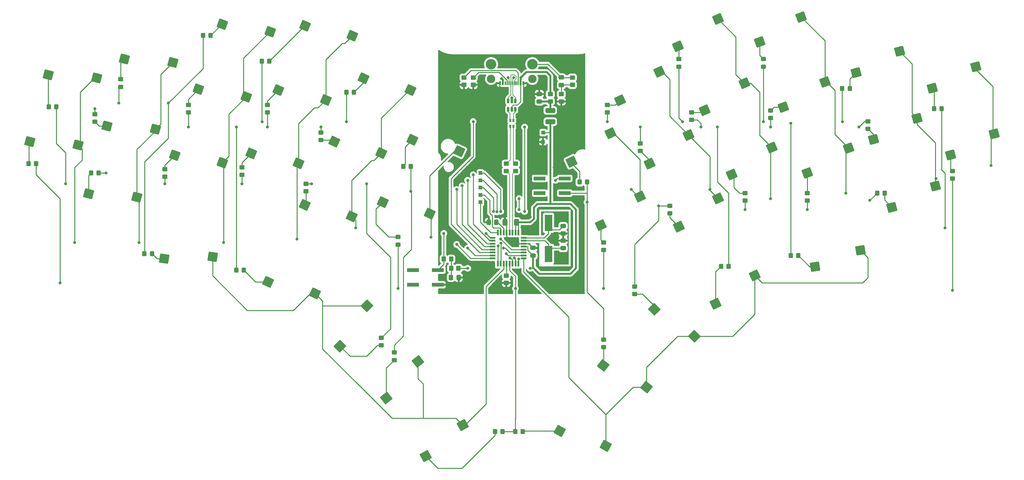
<source format=gbr>
%TF.GenerationSoftware,KiCad,Pcbnew,(6.0.7-1)-1*%
%TF.CreationDate,2022-12-23T00:58:57+01:00*%
%TF.ProjectId,acacia,61636163-6961-42e6-9b69-6361645f7063,rev?*%
%TF.SameCoordinates,Original*%
%TF.FileFunction,Copper,L2,Bot*%
%TF.FilePolarity,Positive*%
%FSLAX46Y46*%
G04 Gerber Fmt 4.6, Leading zero omitted, Abs format (unit mm)*
G04 Created by KiCad (PCBNEW (6.0.7-1)-1) date 2022-12-23 00:58:57*
%MOMM*%
%LPD*%
G01*
G04 APERTURE LIST*
G04 Aperture macros list*
%AMRoundRect*
0 Rectangle with rounded corners*
0 $1 Rounding radius*
0 $2 $3 $4 $5 $6 $7 $8 $9 X,Y pos of 4 corners*
0 Add a 4 corners polygon primitive as box body*
4,1,4,$2,$3,$4,$5,$6,$7,$8,$9,$2,$3,0*
0 Add four circle primitives for the rounded corners*
1,1,$1+$1,$2,$3*
1,1,$1+$1,$4,$5*
1,1,$1+$1,$6,$7*
1,1,$1+$1,$8,$9*
0 Add four rect primitives between the rounded corners*
20,1,$1+$1,$2,$3,$4,$5,0*
20,1,$1+$1,$4,$5,$6,$7,0*
20,1,$1+$1,$6,$7,$8,$9,0*
20,1,$1+$1,$8,$9,$2,$3,0*%
G04 Aperture macros list end*
%TA.AperFunction,SMDPad,CuDef*%
%ADD10RoundRect,0.200000X-0.530532X-1.405938X1.418030X-0.497309X0.530532X1.405938X-1.418030X0.497309X0*%
%TD*%
%TA.AperFunction,SMDPad,CuDef*%
%ADD11RoundRect,0.200000X-1.399810X-0.546494X0.579275X-1.386566X1.399810X0.546494X-0.579275X1.386566X0*%
%TD*%
%TA.AperFunction,SMDPad,CuDef*%
%ADD12RoundRect,0.200000X-1.310130X-0.735992X0.766610X-1.292453X1.310130X0.735992X-0.766610X1.292453X0*%
%TD*%
%TA.AperFunction,SMDPad,CuDef*%
%ADD13RoundRect,0.200000X-1.369291X-0.619006X0.651048X-1.354349X1.369291X0.619006X-0.651048X1.354349X0*%
%TD*%
%TA.AperFunction,SMDPad,CuDef*%
%ADD14RoundRect,0.200000X-1.493556X-0.165575X0.200667X-1.489247X1.493556X0.165575X-0.200667X1.489247X0*%
%TD*%
%TA.AperFunction,SMDPad,CuDef*%
%ADD15RoundRect,0.200000X-0.766610X-1.292453X1.310130X-0.735992X0.766610X1.292453X-1.310130X0.735992X0*%
%TD*%
%TA.AperFunction,SMDPad,CuDef*%
%ADD16RoundRect,0.200000X-1.418030X-0.497309X0.530532X-1.405938X1.418030X0.497309X-0.530532X1.405938X0*%
%TD*%
%TA.AperFunction,SMDPad,CuDef*%
%ADD17RoundRect,0.200000X-1.226021X-0.868906X0.897509X-1.205240X1.226021X0.868906X-0.897509X1.205240X0*%
%TD*%
%TA.AperFunction,SMDPad,CuDef*%
%ADD18RoundRect,0.200000X-0.651048X-1.354349X1.369291X-0.619006X0.651048X1.354349X-1.369291X0.619006X0*%
%TD*%
%TA.AperFunction,SMDPad,CuDef*%
%ADD19RoundRect,0.200000X-0.579275X-1.386566X1.399810X-0.546494X0.579275X1.386566X-1.399810X0.546494X0*%
%TD*%
%TA.AperFunction,SMDPad,CuDef*%
%ADD20RoundRect,0.200000X-1.502602X0.017678X0.017678X-1.502602X1.502602X-0.017678X-0.017678X1.502602X0*%
%TD*%
%TA.AperFunction,SMDPad,CuDef*%
%ADD21RoundRect,0.200000X-0.431166X-1.439521X1.449266X-0.397180X0.431166X1.439521X-1.449266X0.397180X0*%
%TD*%
%TA.AperFunction,SMDPad,CuDef*%
%ADD22RoundRect,0.200000X-0.897509X-1.205240X1.226021X-0.868906X0.897509X1.205240X-1.226021X0.868906X0*%
%TD*%
%TA.AperFunction,SMDPad,CuDef*%
%ADD23RoundRect,0.200000X-1.449266X-0.397180X0.431166X-1.439521X1.449266X0.397180X-0.431166X1.439521X0*%
%TD*%
%TA.AperFunction,SMDPad,CuDef*%
%ADD24RoundRect,0.200000X-0.017678X-1.502602X1.502602X0.017678X0.017678X1.502602X-1.502602X-0.017678X0*%
%TD*%
%TA.AperFunction,SMDPad,CuDef*%
%ADD25RoundRect,0.200000X-0.200667X-1.489247X1.493556X-0.165575X0.200667X1.489247X-1.493556X0.165575X0*%
%TD*%
%TA.AperFunction,SMDPad,CuDef*%
%ADD26RoundRect,0.250000X0.450000X-0.325000X0.450000X0.325000X-0.450000X0.325000X-0.450000X-0.325000X0*%
%TD*%
%TA.AperFunction,SMDPad,CuDef*%
%ADD27RoundRect,0.250000X-0.475000X0.337500X-0.475000X-0.337500X0.475000X-0.337500X0.475000X0.337500X0*%
%TD*%
%TA.AperFunction,SMDPad,CuDef*%
%ADD28R,2.000000X4.500000*%
%TD*%
%TA.AperFunction,SMDPad,CuDef*%
%ADD29R,1.000000X1.000000*%
%TD*%
%TA.AperFunction,SMDPad,CuDef*%
%ADD30RoundRect,0.250000X-0.337500X-0.475000X0.337500X-0.475000X0.337500X0.475000X-0.337500X0.475000X0*%
%TD*%
%TA.AperFunction,SMDPad,CuDef*%
%ADD31RoundRect,0.250000X-0.450000X0.325000X-0.450000X-0.325000X0.450000X-0.325000X0.450000X0.325000X0*%
%TD*%
%TA.AperFunction,SMDPad,CuDef*%
%ADD32RoundRect,0.250000X-0.450000X0.350000X-0.450000X-0.350000X0.450000X-0.350000X0.450000X0.350000X0*%
%TD*%
%TA.AperFunction,SMDPad,CuDef*%
%ADD33RoundRect,0.250000X-0.325000X-0.450000X0.325000X-0.450000X0.325000X0.450000X-0.325000X0.450000X0*%
%TD*%
%TA.AperFunction,SMDPad,CuDef*%
%ADD34RoundRect,0.025500X-0.229500X-0.354500X0.229500X-0.354500X0.229500X0.354500X-0.229500X0.354500X0*%
%TD*%
%TA.AperFunction,SMDPad,CuDef*%
%ADD35RoundRect,0.250000X-1.075000X0.400000X-1.075000X-0.400000X1.075000X-0.400000X1.075000X0.400000X0*%
%TD*%
%TA.AperFunction,SMDPad,CuDef*%
%ADD36R,3.200000X1.000000*%
%TD*%
%TA.AperFunction,SMDPad,CuDef*%
%ADD37RoundRect,0.250000X0.450000X-0.350000X0.450000X0.350000X-0.450000X0.350000X-0.450000X-0.350000X0*%
%TD*%
%TA.AperFunction,SMDPad,CuDef*%
%ADD38RoundRect,0.250000X0.325000X0.450000X-0.325000X0.450000X-0.325000X-0.450000X0.325000X-0.450000X0*%
%TD*%
%TA.AperFunction,SMDPad,CuDef*%
%ADD39RoundRect,0.150000X-0.150000X0.512500X-0.150000X-0.512500X0.150000X-0.512500X0.150000X0.512500X0*%
%TD*%
%TA.AperFunction,SMDPad,CuDef*%
%ADD40RoundRect,0.250000X0.475000X-0.337500X0.475000X0.337500X-0.475000X0.337500X-0.475000X-0.337500X0*%
%TD*%
%TA.AperFunction,SMDPad,CuDef*%
%ADD41R,0.600000X1.100000*%
%TD*%
%TA.AperFunction,SMDPad,CuDef*%
%ADD42R,0.300000X1.100000*%
%TD*%
%TA.AperFunction,ComponentPad*%
%ADD43C,2.280000*%
%TD*%
%TA.AperFunction,ComponentPad*%
%ADD44C,2.850000*%
%TD*%
%TA.AperFunction,SMDPad,CuDef*%
%ADD45R,1.600000X0.550000*%
%TD*%
%TA.AperFunction,SMDPad,CuDef*%
%ADD46R,0.550000X1.600000*%
%TD*%
%TA.AperFunction,SMDPad,CuDef*%
%ADD47RoundRect,0.250000X0.412500X0.650000X-0.412500X0.650000X-0.412500X-0.650000X0.412500X-0.650000X0*%
%TD*%
%TA.AperFunction,SMDPad,CuDef*%
%ADD48RoundRect,0.250000X0.350000X0.450000X-0.350000X0.450000X-0.350000X-0.450000X0.350000X-0.450000X0*%
%TD*%
%TA.AperFunction,SMDPad,CuDef*%
%ADD49RoundRect,0.250000X0.337500X0.475000X-0.337500X0.475000X-0.337500X-0.475000X0.337500X-0.475000X0*%
%TD*%
%TA.AperFunction,ViaPad*%
%ADD50C,0.800000*%
%TD*%
%TA.AperFunction,Conductor*%
%ADD51C,0.250000*%
%TD*%
%TA.AperFunction,Conductor*%
%ADD52C,0.200000*%
%TD*%
%TA.AperFunction,Conductor*%
%ADD53C,0.500000*%
%TD*%
G04 APERTURE END LIST*
D10*
%TO.P,SW29,1,1*%
%TO.N,Net-(D30-Pad2)*%
X184255359Y-106692229D03*
%TO.P,SW29,2,2*%
%TO.N,C6*%
X194897749Y-98927021D03*
%TD*%
D11*
%TO.P,SW10,1,1*%
%TO.N,Net-(D10-Pad2)*%
X89044515Y-87158674D03*
%TO.P,SW10,2,2*%
%TO.N,C2*%
X101936338Y-89871573D03*
%TD*%
D12*
%TO.P,SW1,1,1*%
%TO.N,Net-(D1-Pad2)*%
X49813816Y-79712815D03*
%TO.P,SW1,2,2*%
%TO.N,C0*%
X62957739Y-80605118D03*
%TD*%
D13*
%TO.P,SW6,1,1*%
%TO.N,Net-(D6-Pad2)*%
X74711009Y-69689968D03*
%TO.P,SW6,2,2*%
%TO.N,C1*%
X87727147Y-71724443D03*
%TD*%
D10*
%TO.P,SW41,1,1*%
%TO.N,Net-(D29-Pad2)*%
X176255359Y-89442229D03*
%TO.P,SW41,2,2*%
%TO.N,C6*%
X186897749Y-81677021D03*
%TD*%
D12*
%TO.P,SW4,1,1*%
%TO.N,Net-(D4-Pad2)*%
X28813816Y-83962815D03*
%TO.P,SW4,2,2*%
%TO.N,C0*%
X41957739Y-84855118D03*
%TD*%
D10*
%TO.P,SW26,1,1*%
%TO.N,Net-(D26-Pad2)*%
X189505359Y-72692229D03*
%TO.P,SW26,2,2*%
%TO.N,C6*%
X200147749Y-64927021D03*
%TD*%
D14*
%TO.P,SW24,1,1*%
%TO.N,Net-(D24-Pad2)*%
X184919265Y-144983709D03*
%TO.P,SW24,2,2*%
%TO.N,C5*%
X196669660Y-150940818D03*
%TD*%
D12*
%TO.P,SW2,1,1*%
%TO.N,Net-(D2-Pad2)*%
X44813816Y-98212815D03*
%TO.P,SW2,2,2*%
%TO.N,C0*%
X57957739Y-99105118D03*
%TD*%
D11*
%TO.P,SW8,1,1*%
%TO.N,Net-(D8-Pad2)*%
X103720680Y-52393588D03*
%TO.P,SW8,2,2*%
%TO.N,C2*%
X116612503Y-55106487D03*
%TD*%
D15*
%TO.P,SW30,1,1*%
%TO.N,Net-(D41-Pad2)*%
X279499015Y-87630281D03*
%TO.P,SW30,2,2*%
%TO.N,C9*%
X291328138Y-81831076D03*
%TD*%
D16*
%TO.P,SW17,1,1*%
%TO.N,Net-(D17-Pad2)*%
X93652260Y-122203728D03*
%TO.P,SW17,2,2*%
%TO.N,C4*%
X106441551Y-125364892D03*
%TD*%
%TO.P,SW14,1,1*%
%TO.N,Net-(D14-Pad2)*%
X132902260Y-83453728D03*
%TO.P,SW14,2,2*%
%TO.N,C3*%
X145691551Y-86614892D03*
%TD*%
D15*
%TO.P,SW40,1,1*%
%TO.N,Net-(D39-Pad2)*%
X263499015Y-101880281D03*
%TO.P,SW40,2,2*%
%TO.N,C9*%
X275328138Y-96081076D03*
%TD*%
D10*
%TO.P,SW27,1,1*%
%TO.N,Net-(D27-Pad2)*%
X197505359Y-89942229D03*
%TO.P,SW27,2,2*%
%TO.N,C6*%
X208147749Y-82177021D03*
%TD*%
D16*
%TO.P,SW13,1,1*%
%TO.N,Net-(D13-Pad2)*%
X103652260Y-101203728D03*
%TO.P,SW13,2,2*%
%TO.N,C3*%
X116441551Y-104364892D03*
%TD*%
D17*
%TO.P,SW16,1,1*%
%TO.N,Net-(D16-Pad2)*%
X65399572Y-115882933D03*
%TO.P,SW16,2,2*%
%TO.N,C4*%
X78564762Y-115396433D03*
%TD*%
D18*
%TO.P,SW35,1,1*%
%TO.N,Net-(D35-Pad2)*%
X233973547Y-74536393D03*
%TO.P,SW35,2,2*%
%TO.N,C8*%
X245252222Y-67728280D03*
%TD*%
D19*
%TO.P,SW32,1,1*%
%TO.N,Net-(D32-Pad2)*%
X212485766Y-75430248D03*
%TO.P,SW32,2,2*%
%TO.N,C7*%
X223392675Y-68041184D03*
%TD*%
D20*
%TO.P,SW23,1,1*%
%TO.N,Net-(D23-Pad2)*%
X198786200Y-129694097D03*
%TO.P,SW23,2,2*%
%TO.N,C5*%
X209723020Y-137038815D03*
%TD*%
D10*
%TO.P,SW28,1,1*%
%TO.N,Net-(D28-Pad2)*%
X205505359Y-107192229D03*
%TO.P,SW28,2,2*%
%TO.N,C6*%
X216147749Y-99427021D03*
%TD*%
D12*
%TO.P,SW48,1,1*%
%TO.N,Net-(D48-Pad2)*%
X54563816Y-61462815D03*
%TO.P,SW48,2,2*%
%TO.N,C0*%
X67707739Y-62355118D03*
%TD*%
D21*
%TO.P,SW20,1,1*%
%TO.N,Net-(D20-Pad2)*%
X136557277Y-169713342D03*
%TO.P,SW20,2,2*%
%TO.N,C4*%
X146632069Y-161224674D03*
%TD*%
D16*
%TO.P,SW12,1,1*%
%TO.N,Net-(D12-Pad2)*%
X111652260Y-83953728D03*
%TO.P,SW12,2,2*%
%TO.N,C3*%
X124441551Y-87114892D03*
%TD*%
D15*
%TO.P,SW42,1,1*%
%TO.N,Net-(D40-Pad2)*%
X274499015Y-69380281D03*
%TO.P,SW42,2,2*%
%TO.N,C9*%
X286328138Y-63581076D03*
%TD*%
D22*
%TO.P,SW21,1,1*%
%TO.N,Net-(D21-Pad2)*%
X242604885Y-118099610D03*
%TO.P,SW21,2,2*%
%TO.N,C5*%
X254975388Y-113568653D03*
%TD*%
D19*
%TO.P,SW33,1,1*%
%TO.N,Net-(D33-Pad2)*%
X219911931Y-92945334D03*
%TO.P,SW33,2,2*%
%TO.N,C7*%
X230818840Y-85556270D03*
%TD*%
D18*
%TO.P,SW36,1,1*%
%TO.N,Net-(D36-Pad2)*%
X240473547Y-92536393D03*
%TO.P,SW36,2,2*%
%TO.N,C8*%
X251752222Y-85728280D03*
%TD*%
%TO.P,SW34,1,1*%
%TO.N,Net-(D34-Pad2)*%
X227473547Y-56786393D03*
%TO.P,SW34,2,2*%
%TO.N,C8*%
X238752222Y-49978280D03*
%TD*%
D23*
%TO.P,SW25,1,1*%
%TO.N,Net-(D25-Pad2)*%
X173034736Y-162843590D03*
%TO.P,SW25,2,2*%
%TO.N,C5*%
X185572361Y-166889190D03*
%TD*%
D24*
%TO.P,SW18,1,1*%
%TO.N,Net-(D18-Pad2)*%
X113194097Y-139713800D03*
%TO.P,SW18,2,2*%
%TO.N,C4*%
X120538815Y-128776980D03*
%TD*%
D13*
%TO.P,SW7,1,1*%
%TO.N,Net-(D7-Pad2)*%
X68211009Y-87689968D03*
%TO.P,SW7,2,2*%
%TO.N,C1*%
X81227147Y-89724443D03*
%TD*%
D25*
%TO.P,SW19,1,1*%
%TO.N,Net-(D19-Pad2)*%
X125853164Y-153860414D03*
%TO.P,SW19,2,2*%
%TO.N,C4*%
X134475999Y-143900211D03*
%TD*%
D13*
%TO.P,SW5,1,1*%
%TO.N,Net-(D5-Pad2)*%
X81211009Y-51939968D03*
%TO.P,SW5,2,2*%
%TO.N,C1*%
X94227147Y-53974443D03*
%TD*%
D15*
%TO.P,SW39,1,1*%
%TO.N,Net-(D38-Pad2)*%
X258499015Y-83380281D03*
%TO.P,SW39,2,2*%
%TO.N,C9*%
X270328138Y-77581076D03*
%TD*%
D16*
%TO.P,SW11,1,1*%
%TO.N,Net-(D11-Pad2)*%
X119652260Y-66703728D03*
%TO.P,SW11,2,2*%
%TO.N,C3*%
X132441551Y-69864892D03*
%TD*%
%TO.P,SW15,1,1*%
%TO.N,Net-(D15-Pad2)*%
X124902260Y-100453728D03*
%TO.P,SW15,2,2*%
%TO.N,C3*%
X137691551Y-103614892D03*
%TD*%
D15*
%TO.P,SW38,1,1*%
%TO.N,Net-(D37-Pad2)*%
X253749015Y-65130281D03*
%TO.P,SW38,2,2*%
%TO.N,C9*%
X265578138Y-59331076D03*
%TD*%
D12*
%TO.P,SW3,1,1*%
%TO.N,Net-(D3-Pad2)*%
X33813816Y-65712815D03*
%TO.P,SW3,2,2*%
%TO.N,C0*%
X46957739Y-66605118D03*
%TD*%
D10*
%TO.P,SW22,1,1*%
%TO.N,Net-(D22-Pad2)*%
X215505359Y-128192229D03*
%TO.P,SW22,2,2*%
%TO.N,C5*%
X226147749Y-120427021D03*
%TD*%
D19*
%TO.P,SW31,1,1*%
%TO.N,Net-(D31-Pad2)*%
X205235766Y-57930248D03*
%TO.P,SW31,2,2*%
%TO.N,C7*%
X216142675Y-50541184D03*
%TD*%
D11*
%TO.P,SW9,1,1*%
%TO.N,Net-(D9-Pad2)*%
X96470680Y-69893588D03*
%TO.P,SW9,2,2*%
%TO.N,C2*%
X109362503Y-72606487D03*
%TD*%
D26*
%TO.P,D33,1,K*%
%TO.N,R2*%
X223500000Y-100025000D03*
%TO.P,D33,2,A*%
%TO.N,Net-(D33-Pad2)*%
X223500000Y-97975000D03*
%TD*%
%TO.P,D32,1,K*%
%TO.N,R1*%
X209000000Y-78025000D03*
%TO.P,D32,2,A*%
%TO.N,Net-(D32-Pad2)*%
X209000000Y-75975000D03*
%TD*%
%TO.P,D48,1,K*%
%TO.N,R0*%
X53500000Y-69025000D03*
%TO.P,D48,2,A*%
%TO.N,Net-(D48-Pad2)*%
X53500000Y-66975000D03*
%TD*%
D27*
%TO.P,C1,1*%
%TO.N,GND*%
X167500000Y-70962500D03*
%TO.P,C1,2*%
%TO.N,Net-(C1-Pad2)*%
X167500000Y-73037500D03*
%TD*%
D28*
%TO.P,Y1,1,1*%
%TO.N,Net-(C3-Pad1)*%
X170000000Y-106112500D03*
%TO.P,Y1,2,2*%
%TO.N,Net-(C4-Pad1)*%
X170000000Y-114612500D03*
%TD*%
D29*
%TO.P,TP4,1,1*%
%TO.N,Net-(TP4-Pad1)*%
X151500000Y-92500000D03*
%TD*%
D26*
%TO.P,D15,1,K*%
%TO.N,R4*%
X129000000Y-112025000D03*
%TO.P,D15,2,A*%
%TO.N,Net-(D15-Pad2)*%
X129000000Y-109975000D03*
%TD*%
D30*
%TO.P,C7,1*%
%TO.N,Net-(C7-Pad1)*%
X143462500Y-121000000D03*
%TO.P,C7,2*%
%TO.N,GND*%
X145537500Y-121000000D03*
%TD*%
D31*
%TO.P,D18,1,K*%
%TO.N,R2*%
X124500000Y-137475000D03*
%TO.P,D18,2,A*%
%TO.N,Net-(D18-Pad2)*%
X124500000Y-139525000D03*
%TD*%
D26*
%TO.P,D30,1,K*%
%TO.N,R4*%
X185000000Y-113525000D03*
%TO.P,D30,2,A*%
%TO.N,Net-(D30-Pad2)*%
X185000000Y-111475000D03*
%TD*%
D32*
%TO.P,R3,1*%
%TO.N,/DDD+*%
X158500000Y-90000000D03*
%TO.P,R3,2*%
%TO.N,DDDD+*%
X158500000Y-92000000D03*
%TD*%
D33*
%TO.P,D11,1,K*%
%TO.N,R0*%
X114975000Y-70500000D03*
%TO.P,D11,2,A*%
%TO.N,Net-(D11-Pad2)*%
X117025000Y-70500000D03*
%TD*%
D34*
%TO.P,FL1,1,1*%
%TO.N,/DDD+*%
X159565000Y-79835000D03*
%TO.P,FL1,2,2*%
%TO.N,/DD+*%
X159565000Y-78165000D03*
%TO.P,FL1,3,3*%
%TO.N,/DD-*%
X160435000Y-78165000D03*
%TO.P,FL1,4,4*%
%TO.N,/DDD-*%
X160435000Y-79835000D03*
%TD*%
D31*
%TO.P,D13,1,K*%
%TO.N,R2*%
X104000000Y-95475000D03*
%TO.P,D13,2,A*%
%TO.N,Net-(D13-Pad2)*%
X104000000Y-97525000D03*
%TD*%
D33*
%TO.P,D17,1,K*%
%TO.N,R1*%
X84975000Y-119000000D03*
%TO.P,D17,2,A*%
%TO.N,Net-(D17-Pad2)*%
X87025000Y-119000000D03*
%TD*%
%TO.P,D37,1,K*%
%TO.N,R0*%
X249975000Y-69500000D03*
%TO.P,D37,2,A*%
%TO.N,Net-(D37-Pad2)*%
X252025000Y-69500000D03*
%TD*%
D35*
%TO.P,F1,1*%
%TO.N,Net-(C1-Pad2)*%
X170500000Y-75450000D03*
%TO.P,F1,2*%
%TO.N,+5V*%
X170500000Y-78550000D03*
%TD*%
D26*
%TO.P,D35,1,K*%
%TO.N,R1*%
X230500000Y-77525000D03*
%TO.P,D35,2,A*%
%TO.N,Net-(D35-Pad2)*%
X230500000Y-75475000D03*
%TD*%
D31*
%TO.P,D27,1,K*%
%TO.N,R1*%
X195000000Y-84475000D03*
%TO.P,D27,2,A*%
%TO.N,Net-(D27-Pad2)*%
X195000000Y-86525000D03*
%TD*%
D36*
%TO.P,SW43,1,1*%
%TO.N,C8*%
X167600000Y-94000000D03*
X174400000Y-94000000D03*
%TO.P,SW43,2,2*%
%TO.N,R3*%
X167600000Y-98000000D03*
X174400000Y-98000000D03*
%TD*%
D37*
%TO.P,R1,1*%
%TO.N,Net-(C2-Pad1)*%
X176500000Y-68500000D03*
%TO.P,R1,2*%
%TO.N,GNDPWR*%
X176500000Y-66500000D03*
%TD*%
D26*
%TO.P,D31,1,K*%
%TO.N,R0*%
X205500000Y-63525000D03*
%TO.P,D31,2,A*%
%TO.N,Net-(D31-Pad2)*%
X205500000Y-61475000D03*
%TD*%
D36*
%TO.P,SW49,1,1*%
%TO.N,~{RESET}*%
X133100000Y-119000000D03*
X139900000Y-119000000D03*
%TO.P,SW49,2,2*%
%TO.N,GND*%
X133100000Y-123000000D03*
X139900000Y-123000000D03*
%TD*%
D38*
%TO.P,D40,1,K*%
%TO.N,R3*%
X277025000Y-75000000D03*
%TO.P,D40,2,A*%
%TO.N,Net-(D40-Pad2)*%
X274975000Y-75000000D03*
%TD*%
D26*
%TO.P,D7,1,K*%
%TO.N,R2*%
X65500000Y-93525000D03*
%TO.P,D7,2,A*%
%TO.N,Net-(D7-Pad2)*%
X65500000Y-91475000D03*
%TD*%
D39*
%TO.P,U1,1,I/O1*%
%TO.N,/D+*%
X159050000Y-72862500D03*
%TO.P,U1,2,GND*%
%TO.N,GNDPWR*%
X160000000Y-72862500D03*
%TO.P,U1,3,I/O2*%
%TO.N,/D-*%
X160950000Y-72862500D03*
%TO.P,U1,4,I/O2*%
%TO.N,/DD-*%
X160950000Y-75137500D03*
%TO.P,U1,5,VBUS*%
%TO.N,/VBUS*%
X160000000Y-75137500D03*
%TO.P,U1,6,I/O1*%
%TO.N,/DD+*%
X159050000Y-75137500D03*
%TD*%
D32*
%TO.P,R2,1*%
%TO.N,/DDD-*%
X161000000Y-90000000D03*
%TO.P,R2,2*%
%TO.N,DDDD-*%
X161000000Y-92000000D03*
%TD*%
D29*
%TO.P,TP3,1,1*%
%TO.N,Net-(TP3-Pad1)*%
X151500000Y-94500000D03*
%TD*%
D38*
%TO.P,D20,1,K*%
%TO.N,R4*%
X157525000Y-163000000D03*
%TO.P,D20,2,A*%
%TO.N,Net-(D20-Pad2)*%
X155475000Y-163000000D03*
%TD*%
D33*
%TO.P,D8,1,K*%
%TO.N,R0*%
X91975000Y-62000000D03*
%TO.P,D8,2,A*%
%TO.N,Net-(D8-Pad2)*%
X94025000Y-62000000D03*
%TD*%
%TO.P,D25,1,K*%
%TO.N,R4*%
X160975000Y-163000000D03*
%TO.P,D25,2,A*%
%TO.N,Net-(D25-Pad2)*%
X163025000Y-163000000D03*
%TD*%
D40*
%TO.P,C2,1*%
%TO.N,Net-(C2-Pad1)*%
X173500000Y-68537500D03*
%TO.P,C2,2*%
%TO.N,GNDPWR*%
X173500000Y-66462500D03*
%TD*%
D33*
%TO.P,D39,1,K*%
%TO.N,R2*%
X259475000Y-98000000D03*
%TO.P,D39,2,A*%
%TO.N,Net-(D39-Pad2)*%
X261525000Y-98000000D03*
%TD*%
D31*
%TO.P,D1,1,K*%
%TO.N,R1*%
X46500000Y-76475000D03*
%TO.P,D1,2,A*%
%TO.N,Net-(D1-Pad2)*%
X46500000Y-78525000D03*
%TD*%
D38*
%TO.P,D3,1,K*%
%TO.N,R3*%
X36025000Y-74500000D03*
%TO.P,D3,2,A*%
%TO.N,Net-(D3-Pad2)*%
X33975000Y-74500000D03*
%TD*%
D26*
%TO.P,D10,1,K*%
%TO.N,R2*%
X86500000Y-93025000D03*
%TO.P,D10,2,A*%
%TO.N,Net-(D10-Pad2)*%
X86500000Y-90975000D03*
%TD*%
D32*
%TO.P,FB2,1*%
%TO.N,/VBUS*%
X170500000Y-71000000D03*
%TO.P,FB2,2*%
%TO.N,Net-(C1-Pad2)*%
X170500000Y-73000000D03*
%TD*%
D26*
%TO.P,D9,1,K*%
%TO.N,R1*%
X93500000Y-76025000D03*
%TO.P,D9,2,A*%
%TO.N,Net-(D9-Pad2)*%
X93500000Y-73975000D03*
%TD*%
D40*
%TO.P,C4,1*%
%TO.N,Net-(C4-Pad1)*%
X174000000Y-113037500D03*
%TO.P,C4,2*%
%TO.N,GND*%
X174000000Y-110962500D03*
%TD*%
D29*
%TO.P,TP7,1,1*%
%TO.N,Net-(TP7-Pad1)*%
X151500000Y-100500000D03*
%TD*%
D31*
%TO.P,D19,1,K*%
%TO.N,R3*%
X128000000Y-141475000D03*
%TO.P,D19,2,A*%
%TO.N,Net-(D19-Pad2)*%
X128000000Y-143525000D03*
%TD*%
%TO.P,D38,1,K*%
%TO.N,R1*%
X257000000Y-78475000D03*
%TO.P,D38,2,A*%
%TO.N,Net-(D38-Pad2)*%
X257000000Y-80525000D03*
%TD*%
D38*
%TO.P,D2,1,K*%
%TO.N,R2*%
X47525000Y-92500000D03*
%TO.P,D2,2,A*%
%TO.N,Net-(D2-Pad2)*%
X45475000Y-92500000D03*
%TD*%
D41*
%TO.P,J1,A1,GND_1*%
%TO.N,GND*%
X156800000Y-68000000D03*
%TO.P,J1,A4,VBUS_1*%
%TO.N,/VBUS*%
X157600000Y-68000000D03*
D42*
%TO.P,J1,A5,CC1*%
%TO.N,Net-(J1-PadA5)*%
X158750000Y-68000000D03*
%TO.P,J1,A6,DP1*%
%TO.N,/D+*%
X159750000Y-68000000D03*
%TO.P,J1,A7,DN1*%
%TO.N,/D-*%
X160250000Y-68000000D03*
%TO.P,J1,A8,SBU1*%
%TO.N,unconnected-(J1-PadA8)*%
X161250000Y-68000000D03*
D41*
%TO.P,J1,A9,VBUS_2*%
%TO.N,/VBUS*%
X162400000Y-68000000D03*
%TO.P,J1,A12,GND_2*%
%TO.N,GND*%
X163200000Y-68000000D03*
D42*
%TO.P,J1,B5,CC2*%
%TO.N,Net-(J1-PadB5)*%
X161750000Y-68000000D03*
%TO.P,J1,B6,DP2*%
%TO.N,/D+*%
X160750000Y-68000000D03*
%TO.P,J1,B7,DN2*%
%TO.N,/D-*%
X159250000Y-68000000D03*
%TO.P,J1,B8,SBU2*%
%TO.N,unconnected-(J1-PadB8)*%
X158250000Y-68000000D03*
D43*
%TO.P,J1,MH1,MH1*%
%TO.N,GNDPWR*%
X154380000Y-66850000D03*
%TO.P,J1,MH2,MH2*%
X165620000Y-66850000D03*
D44*
%TO.P,J1,MH3,MH3*%
X154380000Y-62850000D03*
%TO.P,J1,MH4,MH4*%
X165620000Y-62850000D03*
%TD*%
D26*
%TO.P,D26,1,K*%
%TO.N,R0*%
X186000000Y-76025000D03*
%TO.P,D26,2,A*%
%TO.N,Net-(D26-Pad2)*%
X186000000Y-73975000D03*
%TD*%
D45*
%TO.P,U2,1,XTAL1*%
%TO.N,Net-(C3-Pad1)*%
X163250000Y-110200000D03*
%TO.P,U2,2,PC0/XTAL2*%
%TO.N,Net-(C4-Pad1)*%
X163250000Y-111000000D03*
%TO.P,U2,3,GND*%
%TO.N,GND*%
X163250000Y-111800000D03*
%TO.P,U2,4,VCC*%
%TO.N,+5V*%
X163250000Y-112600000D03*
%TO.P,U2,5,PC2*%
%TO.N,Net-(TP5-Pad1)*%
X163250000Y-113400000D03*
%TO.P,U2,6,PD0*%
%TO.N,Net-(TP3-Pad1)*%
X163250000Y-114200000D03*
%TO.P,U2,7,PD1*%
%TO.N,Net-(TP4-Pad1)*%
X163250000Y-115000000D03*
%TO.P,U2,8,PD2*%
%TO.N,C5*%
X163250000Y-115800000D03*
D46*
%TO.P,U2,9,PD3*%
%TO.N,R1*%
X161800000Y-117250000D03*
%TO.P,U2,10,PD4*%
%TO.N,R2*%
X161000000Y-117250000D03*
%TO.P,U2,11,PD5*%
%TO.N,R3*%
X160200000Y-117250000D03*
%TO.P,U2,12,PD6*%
%TO.N,R4*%
X159400000Y-117250000D03*
%TO.P,U2,13,~{HWB}/PD7*%
%TO.N,Net-(R6-Pad1)*%
X158600000Y-117250000D03*
%TO.P,U2,14,PB0*%
%TO.N,C4*%
X157800000Y-117250000D03*
%TO.P,U2,15,PB1*%
%TO.N,C3*%
X157000000Y-117250000D03*
%TO.P,U2,16,PB2*%
%TO.N,C2*%
X156200000Y-117250000D03*
D45*
%TO.P,U2,17,PB3*%
%TO.N,C1*%
X154750000Y-115800000D03*
%TO.P,U2,18,PB4*%
%TO.N,C0*%
X154750000Y-115000000D03*
%TO.P,U2,19,PB5*%
%TO.N,R0*%
X154750000Y-114200000D03*
%TO.P,U2,20,PB6*%
%TO.N,C6*%
X154750000Y-113400000D03*
%TO.P,U2,21,PB7*%
%TO.N,C7*%
X154750000Y-112600000D03*
%TO.P,U2,22,PC7*%
%TO.N,C8*%
X154750000Y-111800000D03*
%TO.P,U2,23,PC6*%
%TO.N,C9*%
X154750000Y-111000000D03*
%TO.P,U2,24,PC1/~{RESET}*%
%TO.N,~{RESET}*%
X154750000Y-110200000D03*
D46*
%TO.P,U2,25,PC5*%
%TO.N,Net-(TP7-Pad1)*%
X156200000Y-108750000D03*
%TO.P,U2,26,PC4*%
%TO.N,Net-(TP6-Pad1)*%
X157000000Y-108750000D03*
%TO.P,U2,27,UCAP*%
%TO.N,Net-(C5-Pad1)*%
X157800000Y-108750000D03*
%TO.P,U2,28,UGND*%
%TO.N,GND*%
X158600000Y-108750000D03*
%TO.P,U2,29,D+*%
%TO.N,DDDD+*%
X159400000Y-108750000D03*
%TO.P,U2,30,D-*%
%TO.N,DDDD-*%
X160200000Y-108750000D03*
%TO.P,U2,31,UVCC*%
%TO.N,+5V*%
X161000000Y-108750000D03*
%TO.P,U2,32,AVCC*%
X161800000Y-108750000D03*
%TD*%
D29*
%TO.P,TP1,1,1*%
%TO.N,GND*%
X168500000Y-84000000D03*
%TD*%
D26*
%TO.P,D36,1,K*%
%TO.N,R2*%
X240500000Y-100025000D03*
%TO.P,D36,2,A*%
%TO.N,Net-(D36-Pad2)*%
X240500000Y-97975000D03*
%TD*%
D38*
%TO.P,D14,1,K*%
%TO.N,R3*%
X132525000Y-90750000D03*
%TO.P,D14,2,A*%
%TO.N,Net-(D14-Pad2)*%
X130475000Y-90750000D03*
%TD*%
%TO.P,D29,1,K*%
%TO.N,R3*%
X180525000Y-95000000D03*
%TO.P,D29,2,A*%
%TO.N,Net-(D29-Pad2)*%
X178475000Y-95000000D03*
%TD*%
D26*
%TO.P,D6,1,K*%
%TO.N,R1*%
X72000000Y-76025000D03*
%TO.P,D6,2,A*%
%TO.N,Net-(D6-Pad2)*%
X72000000Y-73975000D03*
%TD*%
D38*
%TO.P,D4,1,K*%
%TO.N,R4*%
X30525000Y-90000000D03*
%TO.P,D4,2,A*%
%TO.N,Net-(D4-Pad2)*%
X28475000Y-90000000D03*
%TD*%
D29*
%TO.P,TP2,1,1*%
%TO.N,+5V*%
X168550000Y-81500000D03*
%TD*%
%TO.P,TP6,1,1*%
%TO.N,Net-(TP6-Pad1)*%
X151500000Y-98500000D03*
%TD*%
D31*
%TO.P,D12,1,K*%
%TO.N,R1*%
X108000000Y-81500000D03*
%TO.P,D12,2,A*%
%TO.N,Net-(D12-Pad2)*%
X108000000Y-83550000D03*
%TD*%
D47*
%TO.P,C6,1*%
%TO.N,+5V*%
X161312500Y-106000000D03*
%TO.P,C6,2*%
%TO.N,GND*%
X158187500Y-106000000D03*
%TD*%
D40*
%TO.P,C8,1*%
%TO.N,+5V*%
X165787500Y-115000000D03*
%TO.P,C8,2*%
%TO.N,GND*%
X165787500Y-112925000D03*
%TD*%
D27*
%TO.P,C3,1*%
%TO.N,Net-(C3-Pad1)*%
X174000000Y-106962500D03*
%TO.P,C3,2*%
%TO.N,GND*%
X174000000Y-109037500D03*
%TD*%
D29*
%TO.P,TP5,1,1*%
%TO.N,Net-(TP5-Pad1)*%
X151500000Y-96500000D03*
%TD*%
D32*
%TO.P,R7,1*%
%TO.N,Net-(J1-PadA5)*%
X149500000Y-66500000D03*
%TO.P,R7,2*%
%TO.N,GND*%
X149500000Y-68500000D03*
%TD*%
D33*
%TO.P,D21,1,K*%
%TO.N,R0*%
X235975000Y-115000000D03*
%TO.P,D21,2,A*%
%TO.N,Net-(D21-Pad2)*%
X238025000Y-115000000D03*
%TD*%
%TO.P,D16,1,K*%
%TO.N,R0*%
X59975000Y-114500000D03*
%TO.P,D16,2,A*%
%TO.N,Net-(D16-Pad2)*%
X62025000Y-114500000D03*
%TD*%
D31*
%TO.P,D23,1,K*%
%TO.N,R2*%
X193500000Y-123475000D03*
%TO.P,D23,2,A*%
%TO.N,Net-(D23-Pad2)*%
X193500000Y-125525000D03*
%TD*%
D26*
%TO.P,D41,1,K*%
%TO.N,R4*%
X280000000Y-94025000D03*
%TO.P,D41,2,A*%
%TO.N,Net-(D41-Pad2)*%
X280000000Y-91975000D03*
%TD*%
D32*
%TO.P,R8,1*%
%TO.N,Net-(J1-PadB5)*%
X147000000Y-66500000D03*
%TO.P,R8,2*%
%TO.N,GND*%
X147000000Y-68500000D03*
%TD*%
%TO.P,R6,1*%
%TO.N,Net-(R6-Pad1)*%
X158500000Y-120500000D03*
%TO.P,R6,2*%
%TO.N,GND*%
X158500000Y-122500000D03*
%TD*%
D38*
%TO.P,D22,1,K*%
%TO.N,R1*%
X219025000Y-118000000D03*
%TO.P,D22,2,A*%
%TO.N,Net-(D22-Pad2)*%
X216975000Y-118000000D03*
%TD*%
D26*
%TO.P,D34,1,K*%
%TO.N,R0*%
X228500000Y-63525000D03*
%TO.P,D34,2,A*%
%TO.N,Net-(D34-Pad2)*%
X228500000Y-61475000D03*
%TD*%
D31*
%TO.P,D28,1,K*%
%TO.N,R2*%
X203000000Y-101475000D03*
%TO.P,D28,2,A*%
%TO.N,Net-(D28-Pad2)*%
X203000000Y-103525000D03*
%TD*%
%TO.P,D24,1,K*%
%TO.N,R3*%
X185000000Y-137975000D03*
%TO.P,D24,2,A*%
%TO.N,Net-(D24-Pad2)*%
X185000000Y-140025000D03*
%TD*%
D37*
%TO.P,FB1,1*%
%TO.N,GND*%
X173500000Y-73000000D03*
%TO.P,FB1,2*%
%TO.N,Net-(C2-Pad1)*%
X173500000Y-71000000D03*
%TD*%
D33*
%TO.P,D5,1,K*%
%TO.N,R0*%
X75975000Y-55000000D03*
%TO.P,D5,2,A*%
%TO.N,Net-(D5-Pad2)*%
X78025000Y-55000000D03*
%TD*%
D48*
%TO.P,R5,1*%
%TO.N,Net-(C7-Pad1)*%
X143500000Y-116000000D03*
%TO.P,R5,2*%
%TO.N,~{RESET}*%
X141500000Y-116000000D03*
%TD*%
%TO.P,R4,1*%
%TO.N,+5V*%
X145500000Y-118500000D03*
%TO.P,R4,2*%
%TO.N,Net-(C7-Pad1)*%
X143500000Y-118500000D03*
%TD*%
D49*
%TO.P,C5,1*%
%TO.N,Net-(C5-Pad1)*%
X155825000Y-106000000D03*
%TO.P,C5,2*%
%TO.N,GND*%
X153750000Y-106000000D03*
%TD*%
D50*
%TO.N,GNDPWR*%
X160000000Y-72000000D03*
%TO.N,/D-*%
X159012299Y-66487701D03*
X160500000Y-66500000D03*
%TO.N,GND*%
X157000000Y-122500000D03*
X165500000Y-107000000D03*
X172000000Y-110000000D03*
X157000000Y-74500000D03*
X153000000Y-104080995D03*
X163500000Y-73500000D03*
X163000000Y-122500000D03*
X162500000Y-91000000D03*
X157000000Y-73500000D03*
X168500000Y-86000000D03*
X171500000Y-91000000D03*
X160500000Y-111800000D03*
X157000000Y-91000000D03*
X165000000Y-104500000D03*
X158000000Y-104500000D03*
X163500000Y-74500000D03*
X167000000Y-113000000D03*
%TO.N,+5V*%
X164999999Y-118499999D03*
X148000000Y-118500000D03*
%TO.N,Net-(TP3-Pad1)*%
X157775500Y-113000000D03*
X155983029Y-103132698D03*
%TO.N,Net-(TP4-Pad1)*%
X158500000Y-114500000D03*
X156973684Y-103000000D03*
%TO.N,Net-(TP5-Pad1)*%
X156987701Y-110512299D03*
X154992510Y-102998989D03*
%TO.N,R0*%
X149500000Y-78500000D03*
X236000000Y-79000000D03*
X66500000Y-73500000D03*
X115000000Y-78500000D03*
X92000000Y-78500000D03*
X206500000Y-78500000D03*
X53000000Y-73500000D03*
X228500000Y-78500000D03*
X186000000Y-78500000D03*
X250000000Y-78500000D03*
%TO.N,R1*%
X161850498Y-116000000D03*
X72000000Y-80000000D03*
X254500000Y-80000000D03*
X216000000Y-80000000D03*
X93500000Y-80000000D03*
X108000000Y-80000000D03*
X211500000Y-80000000D03*
X85000000Y-80000000D03*
X163500000Y-80000000D03*
X230500000Y-80000000D03*
X163500000Y-103000000D03*
X195000000Y-80000000D03*
X46500000Y-75000000D03*
%TO.N,R2*%
X257500000Y-100000000D03*
X162000000Y-99500000D03*
X49500000Y-92500000D03*
X240500000Y-102500000D03*
X86500000Y-95500000D03*
X65500000Y-95500000D03*
X162000000Y-102500000D03*
X120500000Y-95500000D03*
X223500000Y-102500000D03*
X160719524Y-115724500D03*
X105500000Y-95500000D03*
X200000000Y-101500000D03*
%TO.N,R3*%
X132500000Y-97500000D03*
X180500000Y-100500000D03*
X159482612Y-115724500D03*
X38500000Y-95500000D03*
X278000000Y-107500000D03*
%TO.N,R4*%
X129000000Y-124000000D03*
X161000000Y-124017388D03*
X185000000Y-124000000D03*
X37000000Y-122500000D03*
X280000000Y-124500000D03*
%TO.N,C3*%
X157051000Y-111641355D03*
X117500000Y-107500000D03*
X138000000Y-110000000D03*
%TO.N,C2*%
X156326500Y-112430846D03*
X101500000Y-110500000D03*
%TO.N,C1*%
X81500000Y-111500000D03*
X145000000Y-112000000D03*
%TO.N,C0*%
X41000000Y-111500000D03*
X58500000Y-111500000D03*
X148000000Y-113000000D03*
%TO.N,C6*%
X214000000Y-97000000D03*
X192500000Y-97000000D03*
X145000000Y-97000000D03*
%TO.N,C7*%
X230500000Y-99500000D03*
X146500000Y-96000000D03*
%TO.N,C8*%
X148000000Y-94500000D03*
X251000000Y-98000000D03*
X171900000Y-94500000D03*
%TO.N,C9*%
X149500000Y-93000000D03*
X290500000Y-90500000D03*
X275500000Y-94000000D03*
%TO.N,~{RESET}*%
X141500000Y-109000000D03*
X153012299Y-108987701D03*
%TO.N,/VBUS*%
X157237701Y-66762299D03*
X162500000Y-66500000D03*
%TD*%
D51*
%TO.N,GNDPWR*%
X173500000Y-66462500D02*
X169887500Y-62850000D01*
X160000000Y-72862500D02*
X160000000Y-72000000D01*
X173537500Y-66500000D02*
X173500000Y-66462500D01*
X176500000Y-66500000D02*
X173537500Y-66500000D01*
X169887500Y-62850000D02*
X165620000Y-62850000D01*
D52*
%TO.N,/DD+*%
X159050000Y-75800000D02*
X159500000Y-76250000D01*
X159050000Y-75137500D02*
X159050000Y-75800000D01*
X159500000Y-76250000D02*
X159500000Y-78100000D01*
X159500000Y-78100000D02*
X159565000Y-78165000D01*
%TO.N,/DD-*%
X160950000Y-75137500D02*
X160950000Y-75800000D01*
X160950000Y-75800000D02*
X160435000Y-76315000D01*
X160435000Y-76315000D02*
X160435000Y-78165000D01*
%TO.N,/D-*%
X161000000Y-72000000D02*
X161000000Y-72812500D01*
X160250000Y-68000000D02*
X160250000Y-71250000D01*
X159250000Y-68000000D02*
X159250000Y-66725402D01*
X160250000Y-68000000D02*
X160250000Y-66750000D01*
X161000000Y-72812500D02*
X160950000Y-72862500D01*
X160250000Y-66750000D02*
X160500000Y-66500000D01*
X159250000Y-66725402D02*
X159012299Y-66487701D01*
X160250000Y-71250000D02*
X161000000Y-72000000D01*
D53*
%TO.N,Net-(C1-Pad2)*%
X170500000Y-73000000D02*
X170500000Y-75450000D01*
X170500000Y-73000000D02*
X167537500Y-73000000D01*
X167537500Y-73000000D02*
X167500000Y-73037500D01*
D52*
%TO.N,/D+*%
X159750000Y-71250000D02*
X159050000Y-71950000D01*
X159050000Y-71950000D02*
X159050000Y-72862500D01*
X159750000Y-65821372D02*
X159750000Y-68000000D01*
X160750000Y-68000000D02*
X160750000Y-67239243D01*
X159750000Y-68000000D02*
X159750000Y-71250000D01*
X161199500Y-66789743D02*
X161199500Y-66210257D01*
X160725098Y-65735855D02*
X159835517Y-65735855D01*
X159835517Y-65735855D02*
X159750000Y-65821372D01*
X161199500Y-66210257D02*
X160725098Y-65735855D01*
X160750000Y-67239243D02*
X161199500Y-66789743D01*
D51*
%TO.N,Net-(C3-Pad1)*%
X171000000Y-108000000D02*
X170000000Y-107000000D01*
X170000000Y-109000000D02*
X170000000Y-106112500D01*
X174000000Y-106962500D02*
X172962500Y-108000000D01*
X172962500Y-108000000D02*
X171000000Y-108000000D01*
X169000000Y-110000000D02*
X170000000Y-109000000D01*
X170000000Y-107000000D02*
X170000000Y-106112500D01*
X168800000Y-110200000D02*
X169000000Y-110000000D01*
X163250000Y-110200000D02*
X168800000Y-110200000D01*
%TO.N,Net-(C4-Pad1)*%
X174000000Y-113037500D02*
X171037500Y-113037500D01*
X171037500Y-113037500D02*
X171000000Y-113000000D01*
X169000000Y-111000000D02*
X170000000Y-112000000D01*
X171000000Y-113000000D02*
X170000000Y-114000000D01*
X170000000Y-112000000D02*
X170000000Y-114612500D01*
X163250000Y-111000000D02*
X169000000Y-111000000D01*
X170000000Y-114000000D02*
X170000000Y-114612500D01*
%TO.N,GND*%
X158600000Y-106412500D02*
X158187500Y-106000000D01*
X158600000Y-108750000D02*
X158600000Y-106412500D01*
X163250000Y-111800000D02*
X160500000Y-111800000D01*
X153750000Y-104830995D02*
X153000000Y-104080995D01*
X158600000Y-108750000D02*
X158600000Y-109900000D01*
X158600000Y-109900000D02*
X160500000Y-111800000D01*
X158187500Y-104687500D02*
X158000000Y-104500000D01*
X153750000Y-106000000D02*
X153750000Y-104830995D01*
X163250000Y-111800000D02*
X164662500Y-111800000D01*
X158187500Y-106000000D02*
X158187500Y-104687500D01*
X158500000Y-122500000D02*
X157000000Y-122500000D01*
X164662500Y-111800000D02*
X165787500Y-112925000D01*
D53*
%TO.N,+5V*%
X167500000Y-120000000D02*
X166500000Y-119000000D01*
D51*
X161800000Y-106487500D02*
X161312500Y-106000000D01*
X163250000Y-112600000D02*
X164300000Y-112600000D01*
D53*
X177500000Y-118500000D02*
X176000000Y-120000000D01*
D51*
X164375000Y-113587500D02*
X165787500Y-115000000D01*
D53*
X177500000Y-102500000D02*
X177500000Y-118500000D01*
D51*
X145500000Y-118500000D02*
X148000000Y-118500000D01*
X164300000Y-112600000D02*
X164375000Y-112675000D01*
D53*
X170500000Y-78550000D02*
X170500000Y-81500000D01*
D51*
X161800000Y-108750000D02*
X161800000Y-106487500D01*
D53*
X165000000Y-106000000D02*
X161312500Y-106000000D01*
D51*
X161000000Y-108750000D02*
X161000000Y-106312500D01*
X168550000Y-81500000D02*
X170500000Y-81500000D01*
X161000000Y-106312500D02*
X161312500Y-106000000D01*
D53*
X167000000Y-101000000D02*
X166000000Y-102000000D01*
D51*
X166500000Y-119000000D02*
X166000000Y-118500000D01*
D53*
X176000000Y-120000000D02*
X167500000Y-120000000D01*
D51*
X164375000Y-112675000D02*
X164375000Y-113587500D01*
D53*
X170500000Y-101000000D02*
X176000000Y-101000000D01*
X166000000Y-105000000D02*
X165000000Y-106000000D01*
X176000000Y-101000000D02*
X177500000Y-102500000D01*
X165787500Y-118287500D02*
X165787500Y-115000000D01*
D51*
X166000000Y-118500000D02*
X164999999Y-118499999D01*
D53*
X170500000Y-101000000D02*
X167000000Y-101000000D01*
X166500000Y-119000000D02*
X165787500Y-118287500D01*
X170500000Y-81500000D02*
X170500000Y-98500000D01*
X170500000Y-98500000D02*
X170500000Y-101000000D01*
X166000000Y-102000000D02*
X166000000Y-105000000D01*
D51*
%TO.N,Net-(TP3-Pad1)*%
X155983029Y-98233029D02*
X155983029Y-103132698D01*
X158262299Y-113000000D02*
X157775500Y-113000000D01*
X159462299Y-114200000D02*
X158262299Y-113000000D01*
X151500000Y-94500000D02*
X152250000Y-94500000D01*
X152250000Y-94500000D02*
X155983029Y-98233029D01*
X163250000Y-114200000D02*
X159462299Y-114200000D01*
%TO.N,Net-(TP4-Pad1)*%
X159000000Y-115000000D02*
X158500000Y-114500000D01*
X156973684Y-96973684D02*
X156973684Y-103000000D01*
X151500000Y-92500000D02*
X152500000Y-92500000D01*
X152500000Y-92500000D02*
X156973684Y-96973684D01*
X163250000Y-115000000D02*
X159000000Y-115000000D01*
%TO.N,Net-(TP5-Pad1)*%
X159900000Y-113400000D02*
X157012299Y-110512299D01*
X154992510Y-99242510D02*
X154992510Y-102998989D01*
X151500000Y-96500000D02*
X152250000Y-96500000D01*
X163250000Y-113400000D02*
X159900000Y-113400000D01*
X157012299Y-110512299D02*
X156987701Y-110512299D01*
X152250000Y-96500000D02*
X154992510Y-99242510D01*
%TO.N,R0*%
X149500000Y-88000000D02*
X149500000Y-78500000D01*
X249975000Y-69500000D02*
X249975000Y-78475000D01*
X205500000Y-77500000D02*
X206500000Y-78500000D01*
X75975000Y-55000000D02*
X75975000Y-64025000D01*
X114975000Y-78475000D02*
X115000000Y-78500000D01*
X235975000Y-115000000D02*
X235975000Y-79025000D01*
X60000000Y-89500000D02*
X66500000Y-83000000D01*
X228500000Y-63525000D02*
X228500000Y-78500000D01*
X60000000Y-114475000D02*
X60000000Y-89500000D01*
X143500000Y-94000000D02*
X149500000Y-88000000D01*
X53000000Y-69525000D02*
X53500000Y-69025000D01*
X235975000Y-79025000D02*
X236000000Y-79000000D01*
X151200000Y-114200000D02*
X143500000Y-106500000D01*
X205500000Y-63525000D02*
X205500000Y-77500000D01*
X186000000Y-76025000D02*
X186000000Y-78500000D01*
X91975000Y-78475000D02*
X92000000Y-78500000D01*
X91975000Y-62000000D02*
X91975000Y-78475000D01*
X53000000Y-73500000D02*
X53000000Y-69525000D01*
X249975000Y-78475000D02*
X250000000Y-78500000D01*
X66500000Y-83000000D02*
X66500000Y-73500000D01*
X114975000Y-70500000D02*
X114975000Y-78475000D01*
X143500000Y-106500000D02*
X143500000Y-94000000D01*
X75975000Y-64025000D02*
X66500000Y-73500000D01*
X59975000Y-114500000D02*
X60000000Y-114475000D01*
X154750000Y-114200000D02*
X151200000Y-114200000D01*
%TO.N,R1*%
X72000000Y-78000000D02*
X72000000Y-80000000D01*
X254500000Y-80000000D02*
X256025000Y-78475000D01*
X163500000Y-80000000D02*
X163500000Y-103000000D01*
X256025000Y-78475000D02*
X257000000Y-78475000D01*
X84975000Y-119000000D02*
X84975000Y-80025000D01*
X210525000Y-78025000D02*
X211500000Y-79000000D01*
X211500000Y-79000000D02*
X211500000Y-80000000D01*
X93500000Y-76025000D02*
X93500000Y-80000000D01*
X219025000Y-98025000D02*
X216000000Y-95000000D01*
X84975000Y-80025000D02*
X85000000Y-80000000D01*
X230500000Y-77525000D02*
X230500000Y-80000000D01*
X216000000Y-95000000D02*
X216000000Y-80000000D01*
X72000000Y-76025000D02*
X72000000Y-78000000D01*
X195000000Y-84475000D02*
X195000000Y-80000000D01*
X108000000Y-81500000D02*
X108000000Y-80000000D01*
X161800000Y-117250000D02*
X161800000Y-116050498D01*
X46500000Y-76475000D02*
X46500000Y-75000000D01*
X219025000Y-118000000D02*
X219025000Y-98025000D01*
X161800000Y-116050498D02*
X161850498Y-116000000D01*
X209000000Y-78025000D02*
X210525000Y-78025000D01*
%TO.N,R2*%
X203000000Y-101475000D02*
X200025000Y-101475000D01*
X86500000Y-93025000D02*
X86500000Y-95500000D01*
X65500000Y-93525000D02*
X65500000Y-95500000D01*
X162000000Y-102500000D02*
X162000000Y-99500000D01*
X105475000Y-95475000D02*
X105500000Y-95500000D01*
X200000000Y-105500000D02*
X200000000Y-101500000D01*
X200025000Y-101475000D02*
X200000000Y-101500000D01*
X193500000Y-123475000D02*
X193500000Y-112000000D01*
X127000000Y-115500000D02*
X120500000Y-109000000D01*
X259475000Y-98025000D02*
X257500000Y-100000000D01*
X127000000Y-134975000D02*
X127000000Y-115500000D01*
X104000000Y-95475000D02*
X105475000Y-95475000D01*
X120500000Y-109000000D02*
X120500000Y-95500000D01*
X161000000Y-117250000D02*
X161000000Y-116004976D01*
X259475000Y-98000000D02*
X259475000Y-98025000D01*
X161000000Y-116004976D02*
X160719524Y-115724500D01*
X240500000Y-100025000D02*
X240500000Y-102500000D01*
X47525000Y-92500000D02*
X49500000Y-92500000D01*
X193500000Y-112000000D02*
X200000000Y-105500000D01*
X124500000Y-137475000D02*
X127000000Y-134975000D01*
X223500000Y-100025000D02*
X223500000Y-102500000D01*
%TO.N,R3*%
X180525000Y-95000000D02*
X180500000Y-95025000D01*
X159694926Y-115724500D02*
X159482612Y-115724500D01*
X278000000Y-92603464D02*
X278000000Y-107500000D01*
X132500000Y-90775000D02*
X132500000Y-97500000D01*
X185000000Y-137975000D02*
X185000000Y-129500000D01*
X132675000Y-113325000D02*
X132675000Y-97675000D01*
X36025000Y-74500000D02*
X36000000Y-74525000D01*
X174400000Y-98000000D02*
X180500000Y-98000000D01*
X185000000Y-129500000D02*
X180500000Y-125000000D01*
X36000000Y-74525000D02*
X36000000Y-84500000D01*
X128000000Y-139500000D02*
X130500000Y-137000000D01*
X160200000Y-117250000D02*
X160200000Y-116229574D01*
X132525000Y-90750000D02*
X132500000Y-90775000D01*
X277025000Y-91628464D02*
X278000000Y-92603464D01*
X180500000Y-98000000D02*
X180500000Y-99000000D01*
X36000000Y-84500000D02*
X38500000Y-87000000D01*
X132675000Y-97675000D02*
X132500000Y-97500000D01*
X130500000Y-115500000D02*
X132675000Y-113325000D01*
X180500000Y-95025000D02*
X180500000Y-99000000D01*
X160200000Y-116229574D02*
X159694926Y-115724500D01*
X180500000Y-125000000D02*
X180500000Y-100500000D01*
X180500000Y-99000000D02*
X180500000Y-100500000D01*
X38500000Y-87000000D02*
X38500000Y-95500000D01*
X130500000Y-137000000D02*
X130500000Y-115500000D01*
X277025000Y-75000000D02*
X277025000Y-91628464D01*
X128000000Y-141475000D02*
X128000000Y-139500000D01*
%TO.N,R4*%
X30525000Y-90000000D02*
X30525000Y-93050000D01*
X159400000Y-119141888D02*
X161000000Y-120741888D01*
X129000000Y-112025000D02*
X129000000Y-124000000D01*
X30525000Y-93050000D02*
X37000000Y-99525000D01*
X160975000Y-163000000D02*
X157525000Y-163000000D01*
X280000000Y-94025000D02*
X280000000Y-124500000D01*
X160975000Y-163000000D02*
X160975000Y-159550000D01*
X37000000Y-99525000D02*
X37000000Y-122500000D01*
X160975000Y-159550000D02*
X161000000Y-159525000D01*
X161000000Y-159525000D02*
X161000000Y-124017388D01*
X185000000Y-113525000D02*
X185000000Y-124000000D01*
X159400000Y-117250000D02*
X159400000Y-119141888D01*
X161000000Y-120741888D02*
X161000000Y-124017388D01*
%TO.N,Net-(R6-Pad1)*%
X158600000Y-120400000D02*
X158600000Y-117250000D01*
X158500000Y-120500000D02*
X158600000Y-120400000D01*
%TO.N,C4*%
X108500000Y-134500000D02*
X108500000Y-127423341D01*
X108500000Y-127423341D02*
X106441551Y-125364892D01*
X106441551Y-125364892D02*
X105135108Y-125364892D01*
X100500000Y-130000000D02*
X88000000Y-130000000D01*
X105135108Y-125364892D02*
X100500000Y-130000000D01*
X134475999Y-148607098D02*
X134475999Y-143900211D01*
X78564762Y-120564762D02*
X78564762Y-115396433D01*
X127397213Y-159397213D02*
X118500000Y-150500000D01*
X88000000Y-130000000D02*
X78564762Y-120564762D01*
X108500000Y-140500000D02*
X108500000Y-134500000D01*
X108500000Y-128776980D02*
X120538815Y-128776980D01*
X147275326Y-161224674D02*
X146632069Y-161224674D01*
X135897213Y-150028312D02*
X134475999Y-148607098D01*
X144804608Y-159397213D02*
X135897213Y-159397213D01*
X157800000Y-118700000D02*
X153000000Y-123500000D01*
X135897213Y-159397213D02*
X127397213Y-159397213D01*
X153000000Y-123500000D02*
X153000000Y-155500000D01*
X108500000Y-134500000D02*
X108500000Y-128776980D01*
X135897213Y-159397213D02*
X135897213Y-150028312D01*
X146632069Y-161224674D02*
X144804608Y-159397213D01*
X153000000Y-155500000D02*
X147275326Y-161224674D01*
X157800000Y-117250000D02*
X157800000Y-118700000D01*
X118500000Y-150500000D02*
X108500000Y-140500000D01*
%TO.N,C3*%
X157000000Y-117250000D02*
X157051000Y-117199000D01*
X144385108Y-86614892D02*
X137691551Y-93308449D01*
X137691551Y-93308449D02*
X137691551Y-103614892D01*
X117500000Y-107500000D02*
X117500000Y-105423341D01*
X138000000Y-103923341D02*
X138000000Y-110000000D01*
X132135108Y-69864892D02*
X124441551Y-77558449D01*
X132441551Y-69864892D02*
X132135108Y-69864892D01*
X121844569Y-89155431D02*
X116441551Y-94558449D01*
X124441551Y-87114892D02*
X122401012Y-89155431D01*
X137691551Y-103614892D02*
X138000000Y-103923341D01*
X117500000Y-105423341D02*
X116441551Y-104364892D01*
X116441551Y-94558449D02*
X116441551Y-104364892D01*
X124441551Y-77558449D02*
X124441551Y-87114892D01*
X122401012Y-89155431D02*
X121844569Y-89155431D01*
X157051000Y-117199000D02*
X157051000Y-111641355D01*
X145691551Y-86614892D02*
X144385108Y-86614892D01*
%TO.N,C2*%
X156200000Y-112557346D02*
X156326500Y-112430846D01*
X109362503Y-72606487D02*
X107225546Y-74743444D01*
X101500000Y-90307911D02*
X101500000Y-110500000D01*
X107225546Y-74743444D02*
X106256556Y-74743444D01*
X114475546Y-57243444D02*
X113756556Y-57243444D01*
X156200000Y-117250000D02*
X156200000Y-112557346D01*
X109362503Y-61637497D02*
X109362503Y-72606487D01*
X116612503Y-55106487D02*
X114475546Y-57243444D01*
X113756556Y-57243444D02*
X109362503Y-61637497D01*
X101936338Y-89871573D02*
X101500000Y-90307911D01*
X101936338Y-79063662D02*
X101936338Y-89871573D01*
X106256556Y-74743444D02*
X101936338Y-79063662D01*
%TO.N,C1*%
X148800000Y-115800000D02*
X145000000Y-112000000D01*
X81500000Y-89997296D02*
X81500000Y-111500000D01*
X94227147Y-53974443D02*
X87000000Y-61201590D01*
X81227147Y-89724443D02*
X81500000Y-89997296D01*
X87727147Y-71724443D02*
X83000000Y-76451590D01*
X83000000Y-76451590D02*
X83000000Y-87951590D01*
X87000000Y-70997296D02*
X87727147Y-71724443D01*
X87000000Y-61201590D02*
X87000000Y-70997296D01*
X154750000Y-115800000D02*
X148800000Y-115800000D01*
X83000000Y-87951590D02*
X81227147Y-89724443D01*
%TO.N,C0*%
X64431002Y-71568998D02*
X64431002Y-79131855D01*
X46394882Y-66605118D02*
X42500000Y-70500000D01*
X43000000Y-85897379D02*
X41957739Y-84855118D01*
X150000000Y-115000000D02*
X148000000Y-113000000D01*
X42500000Y-84312857D02*
X41957739Y-84855118D01*
X58500000Y-111500000D02*
X58500000Y-99647379D01*
X62957739Y-81042261D02*
X57957739Y-86042261D01*
X43000000Y-89000000D02*
X43000000Y-85897379D01*
X62957739Y-80605118D02*
X62957739Y-81042261D01*
X154750000Y-115000000D02*
X150000000Y-115000000D01*
X67707739Y-62355118D02*
X64431002Y-65631855D01*
X64431002Y-79131855D02*
X62957739Y-80605118D01*
X42500000Y-70500000D02*
X42500000Y-84312857D01*
X58500000Y-99647379D02*
X57957739Y-99105118D01*
X57957739Y-86042261D02*
X57957739Y-99105118D01*
X64431002Y-65631855D02*
X64431002Y-71568998D01*
X41000000Y-91000000D02*
X43000000Y-89000000D01*
X46957739Y-66605118D02*
X46394882Y-66605118D01*
X41000000Y-111500000D02*
X41000000Y-91000000D01*
%TO.N,C5*%
X175500000Y-148304321D02*
X185572361Y-158376682D01*
X163250000Y-119512299D02*
X175500000Y-131762299D01*
X185572361Y-158376682D02*
X193008225Y-150940818D01*
X220161448Y-137038815D02*
X226147749Y-131052514D01*
X175500000Y-131762299D02*
X175500000Y-148304321D01*
X209723020Y-137038815D02*
X220161448Y-137038815D01*
X255500000Y-122500000D02*
X228220728Y-122500000D01*
X254975388Y-113568653D02*
X257000000Y-115593265D01*
X193008225Y-150940818D02*
X196669660Y-150940818D01*
X185572361Y-166889190D02*
X185572361Y-158376682D01*
X228220728Y-122500000D02*
X226147749Y-120427021D01*
X257000000Y-121000000D02*
X255500000Y-122500000D01*
X163250000Y-115800000D02*
X163250000Y-119512299D01*
X205178018Y-137038815D02*
X209723020Y-137038815D01*
X226147749Y-131052514D02*
X226147749Y-120427021D01*
X257000000Y-115593265D02*
X257000000Y-121000000D01*
X196669660Y-150940818D02*
X196669660Y-145547173D01*
X196669660Y-145547173D02*
X205178018Y-137038815D01*
%TO.N,C6*%
X214000000Y-97279272D02*
X216147749Y-99427021D01*
X186897749Y-81677021D02*
X187677021Y-81677021D01*
X208147749Y-82177021D02*
X214000000Y-88029272D01*
X145000000Y-106500000D02*
X145000000Y-97000000D01*
X194897749Y-98927021D02*
X194427021Y-98927021D01*
X154750000Y-113400000D02*
X151900000Y-113400000D01*
X203000000Y-67000000D02*
X203000000Y-77029272D01*
X194427021Y-98927021D02*
X192500000Y-97000000D01*
X214000000Y-88029272D02*
X214000000Y-97279272D01*
X203000000Y-77029272D02*
X208147749Y-82177021D01*
X194897749Y-88897749D02*
X194897749Y-98927021D01*
X200927021Y-64927021D02*
X203000000Y-67000000D01*
X187677021Y-81677021D02*
X194897749Y-88897749D01*
X151900000Y-113400000D02*
X145000000Y-106500000D01*
X200147749Y-64927021D02*
X200927021Y-64927021D01*
%TO.N,C7*%
X227500000Y-70500000D02*
X227500000Y-82237430D01*
X225041184Y-68041184D02*
X227500000Y-70500000D01*
X227500000Y-82237430D02*
X230818840Y-85556270D01*
X152600000Y-112600000D02*
X146500000Y-106500000D01*
X146500000Y-106500000D02*
X146500000Y-96000000D01*
X230500000Y-85875110D02*
X230500000Y-99500000D01*
X221000000Y-55398509D02*
X221000000Y-65648509D01*
X216142675Y-50541184D02*
X221000000Y-55398509D01*
X154750000Y-112600000D02*
X152600000Y-112600000D01*
X230818840Y-85556270D02*
X230500000Y-85875110D01*
X223392675Y-68041184D02*
X225041184Y-68041184D01*
X221000000Y-65648509D02*
X223392675Y-68041184D01*
%TO.N,C8*%
X245252222Y-56478280D02*
X245252222Y-67728280D01*
X245728280Y-67728280D02*
X248000000Y-70000000D01*
X172400000Y-94000000D02*
X171900000Y-94500000D01*
X238752222Y-49978280D02*
X245252222Y-56478280D01*
X251000000Y-86480502D02*
X251000000Y-98000000D01*
X148000000Y-106580144D02*
X148000000Y-94500000D01*
X248000000Y-70000000D02*
X248000000Y-81976058D01*
X251752222Y-85728280D02*
X251000000Y-86480502D01*
X248000000Y-81976058D02*
X251752222Y-85728280D01*
X174400000Y-94000000D02*
X172400000Y-94000000D01*
X245252222Y-67728280D02*
X245728280Y-67728280D01*
X154750000Y-111800000D02*
X153219856Y-111800000D01*
X153219856Y-111800000D02*
X148000000Y-106580144D01*
%TO.N,C9*%
X291000000Y-81502938D02*
X291328138Y-81831076D01*
X286328138Y-63581076D02*
X286328138Y-64328138D01*
X291000000Y-69000000D02*
X291000000Y-81502938D01*
X154000000Y-111000000D02*
X149500000Y-106500000D01*
X270328138Y-79328138D02*
X275328138Y-84328138D01*
X269000000Y-62752938D02*
X269000000Y-76252938D01*
X265578138Y-59331076D02*
X269000000Y-62752938D01*
X290500000Y-82659214D02*
X290500000Y-90500000D01*
X270328138Y-77581076D02*
X270328138Y-79328138D01*
X286328138Y-64328138D02*
X291000000Y-69000000D01*
X291328138Y-81831076D02*
X290500000Y-82659214D01*
X269000000Y-76252938D02*
X270328138Y-77581076D01*
X275328138Y-84328138D02*
X275328138Y-96081076D01*
X154750000Y-111000000D02*
X154000000Y-111000000D01*
X149500000Y-106500000D02*
X149500000Y-93000000D01*
%TO.N,~{RESET}*%
X154750000Y-110200000D02*
X154224598Y-110200000D01*
X139900000Y-119000000D02*
X141500000Y-117400000D01*
X141500000Y-116000000D02*
X141500000Y-109000000D01*
X154224598Y-110200000D02*
X153012299Y-108987701D01*
X141500000Y-117400000D02*
X141500000Y-116000000D01*
%TO.N,Net-(TP6-Pad1)*%
X154662500Y-107162500D02*
X154662500Y-104162500D01*
X156800000Y-107500000D02*
X155000000Y-107500000D01*
X154000000Y-100000000D02*
X152500000Y-98500000D01*
X154662500Y-104162500D02*
X154000000Y-103500000D01*
X152500000Y-98500000D02*
X151500000Y-98500000D01*
X157000000Y-107700000D02*
X156800000Y-107500000D01*
X155000000Y-107500000D02*
X154662500Y-107162500D01*
X157000000Y-108750000D02*
X157000000Y-107700000D01*
X154000000Y-103500000D02*
X154000000Y-100000000D01*
%TO.N,Net-(TP7-Pad1)*%
X151500000Y-106000000D02*
X151500000Y-100500000D01*
X154250000Y-108750000D02*
X151500000Y-106000000D01*
X156200000Y-108750000D02*
X154250000Y-108750000D01*
%TO.N,Net-(C5-Pad1)*%
X155825000Y-106000000D02*
X156162500Y-106000000D01*
X157800000Y-107637500D02*
X157800000Y-108750000D01*
X156162500Y-106000000D02*
X157800000Y-107637500D01*
D52*
%TO.N,/DDD+*%
X159565000Y-79835000D02*
X159565000Y-88935000D01*
X159565000Y-88935000D02*
X158500000Y-90000000D01*
%TO.N,/DDD-*%
X161000000Y-90000000D02*
X160435000Y-89435000D01*
X160435000Y-89435000D02*
X160435000Y-79835000D01*
D51*
%TO.N,Net-(C2-Pad1)*%
X173537500Y-68500000D02*
X173500000Y-68537500D01*
X176500000Y-68500000D02*
X173537500Y-68500000D01*
X173500000Y-68537500D02*
X173500000Y-71000000D01*
%TO.N,Net-(C7-Pad1)*%
X143500000Y-116000000D02*
X143500000Y-118500000D01*
X143500000Y-118500000D02*
X143500000Y-120962500D01*
X143500000Y-120962500D02*
X143462500Y-121000000D01*
%TO.N,Net-(D1-Pad2)*%
X47687815Y-79712815D02*
X49813816Y-79712815D01*
X46500000Y-78525000D02*
X47687815Y-79712815D01*
%TO.N,Net-(D2-Pad2)*%
X44813816Y-98212815D02*
X44813816Y-93161184D01*
X44813816Y-93161184D02*
X45475000Y-92500000D01*
%TO.N,Net-(D3-Pad2)*%
X33813816Y-74338816D02*
X33813816Y-65712815D01*
X33975000Y-74500000D02*
X33813816Y-74338816D01*
%TO.N,Net-(D4-Pad2)*%
X28500000Y-84276631D02*
X28500000Y-89975000D01*
X28813816Y-83962815D02*
X28500000Y-84276631D01*
%TO.N,Net-(D5-Pad2)*%
X81085032Y-51939968D02*
X78025000Y-55000000D01*
X81211009Y-51939968D02*
X81085032Y-51939968D01*
%TO.N,Net-(D6-Pad2)*%
X72000000Y-72400977D02*
X74711009Y-69689968D01*
X72000000Y-73975000D02*
X72000000Y-72400977D01*
%TO.N,Net-(D7-Pad2)*%
X65500000Y-90400977D02*
X68211009Y-87689968D01*
X65500000Y-91475000D02*
X65500000Y-90400977D01*
%TO.N,Net-(D8-Pad2)*%
X103631412Y-52393588D02*
X94025000Y-62000000D01*
X103720680Y-52393588D02*
X103631412Y-52393588D01*
%TO.N,Net-(D9-Pad2)*%
X93500000Y-72864268D02*
X96470680Y-69893588D01*
X93500000Y-73975000D02*
X93500000Y-72864268D01*
%TO.N,Net-(D10-Pad2)*%
X86500000Y-89703189D02*
X86500000Y-90975000D01*
X89044515Y-87158674D02*
X86500000Y-89703189D01*
%TO.N,Net-(D11-Pad2)*%
X119652260Y-66703728D02*
X119652260Y-67872740D01*
X119652260Y-67872740D02*
X117025000Y-70500000D01*
%TO.N,Net-(D12-Pad2)*%
X108000000Y-83550000D02*
X111248532Y-83550000D01*
X111248532Y-83550000D02*
X111652260Y-83953728D01*
%TO.N,Net-(D13-Pad2)*%
X104000000Y-97525000D02*
X104000000Y-100855988D01*
X104000000Y-100855988D02*
X103652260Y-101203728D01*
%TO.N,Net-(D14-Pad2)*%
X130975000Y-85380988D02*
X132902260Y-83453728D01*
X130475000Y-90750000D02*
X130975000Y-90250000D01*
X130975000Y-90250000D02*
X130975000Y-85380988D01*
%TO.N,Net-(D15-Pad2)*%
X126475000Y-109975000D02*
X123000000Y-106500000D01*
X123000000Y-106500000D02*
X123000000Y-102355988D01*
X123000000Y-102355988D02*
X124902260Y-100453728D01*
X129000000Y-109975000D02*
X126475000Y-109975000D01*
%TO.N,Net-(D16-Pad2)*%
X63407933Y-115882933D02*
X62025000Y-114500000D01*
X65399572Y-115882933D02*
X63407933Y-115882933D01*
%TO.N,Net-(D17-Pad2)*%
X90228728Y-122203728D02*
X87025000Y-119000000D01*
X93652260Y-122203728D02*
X90228728Y-122203728D01*
%TO.N,Net-(D18-Pad2)*%
X115980297Y-142500000D02*
X113194097Y-139713800D01*
X123475000Y-139525000D02*
X120500000Y-142500000D01*
X124500000Y-139525000D02*
X123475000Y-139525000D01*
X120500000Y-142500000D02*
X115980297Y-142500000D01*
%TO.N,Net-(D19-Pad2)*%
X125853164Y-145671836D02*
X125853164Y-153860414D01*
X128000000Y-143525000D02*
X125853164Y-145671836D01*
%TO.N,Net-(D20-Pad2)*%
X155475000Y-164025000D02*
X146500000Y-173000000D01*
X139843935Y-173000000D02*
X136557277Y-169713342D01*
X155475000Y-163000000D02*
X155475000Y-164025000D01*
X146500000Y-173000000D02*
X139843935Y-173000000D01*
%TO.N,Net-(D21-Pad2)*%
X242604885Y-118099610D02*
X241124610Y-118099610D01*
X241124610Y-118099610D02*
X238025000Y-115000000D01*
%TO.N,Net-(D22-Pad2)*%
X215505359Y-128192229D02*
X215505359Y-119469641D01*
X215505359Y-119469641D02*
X216975000Y-118000000D01*
%TO.N,Net-(D23-Pad2)*%
X198786200Y-129694097D02*
X198786200Y-128738800D01*
X195572400Y-125525000D02*
X193500000Y-125525000D01*
X198786200Y-128738800D02*
X195572400Y-125525000D01*
%TO.N,Net-(D24-Pad2)*%
X184919265Y-144983709D02*
X185000000Y-144902974D01*
X185000000Y-144902974D02*
X185000000Y-140025000D01*
%TO.N,Net-(D25-Pad2)*%
X173034736Y-162843590D02*
X163181410Y-162843590D01*
X163181410Y-162843590D02*
X163025000Y-163000000D01*
%TO.N,Net-(D26-Pad2)*%
X188222588Y-73975000D02*
X186000000Y-73975000D01*
X189505359Y-72692229D02*
X188222588Y-73975000D01*
%TO.N,Net-(D27-Pad2)*%
X195000000Y-86525000D02*
X197505359Y-89030359D01*
X197505359Y-89030359D02*
X197505359Y-89942229D01*
%TO.N,Net-(D28-Pad2)*%
X203000000Y-104686870D02*
X203000000Y-103525000D01*
X205505359Y-107192229D02*
X203000000Y-104686870D01*
%TO.N,Net-(D29-Pad2)*%
X178475000Y-95000000D02*
X178500000Y-94975000D01*
X178500000Y-92122802D02*
X176255359Y-89878161D01*
X178500000Y-94975000D02*
X178500000Y-92122802D01*
X176255359Y-89878161D02*
X176255359Y-89442229D01*
%TO.N,Net-(D30-Pad2)*%
X185000000Y-111475000D02*
X184255359Y-110730359D01*
X184255359Y-110730359D02*
X184255359Y-106692229D01*
%TO.N,Net-(D31-Pad2)*%
X205500000Y-61475000D02*
X205500000Y-58194482D01*
X205500000Y-58194482D02*
X205235766Y-57930248D01*
%TO.N,Net-(D32-Pad2)*%
X209000000Y-75975000D02*
X211941014Y-75975000D01*
X211941014Y-75975000D02*
X212485766Y-75430248D01*
%TO.N,Net-(D33-Pad2)*%
X221975000Y-97975000D02*
X220500000Y-96500000D01*
X220500000Y-93533403D02*
X219911931Y-92945334D01*
X223500000Y-97975000D02*
X221975000Y-97975000D01*
X220500000Y-96500000D02*
X220500000Y-93533403D01*
%TO.N,Net-(D34-Pad2)*%
X227473547Y-60448547D02*
X227473547Y-56786393D01*
X228500000Y-61475000D02*
X227473547Y-60448547D01*
%TO.N,Net-(D35-Pad2)*%
X233973547Y-74536393D02*
X231438607Y-74536393D01*
X231438607Y-74536393D02*
X230500000Y-75475000D01*
%TO.N,Net-(D36-Pad2)*%
X240500000Y-92562846D02*
X240473547Y-92536393D01*
X240500000Y-97975000D02*
X240500000Y-92562846D01*
%TO.N,Net-(D37-Pad2)*%
X252025000Y-69500000D02*
X252025000Y-66854296D01*
X252025000Y-66854296D02*
X253749015Y-65130281D01*
%TO.N,Net-(D38-Pad2)*%
X258499015Y-83380281D02*
X258499015Y-82024015D01*
X258499015Y-82024015D02*
X257000000Y-80525000D01*
%TO.N,Net-(D39-Pad2)*%
X263499015Y-101880281D02*
X261525000Y-99906266D01*
X261525000Y-99906266D02*
X261525000Y-98000000D01*
%TO.N,Net-(D40-Pad2)*%
X274975000Y-69856266D02*
X274499015Y-69380281D01*
X274975000Y-75000000D02*
X274975000Y-69856266D01*
%TO.N,Net-(D41-Pad2)*%
X279499015Y-91474015D02*
X279499015Y-87630281D01*
X280000000Y-91975000D02*
X279499015Y-91474015D01*
%TO.N,Net-(D48-Pad2)*%
X53500000Y-66975000D02*
X53500000Y-62526631D01*
X53500000Y-62526631D02*
X54563816Y-61462815D01*
D53*
%TO.N,/VBUS*%
X170500000Y-66000000D02*
X169500000Y-65000000D01*
D51*
X160000000Y-74376624D02*
X160000000Y-75137500D01*
X162400000Y-68800000D02*
X162400000Y-68000000D01*
X160376624Y-74000000D02*
X160000000Y-74376624D01*
X162400000Y-73100000D02*
X161500000Y-74000000D01*
X162400000Y-68800000D02*
X162400000Y-73100000D01*
X161500000Y-74000000D02*
X160376624Y-74000000D01*
D53*
X170500000Y-71000000D02*
X170500000Y-66000000D01*
X157600000Y-67124598D02*
X157237701Y-66762299D01*
X169500000Y-65000000D02*
X164000000Y-65000000D01*
X162400000Y-68000000D02*
X162400000Y-66600000D01*
D51*
X162400000Y-66600000D02*
X162500000Y-66500000D01*
D53*
X164000000Y-65000000D02*
X162500000Y-66500000D01*
X157600000Y-68000000D02*
X157600000Y-67124598D01*
D51*
%TO.N,Net-(J1-PadA5)*%
X150950499Y-65049501D02*
X149500000Y-66500000D01*
X158750000Y-67250000D02*
X156549501Y-65049501D01*
X156549501Y-65049501D02*
X150950499Y-65049501D01*
X158750000Y-68000000D02*
X158750000Y-67250000D01*
%TO.N,Net-(J1-PadB5)*%
X161750000Y-68000000D02*
X161750000Y-65250000D01*
X161750000Y-65250000D02*
X161100000Y-64600000D01*
X148900000Y-64600000D02*
X147000000Y-66500000D01*
X161100000Y-64600000D02*
X148900000Y-64600000D01*
D52*
%TO.N,DDDD-*%
X161000000Y-92000000D02*
X160200000Y-92800000D01*
X160200000Y-92800000D02*
X160200000Y-108750000D01*
%TO.N,DDDD+*%
X158500000Y-92000000D02*
X159400000Y-92900000D01*
X159400000Y-92900000D02*
X159400000Y-108750000D01*
%TD*%
%TA.AperFunction,Conductor*%
%TO.N,GND*%
G36*
X162550824Y-118420948D02*
G01*
X162601054Y-118471122D01*
X162616500Y-118531569D01*
X162616500Y-119433532D01*
X162615973Y-119444715D01*
X162614298Y-119452208D01*
X162614547Y-119460134D01*
X162614547Y-119460135D01*
X162616438Y-119520285D01*
X162616500Y-119524244D01*
X162616500Y-119552155D01*
X162616997Y-119556089D01*
X162616997Y-119556090D01*
X162617005Y-119556155D01*
X162617938Y-119567992D01*
X162619327Y-119612188D01*
X162624978Y-119631638D01*
X162628987Y-119650999D01*
X162631526Y-119671096D01*
X162634445Y-119678467D01*
X162634445Y-119678469D01*
X162647804Y-119712211D01*
X162651649Y-119723441D01*
X162661771Y-119758282D01*
X162663982Y-119765892D01*
X162668015Y-119772711D01*
X162668017Y-119772716D01*
X162674293Y-119783327D01*
X162682988Y-119801075D01*
X162690448Y-119819916D01*
X162695110Y-119826332D01*
X162695110Y-119826333D01*
X162716436Y-119855686D01*
X162722952Y-119865606D01*
X162729355Y-119876432D01*
X162745458Y-119903661D01*
X162759779Y-119917982D01*
X162772619Y-119933015D01*
X162784528Y-119949406D01*
X162790634Y-119954457D01*
X162818605Y-119977597D01*
X162827384Y-119985587D01*
X168126702Y-125284905D01*
X168160728Y-125347217D01*
X168155663Y-125418032D01*
X168113116Y-125474868D01*
X168046596Y-125499679D01*
X168037607Y-125500000D01*
X161759500Y-125500000D01*
X161691379Y-125479998D01*
X161644886Y-125426342D01*
X161633500Y-125374000D01*
X161633500Y-124719912D01*
X161653502Y-124651791D01*
X161665858Y-124635609D01*
X161739040Y-124554332D01*
X161834527Y-124388944D01*
X161893542Y-124207316D01*
X161913504Y-124017388D01*
X161893542Y-123827460D01*
X161834527Y-123645832D01*
X161812490Y-123607662D01*
X161767579Y-123529875D01*
X161739040Y-123480444D01*
X161665863Y-123399173D01*
X161635147Y-123335167D01*
X161633500Y-123314864D01*
X161633500Y-120820656D01*
X161634027Y-120809473D01*
X161635702Y-120801980D01*
X161634336Y-120758500D01*
X161633562Y-120733890D01*
X161633500Y-120729932D01*
X161633500Y-120702032D01*
X161632996Y-120698041D01*
X161632063Y-120686199D01*
X161631958Y-120682833D01*
X161630674Y-120641999D01*
X161628462Y-120634385D01*
X161628461Y-120634380D01*
X161625023Y-120622547D01*
X161621012Y-120603183D01*
X161619467Y-120590952D01*
X161618474Y-120583091D01*
X161615557Y-120575724D01*
X161615556Y-120575719D01*
X161602198Y-120541980D01*
X161598354Y-120530753D01*
X161588230Y-120495910D01*
X161586018Y-120488295D01*
X161577919Y-120474600D01*
X161575707Y-120470860D01*
X161567012Y-120453112D01*
X161559552Y-120434271D01*
X161533564Y-120398501D01*
X161527048Y-120388581D01*
X161508580Y-120357353D01*
X161508578Y-120357350D01*
X161504542Y-120350526D01*
X161490221Y-120336205D01*
X161477380Y-120321171D01*
X161470131Y-120311194D01*
X161465472Y-120304781D01*
X161431395Y-120276590D01*
X161422616Y-120268600D01*
X160070405Y-118916388D01*
X160036379Y-118854076D01*
X160033500Y-118827293D01*
X160033500Y-118684500D01*
X160053502Y-118616379D01*
X160107158Y-118569886D01*
X160159500Y-118558500D01*
X160523134Y-118558500D01*
X160585316Y-118551745D01*
X160585580Y-118554174D01*
X160614420Y-118554174D01*
X160614684Y-118551745D01*
X160676866Y-118558500D01*
X161323134Y-118558500D01*
X161385316Y-118551745D01*
X161385580Y-118554174D01*
X161414420Y-118554174D01*
X161414684Y-118551745D01*
X161476866Y-118558500D01*
X162123134Y-118558500D01*
X162185316Y-118551745D01*
X162321705Y-118500615D01*
X162414935Y-118430743D01*
X162481441Y-118405895D01*
X162550824Y-118420948D01*
G37*
%TD.AperFunction*%
%TA.AperFunction,Conductor*%
G36*
X157209533Y-120290539D02*
G01*
X157266368Y-120333086D01*
X157291179Y-120399606D01*
X157291500Y-120408595D01*
X157291500Y-120900400D01*
X157302474Y-121006166D01*
X157358450Y-121173946D01*
X157451522Y-121324348D01*
X157456704Y-121329521D01*
X157538463Y-121411138D01*
X157572542Y-121473421D01*
X157567539Y-121544241D01*
X157538618Y-121589329D01*
X157456261Y-121671829D01*
X157447249Y-121683240D01*
X157362184Y-121821243D01*
X157356037Y-121834424D01*
X157304862Y-121988710D01*
X157301995Y-122002086D01*
X157292328Y-122096438D01*
X157292000Y-122102855D01*
X157292000Y-122227885D01*
X157296475Y-122243124D01*
X157297865Y-122244329D01*
X157305548Y-122246000D01*
X159689884Y-122246000D01*
X159705123Y-122241525D01*
X159706328Y-122240135D01*
X159707999Y-122232452D01*
X159707999Y-122102905D01*
X159707662Y-122096386D01*
X159697743Y-122000794D01*
X159694851Y-121987400D01*
X159643412Y-121833216D01*
X159637239Y-121820038D01*
X159551937Y-121682193D01*
X159542901Y-121670792D01*
X159461538Y-121589570D01*
X159427459Y-121527287D01*
X159432462Y-121456467D01*
X159461383Y-121411380D01*
X159544130Y-121328488D01*
X159544134Y-121328483D01*
X159549305Y-121323303D01*
X159589266Y-121258475D01*
X159638275Y-121178968D01*
X159638276Y-121178966D01*
X159642115Y-121172738D01*
X159697797Y-121004861D01*
X159708500Y-120900400D01*
X159708500Y-120650482D01*
X159728502Y-120582361D01*
X159782158Y-120535868D01*
X159852432Y-120525764D01*
X159917012Y-120555258D01*
X159923595Y-120561387D01*
X160329595Y-120967387D01*
X160363621Y-121029699D01*
X160366500Y-121056482D01*
X160366500Y-123314864D01*
X160346498Y-123382985D01*
X160334142Y-123399167D01*
X160260960Y-123480444D01*
X160232421Y-123529875D01*
X160187511Y-123607662D01*
X160165473Y-123645832D01*
X160106458Y-123827460D01*
X160086496Y-124017388D01*
X160106458Y-124207316D01*
X160165473Y-124388944D01*
X160260960Y-124554332D01*
X160334137Y-124635603D01*
X160364853Y-124699609D01*
X160366500Y-124719912D01*
X160366500Y-125374000D01*
X160346498Y-125442121D01*
X160292842Y-125488614D01*
X160240500Y-125500000D01*
X153759500Y-125500000D01*
X153691379Y-125479998D01*
X153644886Y-125426342D01*
X153633500Y-125374000D01*
X153633500Y-123814594D01*
X153653502Y-123746473D01*
X153670405Y-123725499D01*
X154498809Y-122897095D01*
X157292001Y-122897095D01*
X157292338Y-122903614D01*
X157302257Y-122999206D01*
X157305149Y-123012600D01*
X157356588Y-123166784D01*
X157362761Y-123179962D01*
X157448063Y-123317807D01*
X157457099Y-123329208D01*
X157571829Y-123443739D01*
X157583240Y-123452751D01*
X157721243Y-123537816D01*
X157734424Y-123543963D01*
X157888710Y-123595138D01*
X157902086Y-123598005D01*
X157996438Y-123607672D01*
X158002854Y-123608000D01*
X158227885Y-123608000D01*
X158243124Y-123603525D01*
X158244329Y-123602135D01*
X158246000Y-123594452D01*
X158246000Y-123589884D01*
X158754000Y-123589884D01*
X158758475Y-123605123D01*
X158759865Y-123606328D01*
X158767548Y-123607999D01*
X158997095Y-123607999D01*
X159003614Y-123607662D01*
X159099206Y-123597743D01*
X159112600Y-123594851D01*
X159266784Y-123543412D01*
X159279962Y-123537239D01*
X159417807Y-123451937D01*
X159429208Y-123442901D01*
X159543739Y-123328171D01*
X159552751Y-123316760D01*
X159637816Y-123178757D01*
X159643963Y-123165576D01*
X159695138Y-123011290D01*
X159698005Y-122997914D01*
X159707672Y-122903562D01*
X159708000Y-122897146D01*
X159708000Y-122772115D01*
X159703525Y-122756876D01*
X159702135Y-122755671D01*
X159694452Y-122754000D01*
X158772115Y-122754000D01*
X158756876Y-122758475D01*
X158755671Y-122759865D01*
X158754000Y-122767548D01*
X158754000Y-123589884D01*
X158246000Y-123589884D01*
X158246000Y-122772115D01*
X158241525Y-122756876D01*
X158240135Y-122755671D01*
X158232452Y-122754000D01*
X157310116Y-122754000D01*
X157294877Y-122758475D01*
X157293672Y-122759865D01*
X157292001Y-122767548D01*
X157292001Y-122897095D01*
X154498809Y-122897095D01*
X157076405Y-120319500D01*
X157138717Y-120285474D01*
X157209533Y-120290539D01*
G37*
%TD.AperFunction*%
%TA.AperFunction,Conductor*%
G36*
X140198669Y-58972475D02*
G01*
X140248978Y-59007992D01*
X140259142Y-59015979D01*
X140264335Y-59020510D01*
X140268459Y-59023112D01*
X140268460Y-59023113D01*
X140283918Y-59032867D01*
X140289345Y-59036491D01*
X140302089Y-59045488D01*
X140302095Y-59045491D01*
X140305757Y-59048077D01*
X140312605Y-59051577D01*
X140322481Y-59057202D01*
X140424127Y-59121341D01*
X140516909Y-59179888D01*
X140527584Y-59187472D01*
X140527999Y-59187753D01*
X140531803Y-59190782D01*
X140553849Y-59203346D01*
X140558643Y-59206223D01*
X140577518Y-59218133D01*
X140581604Y-59219961D01*
X140581608Y-59219963D01*
X140582507Y-59220365D01*
X140593441Y-59225910D01*
X140794045Y-59340236D01*
X140804824Y-59347126D01*
X140810715Y-59351328D01*
X140830364Y-59361189D01*
X140831131Y-59361574D01*
X140836997Y-59364715D01*
X140854146Y-59374488D01*
X140861617Y-59377435D01*
X140871879Y-59382023D01*
X140945541Y-59418991D01*
X141078849Y-59485893D01*
X141090377Y-59492460D01*
X141091333Y-59493073D01*
X141091341Y-59493077D01*
X141095434Y-59495704D01*
X141117445Y-59505431D01*
X141123029Y-59508064D01*
X141137747Y-59515451D01*
X141137752Y-59515453D01*
X141141755Y-59517462D01*
X141146011Y-59518886D01*
X141148189Y-59519615D01*
X141159132Y-59523853D01*
X141369674Y-59616893D01*
X141381629Y-59622956D01*
X141382301Y-59623343D01*
X141382312Y-59623348D01*
X141386532Y-59625779D01*
X141409303Y-59634563D01*
X141414867Y-59636864D01*
X141434360Y-59645478D01*
X141440562Y-59647220D01*
X141451827Y-59650966D01*
X141566434Y-59695175D01*
X141666114Y-59733626D01*
X141678457Y-59739166D01*
X141678697Y-59739289D01*
X141683217Y-59741617D01*
X141706659Y-59749415D01*
X141712214Y-59751409D01*
X141728182Y-59757569D01*
X141728194Y-59757573D01*
X141732361Y-59759180D01*
X141738356Y-59760558D01*
X141749887Y-59763793D01*
X141969427Y-59836818D01*
X141981340Y-59841464D01*
X141987942Y-59844434D01*
X142009962Y-59850486D01*
X142016322Y-59852417D01*
X142030799Y-59857232D01*
X142030807Y-59857234D01*
X142035055Y-59858647D01*
X142042947Y-59860074D01*
X142053925Y-59862570D01*
X142276301Y-59923691D01*
X142289268Y-59928024D01*
X142293874Y-59929847D01*
X142298624Y-59930922D01*
X142298632Y-59930924D01*
X142318359Y-59935387D01*
X142323941Y-59936784D01*
X142345144Y-59942611D01*
X142350833Y-59943331D01*
X142362801Y-59945438D01*
X142587631Y-59996295D01*
X142600076Y-59999790D01*
X142601996Y-60000437D01*
X142602003Y-60000439D01*
X142606617Y-60001994D01*
X142611412Y-60002820D01*
X142611415Y-60002821D01*
X142629459Y-60005930D01*
X142635851Y-60007202D01*
X142655425Y-60011630D01*
X142659890Y-60011989D01*
X142659904Y-60011991D01*
X142663091Y-60012247D01*
X142674385Y-60013671D01*
X142902195Y-60052924D01*
X142915251Y-60055895D01*
X142920734Y-60057454D01*
X142941446Y-60060005D01*
X142944899Y-60060430D01*
X142950864Y-60061310D01*
X142971839Y-60064924D01*
X142978325Y-60065108D01*
X142990140Y-60066001D01*
X143091735Y-60078512D01*
X143218324Y-60094101D01*
X143231546Y-60096450D01*
X143232253Y-60096615D01*
X143232267Y-60096617D01*
X143237006Y-60097723D01*
X143241860Y-60098087D01*
X143241863Y-60098087D01*
X143253240Y-60098939D01*
X143261419Y-60099552D01*
X143267399Y-60100143D01*
X143288587Y-60102753D01*
X143294961Y-60102627D01*
X143306841Y-60102955D01*
X143537063Y-60120202D01*
X143549976Y-60121844D01*
X143556502Y-60123020D01*
X143561366Y-60123136D01*
X143561368Y-60123136D01*
X143566965Y-60123269D01*
X143579935Y-60123578D01*
X143586310Y-60123892D01*
X143606621Y-60125413D01*
X143611090Y-60125111D01*
X143611097Y-60125111D01*
X143614024Y-60124913D01*
X143625514Y-60124662D01*
X143851755Y-60130045D01*
X143858251Y-60130373D01*
X143862988Y-60131110D01*
X143895053Y-60131110D01*
X143898050Y-60131146D01*
X143927010Y-60131835D01*
X143931464Y-60131305D01*
X143932603Y-60131251D01*
X143938563Y-60131110D01*
X178059497Y-60131110D01*
X178066528Y-60131526D01*
X178066532Y-60131439D01*
X178071411Y-60131639D01*
X178076235Y-60132212D01*
X178081093Y-60132036D01*
X178081096Y-60132036D01*
X178104336Y-60131193D01*
X178108902Y-60131110D01*
X178133909Y-60131110D01*
X178138344Y-60130475D01*
X178142817Y-60130156D01*
X178142818Y-60130171D01*
X178149841Y-60129543D01*
X178527564Y-60115846D01*
X178539159Y-60115959D01*
X178549436Y-60116534D01*
X178569183Y-60114580D01*
X178577012Y-60114052D01*
X178581429Y-60113892D01*
X178589229Y-60113610D01*
X178589234Y-60113610D01*
X178593718Y-60113447D01*
X178598134Y-60112650D01*
X178598137Y-60112650D01*
X178604633Y-60111478D01*
X178614595Y-60110089D01*
X178718848Y-60099776D01*
X178847915Y-60087009D01*
X178861311Y-60086401D01*
X178866958Y-60086446D01*
X178871767Y-60085736D01*
X178871784Y-60085735D01*
X178891103Y-60082883D01*
X178897098Y-60082144D01*
X178918284Y-60080048D01*
X178924545Y-60078510D01*
X178936188Y-60076227D01*
X179164748Y-60042489D01*
X179177642Y-60041258D01*
X179179618Y-60041172D01*
X179179623Y-60041171D01*
X179184480Y-60040959D01*
X179207298Y-60036376D01*
X179213675Y-60035267D01*
X179229144Y-60032984D01*
X179229148Y-60032983D01*
X179233573Y-60032330D01*
X179240884Y-60030158D01*
X179251950Y-60027410D01*
X179477798Y-59982053D01*
X179491225Y-59980111D01*
X179491349Y-59980090D01*
X179496198Y-59979657D01*
X179520665Y-59973576D01*
X179526233Y-59972326D01*
X179543525Y-59968854D01*
X179543531Y-59968852D01*
X179547920Y-59967971D01*
X179553207Y-59966098D01*
X179564886Y-59962587D01*
X179788572Y-59906998D01*
X179801152Y-59904544D01*
X179808228Y-59903534D01*
X179830171Y-59896837D01*
X179836496Y-59895088D01*
X179843615Y-59893318D01*
X179914545Y-59896301D01*
X179972606Y-59937159D01*
X179999361Y-60002922D01*
X180000000Y-60015599D01*
X180000000Y-86024157D01*
X179979998Y-86092278D01*
X179926342Y-86138771D01*
X179856068Y-86148875D01*
X179839270Y-86145276D01*
X179646354Y-86089959D01*
X179646353Y-86089959D01*
X179642127Y-86088747D01*
X179637777Y-86088136D01*
X179637774Y-86088135D01*
X179534827Y-86073667D01*
X179363965Y-86049654D01*
X179153371Y-86049654D01*
X179151185Y-86049807D01*
X179151181Y-86049807D01*
X178947690Y-86064036D01*
X178947685Y-86064037D01*
X178943305Y-86064343D01*
X178668547Y-86122745D01*
X178664418Y-86124248D01*
X178664414Y-86124249D01*
X178408736Y-86217308D01*
X178408732Y-86217310D01*
X178404591Y-86218817D01*
X178156575Y-86350690D01*
X178153016Y-86353276D01*
X178153014Y-86353277D01*
X177954546Y-86497472D01*
X177929325Y-86515796D01*
X177727265Y-86710923D01*
X177554329Y-86932272D01*
X177552133Y-86936076D01*
X177552128Y-86936083D01*
X177515848Y-86998923D01*
X177413881Y-87175535D01*
X177412236Y-87179608D01*
X177412230Y-87179619D01*
X177335688Y-87369069D01*
X177291624Y-87424737D01*
X177224459Y-87447745D01*
X177155517Y-87430788D01*
X177148770Y-87426573D01*
X177108795Y-87399812D01*
X177024331Y-87369069D01*
X176954792Y-87343758D01*
X176954789Y-87343757D01*
X176947653Y-87341160D01*
X176777171Y-87322641D01*
X176769639Y-87323646D01*
X176769637Y-87323646D01*
X176613817Y-87344436D01*
X176613815Y-87344436D01*
X176607193Y-87345320D01*
X176537794Y-87370237D01*
X175749994Y-87737595D01*
X174489197Y-88325515D01*
X174489192Y-88325517D01*
X174486577Y-88326737D01*
X174422879Y-88363883D01*
X174296246Y-88479515D01*
X174200849Y-88622016D01*
X174142198Y-88783159D01*
X174123679Y-88953640D01*
X174124684Y-88961172D01*
X174124684Y-88961174D01*
X174145474Y-89116994D01*
X174146358Y-89123618D01*
X174171275Y-89193017D01*
X174387440Y-89656584D01*
X175099956Y-91184576D01*
X175106644Y-91198919D01*
X175143790Y-91262617D01*
X175259422Y-91389250D01*
X175265738Y-91393478D01*
X175265739Y-91393479D01*
X175290700Y-91410189D01*
X175401923Y-91484646D01*
X175453786Y-91503523D01*
X175555926Y-91540700D01*
X175555929Y-91540701D01*
X175563065Y-91543298D01*
X175733547Y-91561817D01*
X175741079Y-91560812D01*
X175741081Y-91560812D01*
X175896901Y-91540022D01*
X175896903Y-91540022D01*
X175903525Y-91539138D01*
X175972924Y-91514221D01*
X176358961Y-91334209D01*
X176590356Y-91226308D01*
X176660548Y-91215647D01*
X176725360Y-91244627D01*
X176732701Y-91251408D01*
X177829595Y-92348302D01*
X177863621Y-92410614D01*
X177866500Y-92437397D01*
X177866500Y-93763219D01*
X177846498Y-93831340D01*
X177806803Y-93870363D01*
X177675652Y-93951522D01*
X177550695Y-94076697D01*
X177546855Y-94082927D01*
X177546854Y-94082928D01*
X177518798Y-94128444D01*
X177457885Y-94227262D01*
X177402203Y-94395139D01*
X177391500Y-94499600D01*
X177391500Y-95500400D01*
X177391837Y-95503646D01*
X177391837Y-95503650D01*
X177396583Y-95549385D01*
X177402474Y-95606166D01*
X177404655Y-95612702D01*
X177404655Y-95612704D01*
X177410880Y-95631362D01*
X177458450Y-95773946D01*
X177551522Y-95924348D01*
X177676697Y-96049305D01*
X177682927Y-96053145D01*
X177682928Y-96053146D01*
X177820090Y-96137694D01*
X177827262Y-96142115D01*
X177855075Y-96151340D01*
X177988611Y-96195632D01*
X177988613Y-96195632D01*
X177995139Y-96197797D01*
X178001975Y-96198497D01*
X178001978Y-96198498D01*
X178045031Y-96202909D01*
X178099600Y-96208500D01*
X178850400Y-96208500D01*
X178853646Y-96208163D01*
X178853650Y-96208163D01*
X178949308Y-96198238D01*
X178949312Y-96198237D01*
X178956166Y-96197526D01*
X178962702Y-96195345D01*
X178962704Y-96195345D01*
X179094806Y-96151272D01*
X179123946Y-96141550D01*
X179274348Y-96048478D01*
X179399305Y-95923303D01*
X179401906Y-95919084D01*
X179459030Y-95878583D01*
X179529953Y-95875351D01*
X179591365Y-95910976D01*
X179597922Y-95918530D01*
X179601522Y-95924348D01*
X179726697Y-96049305D01*
X179732927Y-96053145D01*
X179732928Y-96053146D01*
X179806616Y-96098568D01*
X179854109Y-96151340D01*
X179866500Y-96205828D01*
X179866500Y-97240500D01*
X179846498Y-97308621D01*
X179792842Y-97355114D01*
X179740500Y-97366500D01*
X176580382Y-97366500D01*
X176512261Y-97346498D01*
X176465768Y-97292842D01*
X176462401Y-97284731D01*
X176453769Y-97261707D01*
X176453767Y-97261703D01*
X176450615Y-97253295D01*
X176363261Y-97136739D01*
X176246705Y-97049385D01*
X176110316Y-96998255D01*
X176048134Y-96991500D01*
X172751866Y-96991500D01*
X172689684Y-96998255D01*
X172553295Y-97049385D01*
X172436739Y-97136739D01*
X172349385Y-97253295D01*
X172298255Y-97389684D01*
X172291500Y-97451866D01*
X172291500Y-98548134D01*
X172298255Y-98610316D01*
X172349385Y-98746705D01*
X172436739Y-98863261D01*
X172553295Y-98950615D01*
X172689684Y-99001745D01*
X172751866Y-99008500D01*
X176048134Y-99008500D01*
X176110316Y-99001745D01*
X176246705Y-98950615D01*
X176363261Y-98863261D01*
X176450615Y-98746705D01*
X176453769Y-98738293D01*
X176462401Y-98715269D01*
X176505043Y-98658505D01*
X176571605Y-98633806D01*
X176580382Y-98633500D01*
X179740500Y-98633500D01*
X179808621Y-98653502D01*
X179855114Y-98707158D01*
X179866500Y-98759500D01*
X179866500Y-99797476D01*
X179846498Y-99865597D01*
X179834142Y-99881779D01*
X179760960Y-99963056D01*
X179665473Y-100128444D01*
X179606458Y-100310072D01*
X179605768Y-100316633D01*
X179605768Y-100316635D01*
X179596225Y-100407430D01*
X179586496Y-100500000D01*
X179606458Y-100689928D01*
X179665473Y-100871556D01*
X179760960Y-101036944D01*
X179834137Y-101118215D01*
X179864853Y-101182221D01*
X179866500Y-101202524D01*
X179866500Y-124921233D01*
X179865973Y-124932416D01*
X179864298Y-124939909D01*
X179864547Y-124947835D01*
X179864547Y-124947836D01*
X179866438Y-125007986D01*
X179866500Y-125011945D01*
X179866500Y-125039856D01*
X179866997Y-125043790D01*
X179866997Y-125043791D01*
X179867005Y-125043856D01*
X179867938Y-125055693D01*
X179869327Y-125099889D01*
X179874978Y-125119339D01*
X179878987Y-125138700D01*
X179881526Y-125158797D01*
X179884445Y-125166168D01*
X179884445Y-125166170D01*
X179897804Y-125199912D01*
X179901649Y-125211142D01*
X179913982Y-125253593D01*
X179918015Y-125260412D01*
X179918017Y-125260417D01*
X179924293Y-125271028D01*
X179932988Y-125288776D01*
X179940448Y-125307617D01*
X179944763Y-125313556D01*
X179959995Y-125382633D01*
X179935373Y-125449223D01*
X179878658Y-125491931D01*
X179834291Y-125500000D01*
X170185795Y-125500000D01*
X170117674Y-125479998D01*
X170096700Y-125463095D01*
X169941223Y-125307617D01*
X163920405Y-119286799D01*
X163886379Y-119224487D01*
X163883500Y-119197704D01*
X163883500Y-118799268D01*
X163903502Y-118731147D01*
X163957158Y-118684654D01*
X164027432Y-118674550D01*
X164092012Y-118704044D01*
X164129333Y-118760331D01*
X164165472Y-118871555D01*
X164260959Y-119036943D01*
X164265377Y-119041850D01*
X164265378Y-119041851D01*
X164384324Y-119173954D01*
X164388746Y-119178865D01*
X164445132Y-119219832D01*
X164517951Y-119272738D01*
X164543247Y-119291117D01*
X164549275Y-119293801D01*
X164549277Y-119293802D01*
X164655455Y-119341075D01*
X164717711Y-119368793D01*
X164811112Y-119388646D01*
X164898055Y-119407127D01*
X164898060Y-119407127D01*
X164904512Y-119408499D01*
X165095486Y-119408499D01*
X165101938Y-119407127D01*
X165101943Y-119407127D01*
X165188886Y-119388646D01*
X165282287Y-119368793D01*
X165344543Y-119341075D01*
X165450721Y-119293802D01*
X165450723Y-119293801D01*
X165456751Y-119291117D01*
X165521256Y-119244251D01*
X165588125Y-119220393D01*
X165657276Y-119236474D01*
X165684412Y-119257093D01*
X166916230Y-120488911D01*
X166928616Y-120503323D01*
X166937149Y-120514918D01*
X166937154Y-120514923D01*
X166941492Y-120520818D01*
X166947070Y-120525557D01*
X166947073Y-120525560D01*
X166981768Y-120555035D01*
X166989284Y-120561965D01*
X166994980Y-120567661D01*
X166997841Y-120569924D01*
X166997846Y-120569929D01*
X167017266Y-120585293D01*
X167020667Y-120588082D01*
X167076285Y-120635333D01*
X167082805Y-120638662D01*
X167087852Y-120642028D01*
X167092976Y-120645193D01*
X167098717Y-120649735D01*
X167105348Y-120652834D01*
X167105351Y-120652836D01*
X167152723Y-120674976D01*
X167160949Y-120678820D01*
X167164830Y-120680634D01*
X167168782Y-120682565D01*
X167214673Y-120705998D01*
X167233808Y-120715769D01*
X167240914Y-120717508D01*
X167246564Y-120719609D01*
X167252321Y-120721524D01*
X167258950Y-120724622D01*
X167330435Y-120739491D01*
X167334701Y-120740457D01*
X167405610Y-120757808D01*
X167411212Y-120758156D01*
X167411215Y-120758156D01*
X167416764Y-120758500D01*
X167416762Y-120758535D01*
X167420734Y-120758775D01*
X167424955Y-120759152D01*
X167432115Y-120760641D01*
X167509542Y-120758546D01*
X167512950Y-120758500D01*
X175932930Y-120758500D01*
X175951880Y-120759933D01*
X175966115Y-120762099D01*
X175966119Y-120762099D01*
X175973349Y-120763199D01*
X175980641Y-120762606D01*
X175980644Y-120762606D01*
X176026018Y-120758915D01*
X176036233Y-120758500D01*
X176044293Y-120758500D01*
X176061680Y-120756473D01*
X176072507Y-120755211D01*
X176076882Y-120754778D01*
X176142339Y-120749454D01*
X176142342Y-120749453D01*
X176149637Y-120748860D01*
X176156601Y-120746604D01*
X176162560Y-120745413D01*
X176168415Y-120744029D01*
X176175681Y-120743182D01*
X176244327Y-120718265D01*
X176248455Y-120716848D01*
X176310936Y-120696607D01*
X176310938Y-120696606D01*
X176317899Y-120694351D01*
X176324154Y-120690555D01*
X176329628Y-120688049D01*
X176335058Y-120685330D01*
X176341937Y-120682833D01*
X176391280Y-120650482D01*
X176402976Y-120642814D01*
X176406680Y-120640477D01*
X176469107Y-120602595D01*
X176477484Y-120595197D01*
X176477508Y-120595224D01*
X176480500Y-120592571D01*
X176483733Y-120589868D01*
X176489852Y-120585856D01*
X176543128Y-120529617D01*
X176545506Y-120527175D01*
X177988911Y-119083770D01*
X178003323Y-119071384D01*
X178014918Y-119062851D01*
X178014923Y-119062846D01*
X178020818Y-119058508D01*
X178025557Y-119052930D01*
X178025560Y-119052927D01*
X178055035Y-119018232D01*
X178061965Y-119010716D01*
X178067660Y-119005021D01*
X178085281Y-118982749D01*
X178088072Y-118979345D01*
X178130591Y-118929297D01*
X178130592Y-118929295D01*
X178135333Y-118923715D01*
X178138661Y-118917199D01*
X178142028Y-118912150D01*
X178145195Y-118907021D01*
X178149734Y-118901284D01*
X178180655Y-118835125D01*
X178182561Y-118831225D01*
X178198879Y-118799268D01*
X178215769Y-118766192D01*
X178217508Y-118759084D01*
X178219607Y-118753441D01*
X178221524Y-118747678D01*
X178224622Y-118741050D01*
X178239487Y-118669583D01*
X178240457Y-118665299D01*
X178256473Y-118599845D01*
X178257808Y-118594390D01*
X178258500Y-118583236D01*
X178258536Y-118583238D01*
X178258775Y-118579245D01*
X178259149Y-118575053D01*
X178260640Y-118567885D01*
X178258546Y-118490479D01*
X178258500Y-118487072D01*
X178258500Y-102567063D01*
X178259933Y-102548114D01*
X178262097Y-102533886D01*
X178263198Y-102526651D01*
X178262133Y-102513548D01*
X178258915Y-102473991D01*
X178258500Y-102463777D01*
X178258500Y-102455707D01*
X178258078Y-102452087D01*
X178258077Y-102452069D01*
X178255208Y-102427461D01*
X178254775Y-102423086D01*
X178249454Y-102357661D01*
X178249453Y-102357658D01*
X178248860Y-102350363D01*
X178246604Y-102343399D01*
X178245413Y-102337440D01*
X178244029Y-102331585D01*
X178243182Y-102324319D01*
X178218265Y-102255673D01*
X178216848Y-102251545D01*
X178196607Y-102189064D01*
X178196606Y-102189062D01*
X178194351Y-102182101D01*
X178190555Y-102175846D01*
X178188049Y-102170372D01*
X178185330Y-102164942D01*
X178182833Y-102158063D01*
X178142809Y-102097016D01*
X178140472Y-102093312D01*
X178105509Y-102035693D01*
X178105505Y-102035688D01*
X178102595Y-102030892D01*
X178095197Y-102022516D01*
X178095223Y-102022493D01*
X178092574Y-102019503D01*
X178089866Y-102016264D01*
X178085856Y-102010148D01*
X178080549Y-102005121D01*
X178080546Y-102005117D01*
X178029617Y-101956872D01*
X178027175Y-101954494D01*
X176583770Y-100511089D01*
X176571384Y-100496677D01*
X176562851Y-100485082D01*
X176562846Y-100485077D01*
X176558508Y-100479182D01*
X176552930Y-100474443D01*
X176552927Y-100474440D01*
X176518232Y-100444965D01*
X176510716Y-100438035D01*
X176505021Y-100432340D01*
X176488736Y-100419456D01*
X176482749Y-100414719D01*
X176479345Y-100411928D01*
X176429297Y-100369409D01*
X176429295Y-100369408D01*
X176423715Y-100364667D01*
X176417199Y-100361339D01*
X176412150Y-100357972D01*
X176407021Y-100354805D01*
X176401284Y-100350266D01*
X176335125Y-100319345D01*
X176331225Y-100317439D01*
X176266192Y-100284231D01*
X176259084Y-100282492D01*
X176253441Y-100280393D01*
X176247678Y-100278476D01*
X176241050Y-100275378D01*
X176169583Y-100260513D01*
X176165299Y-100259543D01*
X176094390Y-100242192D01*
X176088788Y-100241844D01*
X176088785Y-100241844D01*
X176083236Y-100241500D01*
X176083238Y-100241464D01*
X176079245Y-100241225D01*
X176075053Y-100240851D01*
X176067885Y-100239360D01*
X176004120Y-100241085D01*
X175990479Y-100241454D01*
X175987072Y-100241500D01*
X171384500Y-100241500D01*
X171316379Y-100221498D01*
X171269886Y-100167842D01*
X171258500Y-100115500D01*
X171258500Y-95401895D01*
X171278502Y-95333774D01*
X171332158Y-95287281D01*
X171402432Y-95277177D01*
X171443176Y-95291280D01*
X171443248Y-95291118D01*
X171449276Y-95293802D01*
X171449278Y-95293803D01*
X171611681Y-95366109D01*
X171617712Y-95368794D01*
X171711113Y-95388647D01*
X171798056Y-95407128D01*
X171798061Y-95407128D01*
X171804513Y-95408500D01*
X171995487Y-95408500D01*
X172001939Y-95407128D01*
X172001944Y-95407128D01*
X172088888Y-95388647D01*
X172182288Y-95368794D01*
X172188319Y-95366109D01*
X172350722Y-95293803D01*
X172350724Y-95293802D01*
X172356752Y-95291118D01*
X172511253Y-95178866D01*
X172625906Y-95051531D01*
X172629278Y-95047786D01*
X172689724Y-95010546D01*
X172736522Y-95006833D01*
X172751866Y-95008500D01*
X176048134Y-95008500D01*
X176110316Y-95001745D01*
X176246705Y-94950615D01*
X176363261Y-94863261D01*
X176450615Y-94746705D01*
X176501745Y-94610316D01*
X176508500Y-94548134D01*
X176508500Y-93451866D01*
X176501745Y-93389684D01*
X176450615Y-93253295D01*
X176363261Y-93136739D01*
X176246705Y-93049385D01*
X176110316Y-92998255D01*
X176048134Y-92991500D01*
X172751866Y-92991500D01*
X172689684Y-92998255D01*
X172553295Y-93049385D01*
X172436739Y-93136739D01*
X172431358Y-93143919D01*
X172354767Y-93246113D01*
X172354765Y-93246116D01*
X172349385Y-93253295D01*
X172336228Y-93288392D01*
X172330339Y-93304101D01*
X172287697Y-93360865D01*
X172245685Y-93380960D01*
X172241203Y-93381526D01*
X172233833Y-93384444D01*
X172233829Y-93384445D01*
X172200092Y-93397802D01*
X172188865Y-93401646D01*
X172146407Y-93413982D01*
X172139581Y-93418019D01*
X172128972Y-93424293D01*
X172111224Y-93432988D01*
X172092383Y-93440448D01*
X172085967Y-93445110D01*
X172085966Y-93445110D01*
X172056613Y-93466436D01*
X172046693Y-93472952D01*
X172015465Y-93491420D01*
X172015462Y-93491422D01*
X172008638Y-93495458D01*
X171994317Y-93509779D01*
X171979284Y-93522619D01*
X171962893Y-93534528D01*
X171957840Y-93540636D01*
X171957838Y-93540638D01*
X171953557Y-93545813D01*
X171894725Y-93585553D01*
X171856471Y-93591500D01*
X171804513Y-93591500D01*
X171798061Y-93592872D01*
X171798056Y-93592872D01*
X171711113Y-93611353D01*
X171617712Y-93631206D01*
X171611682Y-93633891D01*
X171611681Y-93633891D01*
X171449278Y-93706197D01*
X171449276Y-93706198D01*
X171443248Y-93708882D01*
X171442996Y-93708315D01*
X171378510Y-93723963D01*
X171311417Y-93700745D01*
X171267528Y-93644940D01*
X171258500Y-93598105D01*
X171258500Y-79834500D01*
X171278502Y-79766379D01*
X171332158Y-79719886D01*
X171384500Y-79708500D01*
X171625400Y-79708500D01*
X171628646Y-79708163D01*
X171628650Y-79708163D01*
X171724308Y-79698238D01*
X171724312Y-79698237D01*
X171731166Y-79697526D01*
X171737702Y-79695345D01*
X171737704Y-79695345D01*
X171869806Y-79651272D01*
X171898946Y-79641550D01*
X172049348Y-79548478D01*
X172174305Y-79423303D01*
X172267115Y-79272738D01*
X172306446Y-79154158D01*
X172320632Y-79111389D01*
X172320632Y-79111387D01*
X172322797Y-79104861D01*
X172324026Y-79092872D01*
X172329756Y-79036944D01*
X172333500Y-79000400D01*
X172333500Y-78099600D01*
X172322526Y-77993834D01*
X172314166Y-77968774D01*
X172268868Y-77833002D01*
X172266550Y-77826054D01*
X172173478Y-77675652D01*
X172048303Y-77550695D01*
X172017377Y-77531632D01*
X171903968Y-77461725D01*
X171903966Y-77461724D01*
X171897738Y-77457885D01*
X171737254Y-77404655D01*
X171736389Y-77404368D01*
X171736387Y-77404368D01*
X171729861Y-77402203D01*
X171723025Y-77401503D01*
X171723022Y-77401502D01*
X171679969Y-77397091D01*
X171625400Y-77391500D01*
X169374600Y-77391500D01*
X169371354Y-77391837D01*
X169371350Y-77391837D01*
X169275692Y-77401762D01*
X169275688Y-77401763D01*
X169268834Y-77402474D01*
X169262298Y-77404655D01*
X169262296Y-77404655D01*
X169188262Y-77429355D01*
X169101054Y-77458450D01*
X168950652Y-77551522D01*
X168825695Y-77676697D01*
X168821855Y-77682927D01*
X168821854Y-77682928D01*
X168803464Y-77712763D01*
X168732885Y-77827262D01*
X168677203Y-77995139D01*
X168666500Y-78099600D01*
X168666500Y-79000400D01*
X168666837Y-79003646D01*
X168666837Y-79003650D01*
X168676095Y-79092872D01*
X168677474Y-79106166D01*
X168679655Y-79112702D01*
X168679655Y-79112704D01*
X168693485Y-79154158D01*
X168733450Y-79273946D01*
X168826522Y-79424348D01*
X168831704Y-79429521D01*
X168893451Y-79491161D01*
X168951697Y-79549305D01*
X168957927Y-79553145D01*
X168957928Y-79553146D01*
X169095090Y-79637694D01*
X169102262Y-79642115D01*
X169182005Y-79668564D01*
X169263611Y-79695632D01*
X169263613Y-79695632D01*
X169270139Y-79697797D01*
X169276975Y-79698497D01*
X169276978Y-79698498D01*
X169320031Y-79702909D01*
X169374600Y-79708500D01*
X169615500Y-79708500D01*
X169683621Y-79728502D01*
X169730114Y-79782158D01*
X169741500Y-79834500D01*
X169741500Y-80703408D01*
X169721498Y-80771529D01*
X169667842Y-80818022D01*
X169597568Y-80828126D01*
X169532988Y-80798632D01*
X169504981Y-80763918D01*
X169503764Y-80761696D01*
X169500615Y-80753295D01*
X169413261Y-80636739D01*
X169296705Y-80549385D01*
X169160316Y-80498255D01*
X169098134Y-80491500D01*
X168001866Y-80491500D01*
X167939684Y-80498255D01*
X167803295Y-80549385D01*
X167686739Y-80636739D01*
X167599385Y-80753295D01*
X167548255Y-80889684D01*
X167541500Y-80951866D01*
X167541500Y-82048134D01*
X167548255Y-82110316D01*
X167599385Y-82246705D01*
X167686739Y-82363261D01*
X167803295Y-82450615D01*
X167939684Y-82501745D01*
X168001866Y-82508500D01*
X169098134Y-82508500D01*
X169160316Y-82501745D01*
X169296705Y-82450615D01*
X169413261Y-82363261D01*
X169500615Y-82246705D01*
X169503764Y-82238304D01*
X169504981Y-82236082D01*
X169555240Y-82185936D01*
X169624631Y-82170923D01*
X169691123Y-82195809D01*
X169733605Y-82252693D01*
X169741500Y-82296592D01*
X169741500Y-83335603D01*
X169721498Y-83403724D01*
X169667842Y-83450217D01*
X169597568Y-83460321D01*
X169532988Y-83430827D01*
X169497518Y-83379833D01*
X169453324Y-83261946D01*
X169444786Y-83246351D01*
X169368285Y-83144276D01*
X169355724Y-83131715D01*
X169253649Y-83055214D01*
X169238054Y-83046676D01*
X169117606Y-83001522D01*
X169102351Y-82997895D01*
X169051486Y-82992369D01*
X169044672Y-82992000D01*
X168772115Y-82992000D01*
X168756876Y-82996475D01*
X168755671Y-82997865D01*
X168754000Y-83005548D01*
X168754000Y-84989884D01*
X168758475Y-85005123D01*
X168759865Y-85006328D01*
X168767548Y-85007999D01*
X169044669Y-85007999D01*
X169051490Y-85007629D01*
X169102352Y-85002105D01*
X169117604Y-84998479D01*
X169238054Y-84953324D01*
X169253649Y-84944786D01*
X169355724Y-84868285D01*
X169368285Y-84855724D01*
X169444786Y-84753649D01*
X169453324Y-84738054D01*
X169497518Y-84620167D01*
X169540160Y-84563403D01*
X169606721Y-84538703D01*
X169676070Y-84553910D01*
X169726188Y-84604196D01*
X169741500Y-84664397D01*
X169741500Y-93018431D01*
X169721498Y-93086552D01*
X169667842Y-93133045D01*
X169597568Y-93143149D01*
X169539935Y-93119257D01*
X169496297Y-93086552D01*
X169446705Y-93049385D01*
X169310316Y-92998255D01*
X169248134Y-92991500D01*
X165951866Y-92991500D01*
X165889684Y-92998255D01*
X165753295Y-93049385D01*
X165636739Y-93136739D01*
X165549385Y-93253295D01*
X165498255Y-93389684D01*
X165491500Y-93451866D01*
X165491500Y-94548134D01*
X165498255Y-94610316D01*
X165549385Y-94746705D01*
X165636739Y-94863261D01*
X165753295Y-94950615D01*
X165889684Y-95001745D01*
X165951866Y-95008500D01*
X169248134Y-95008500D01*
X169310316Y-95001745D01*
X169446705Y-94950615D01*
X169539935Y-94880743D01*
X169606441Y-94855895D01*
X169675824Y-94870948D01*
X169726054Y-94921122D01*
X169741500Y-94981569D01*
X169741500Y-97018431D01*
X169721498Y-97086552D01*
X169667842Y-97133045D01*
X169597568Y-97143149D01*
X169539935Y-97119257D01*
X169496297Y-97086552D01*
X169446705Y-97049385D01*
X169310316Y-96998255D01*
X169248134Y-96991500D01*
X165951866Y-96991500D01*
X165889684Y-96998255D01*
X165753295Y-97049385D01*
X165636739Y-97136739D01*
X165549385Y-97253295D01*
X165498255Y-97389684D01*
X165491500Y-97451866D01*
X165491500Y-98548134D01*
X165498255Y-98610316D01*
X165549385Y-98746705D01*
X165636739Y-98863261D01*
X165753295Y-98950615D01*
X165889684Y-99001745D01*
X165951866Y-99008500D01*
X169248134Y-99008500D01*
X169310316Y-99001745D01*
X169446705Y-98950615D01*
X169539935Y-98880743D01*
X169606441Y-98855895D01*
X169675824Y-98870948D01*
X169726054Y-98921122D01*
X169741500Y-98981569D01*
X169741500Y-100115500D01*
X169721498Y-100183621D01*
X169667842Y-100230114D01*
X169615500Y-100241500D01*
X167067070Y-100241500D01*
X167048120Y-100240067D01*
X167033885Y-100237901D01*
X167033881Y-100237901D01*
X167026651Y-100236801D01*
X167019359Y-100237394D01*
X167019356Y-100237394D01*
X166973982Y-100241085D01*
X166963767Y-100241500D01*
X166955707Y-100241500D01*
X166952073Y-100241924D01*
X166952067Y-100241924D01*
X166939042Y-100243443D01*
X166927480Y-100244791D01*
X166923132Y-100245221D01*
X166901059Y-100247016D01*
X166857662Y-100250546D01*
X166857659Y-100250547D01*
X166850364Y-100251140D01*
X166843400Y-100253396D01*
X166837461Y-100254583D01*
X166831590Y-100255970D01*
X166824319Y-100256818D01*
X166817443Y-100259314D01*
X166817434Y-100259316D01*
X166755702Y-100281725D01*
X166751598Y-100283135D01*
X166682101Y-100305648D01*
X166675846Y-100309444D01*
X166670387Y-100311943D01*
X166664939Y-100314671D01*
X166658063Y-100317167D01*
X166597010Y-100357195D01*
X166593337Y-100359513D01*
X166530893Y-100397405D01*
X166522517Y-100404802D01*
X166522493Y-100404775D01*
X166519499Y-100407430D01*
X166516268Y-100410132D01*
X166510148Y-100414144D01*
X166480951Y-100444965D01*
X166456872Y-100470383D01*
X166454494Y-100472825D01*
X165511089Y-101416230D01*
X165496677Y-101428616D01*
X165485082Y-101437149D01*
X165485077Y-101437154D01*
X165479182Y-101441492D01*
X165474443Y-101447070D01*
X165474440Y-101447073D01*
X165444965Y-101481768D01*
X165438035Y-101489284D01*
X165432340Y-101494979D01*
X165430060Y-101497861D01*
X165414719Y-101517251D01*
X165411928Y-101520655D01*
X165369409Y-101570703D01*
X165364667Y-101576285D01*
X165361339Y-101582801D01*
X165357972Y-101587850D01*
X165354805Y-101592979D01*
X165350266Y-101598716D01*
X165319345Y-101664875D01*
X165317442Y-101668769D01*
X165284231Y-101733808D01*
X165282492Y-101740916D01*
X165280393Y-101746559D01*
X165278476Y-101752322D01*
X165275378Y-101758950D01*
X165273888Y-101766112D01*
X165273888Y-101766113D01*
X165260514Y-101830412D01*
X165259544Y-101834696D01*
X165242192Y-101905610D01*
X165241500Y-101916764D01*
X165241464Y-101916762D01*
X165241225Y-101920755D01*
X165240851Y-101924947D01*
X165239360Y-101932115D01*
X165239558Y-101939432D01*
X165241454Y-102009521D01*
X165241500Y-102012928D01*
X165241500Y-104633629D01*
X165221498Y-104701750D01*
X165204595Y-104722724D01*
X164722724Y-105204595D01*
X164660412Y-105238621D01*
X164633629Y-105241500D01*
X162579219Y-105241500D01*
X162511098Y-105221498D01*
X162464605Y-105167842D01*
X162459695Y-105155376D01*
X162449838Y-105125829D01*
X162416550Y-105026054D01*
X162323478Y-104875652D01*
X162198303Y-104750695D01*
X162152926Y-104722724D01*
X162053968Y-104661725D01*
X162053966Y-104661724D01*
X162047738Y-104657885D01*
X161967995Y-104631436D01*
X161886389Y-104604368D01*
X161886387Y-104604368D01*
X161879861Y-104602203D01*
X161873025Y-104601503D01*
X161873022Y-104601502D01*
X161829969Y-104597091D01*
X161775400Y-104591500D01*
X160934500Y-104591500D01*
X160866379Y-104571498D01*
X160819886Y-104517842D01*
X160808500Y-104465500D01*
X160808500Y-102500000D01*
X161086496Y-102500000D01*
X161087186Y-102506565D01*
X161093545Y-102567063D01*
X161106458Y-102689928D01*
X161165473Y-102871556D01*
X161260960Y-103036944D01*
X161388747Y-103178866D01*
X161487843Y-103250864D01*
X161535842Y-103285737D01*
X161543248Y-103291118D01*
X161549276Y-103293802D01*
X161549278Y-103293803D01*
X161709799Y-103365271D01*
X161717712Y-103368794D01*
X161811113Y-103388647D01*
X161898056Y-103407128D01*
X161898061Y-103407128D01*
X161904513Y-103408500D01*
X162095487Y-103408500D01*
X162101939Y-103407128D01*
X162101944Y-103407128D01*
X162188888Y-103388647D01*
X162282288Y-103368794D01*
X162290201Y-103365271D01*
X162450722Y-103293803D01*
X162450724Y-103293802D01*
X162456752Y-103291118D01*
X162464158Y-103285737D01*
X162465555Y-103285238D01*
X162467811Y-103283936D01*
X162468049Y-103284348D01*
X162531024Y-103261875D01*
X162600177Y-103277952D01*
X162649659Y-103328863D01*
X162658055Y-103348727D01*
X162665473Y-103371556D01*
X162668776Y-103377278D01*
X162668777Y-103377279D01*
X162686803Y-103408500D01*
X162760960Y-103536944D01*
X162765378Y-103541851D01*
X162765379Y-103541852D01*
X162817636Y-103599889D01*
X162888747Y-103678866D01*
X162933171Y-103711142D01*
X163015597Y-103771028D01*
X163043248Y-103791118D01*
X163049276Y-103793802D01*
X163049278Y-103793803D01*
X163175113Y-103849828D01*
X163217712Y-103868794D01*
X163296044Y-103885444D01*
X163398056Y-103907128D01*
X163398061Y-103907128D01*
X163404513Y-103908500D01*
X163595487Y-103908500D01*
X163601939Y-103907128D01*
X163601944Y-103907128D01*
X163703956Y-103885444D01*
X163782288Y-103868794D01*
X163824887Y-103849828D01*
X163950722Y-103793803D01*
X163950724Y-103793802D01*
X163956752Y-103791118D01*
X163984404Y-103771028D01*
X164066829Y-103711142D01*
X164111253Y-103678866D01*
X164182364Y-103599889D01*
X164234621Y-103541852D01*
X164234622Y-103541851D01*
X164239040Y-103536944D01*
X164313197Y-103408500D01*
X164331223Y-103377279D01*
X164331224Y-103377278D01*
X164334527Y-103371556D01*
X164393542Y-103189928D01*
X164413504Y-103000000D01*
X164393542Y-102810072D01*
X164334527Y-102628444D01*
X164239040Y-102463056D01*
X164165863Y-102381785D01*
X164135147Y-102317779D01*
X164133500Y-102297476D01*
X164133500Y-84544669D01*
X167492001Y-84544669D01*
X167492371Y-84551490D01*
X167497895Y-84602352D01*
X167501521Y-84617604D01*
X167546676Y-84738054D01*
X167555214Y-84753649D01*
X167631715Y-84855724D01*
X167644276Y-84868285D01*
X167746351Y-84944786D01*
X167761946Y-84953324D01*
X167882394Y-84998478D01*
X167897649Y-85002105D01*
X167948514Y-85007631D01*
X167955328Y-85008000D01*
X168227885Y-85008000D01*
X168243124Y-85003525D01*
X168244329Y-85002135D01*
X168246000Y-84994452D01*
X168246000Y-84272115D01*
X168241525Y-84256876D01*
X168240135Y-84255671D01*
X168232452Y-84254000D01*
X167510116Y-84254000D01*
X167494877Y-84258475D01*
X167493672Y-84259865D01*
X167492001Y-84267548D01*
X167492001Y-84544669D01*
X164133500Y-84544669D01*
X164133500Y-83727885D01*
X167492000Y-83727885D01*
X167496475Y-83743124D01*
X167497865Y-83744329D01*
X167505548Y-83746000D01*
X168227885Y-83746000D01*
X168243124Y-83741525D01*
X168244329Y-83740135D01*
X168246000Y-83732452D01*
X168246000Y-83010116D01*
X168241525Y-82994877D01*
X168240135Y-82993672D01*
X168232452Y-82992001D01*
X167955331Y-82992001D01*
X167948510Y-82992371D01*
X167897648Y-82997895D01*
X167882396Y-83001521D01*
X167761946Y-83046676D01*
X167746351Y-83055214D01*
X167644276Y-83131715D01*
X167631715Y-83144276D01*
X167555214Y-83246351D01*
X167546676Y-83261946D01*
X167501522Y-83382394D01*
X167497895Y-83397649D01*
X167492369Y-83448514D01*
X167492000Y-83455328D01*
X167492000Y-83727885D01*
X164133500Y-83727885D01*
X164133500Y-80702524D01*
X164153502Y-80634403D01*
X164165858Y-80618221D01*
X164239040Y-80536944D01*
X164334527Y-80371556D01*
X164393542Y-80189928D01*
X164413504Y-80000000D01*
X164412814Y-79993435D01*
X164394232Y-79816635D01*
X164394232Y-79816633D01*
X164393542Y-79810072D01*
X164334527Y-79628444D01*
X164239040Y-79463056D01*
X164207911Y-79428483D01*
X164115675Y-79326045D01*
X164115674Y-79326044D01*
X164111253Y-79321134D01*
X163956752Y-79208882D01*
X163950724Y-79206198D01*
X163950722Y-79206197D01*
X163788319Y-79133891D01*
X163788318Y-79133891D01*
X163782288Y-79131206D01*
X163688888Y-79111353D01*
X163601944Y-79092872D01*
X163601939Y-79092872D01*
X163595487Y-79091500D01*
X163404513Y-79091500D01*
X163398061Y-79092872D01*
X163398056Y-79092872D01*
X163311112Y-79111353D01*
X163217712Y-79131206D01*
X163211682Y-79133891D01*
X163211681Y-79133891D01*
X163049278Y-79206197D01*
X163049276Y-79206198D01*
X163043248Y-79208882D01*
X162888747Y-79321134D01*
X162884326Y-79326044D01*
X162884325Y-79326045D01*
X162792090Y-79428483D01*
X162760960Y-79463056D01*
X162665473Y-79628444D01*
X162606458Y-79810072D01*
X162605768Y-79816633D01*
X162605768Y-79816635D01*
X162587186Y-79993435D01*
X162586496Y-80000000D01*
X162606458Y-80189928D01*
X162665473Y-80371556D01*
X162760960Y-80536944D01*
X162834137Y-80618215D01*
X162864853Y-80682221D01*
X162866500Y-80702524D01*
X162866500Y-98776374D01*
X162846498Y-98844495D01*
X162792842Y-98890988D01*
X162722568Y-98901092D01*
X162657988Y-98871598D01*
X162646864Y-98860684D01*
X162615675Y-98826045D01*
X162615674Y-98826044D01*
X162611253Y-98821134D01*
X162456752Y-98708882D01*
X162450724Y-98706198D01*
X162450722Y-98706197D01*
X162288319Y-98633891D01*
X162288318Y-98633891D01*
X162282288Y-98631206D01*
X162184009Y-98610316D01*
X162101944Y-98592872D01*
X162101939Y-98592872D01*
X162095487Y-98591500D01*
X161904513Y-98591500D01*
X161898061Y-98592872D01*
X161898056Y-98592872D01*
X161815991Y-98610316D01*
X161717712Y-98631206D01*
X161711682Y-98633891D01*
X161711681Y-98633891D01*
X161549278Y-98706197D01*
X161549276Y-98706198D01*
X161543248Y-98708882D01*
X161388747Y-98821134D01*
X161384326Y-98826044D01*
X161384325Y-98826045D01*
X161298718Y-98921122D01*
X161260960Y-98963056D01*
X161165473Y-99128444D01*
X161106458Y-99310072D01*
X161105768Y-99316633D01*
X161105768Y-99316635D01*
X161091117Y-99456033D01*
X161086496Y-99500000D01*
X161087186Y-99506565D01*
X161100303Y-99631362D01*
X161106458Y-99689928D01*
X161165473Y-99871556D01*
X161260960Y-100036944D01*
X161334137Y-100118215D01*
X161364853Y-100182221D01*
X161366500Y-100202524D01*
X161366500Y-101797476D01*
X161346498Y-101865597D01*
X161334142Y-101881779D01*
X161260960Y-101963056D01*
X161221795Y-102030892D01*
X161185757Y-102093312D01*
X161165473Y-102128444D01*
X161106458Y-102310072D01*
X161105768Y-102316633D01*
X161105768Y-102316635D01*
X161094580Y-102423086D01*
X161086496Y-102500000D01*
X160808500Y-102500000D01*
X160808500Y-93234500D01*
X160828502Y-93166379D01*
X160882158Y-93119886D01*
X160934500Y-93108500D01*
X161500400Y-93108500D01*
X161503646Y-93108163D01*
X161503650Y-93108163D01*
X161599308Y-93098238D01*
X161599312Y-93098237D01*
X161606166Y-93097526D01*
X161612702Y-93095345D01*
X161612704Y-93095345D01*
X161759909Y-93046233D01*
X161773946Y-93041550D01*
X161924348Y-92948478D01*
X162049305Y-92823303D01*
X162142115Y-92672738D01*
X162170887Y-92585994D01*
X162195632Y-92511389D01*
X162195632Y-92511387D01*
X162197797Y-92504861D01*
X162201495Y-92468774D01*
X162208172Y-92403598D01*
X162208500Y-92400400D01*
X162208500Y-91599600D01*
X162204495Y-91560996D01*
X162198238Y-91500692D01*
X162198237Y-91500688D01*
X162197526Y-91493834D01*
X162141550Y-91326054D01*
X162048478Y-91175652D01*
X161961891Y-91089216D01*
X161927812Y-91026934D01*
X161932815Y-90956114D01*
X161961736Y-90911025D01*
X162044134Y-90828483D01*
X162049305Y-90823303D01*
X162142115Y-90672738D01*
X162197797Y-90504861D01*
X162208500Y-90400400D01*
X162208500Y-89599600D01*
X162206623Y-89581512D01*
X162198238Y-89500692D01*
X162198237Y-89500688D01*
X162197526Y-89493834D01*
X162171580Y-89416063D01*
X162143868Y-89333002D01*
X162141550Y-89326054D01*
X162048478Y-89175652D01*
X161923303Y-89050695D01*
X161917072Y-89046854D01*
X161778968Y-88961725D01*
X161778966Y-88961724D01*
X161772738Y-88957885D01*
X161632451Y-88911354D01*
X161611389Y-88904368D01*
X161611387Y-88904368D01*
X161604861Y-88902203D01*
X161598025Y-88901503D01*
X161598022Y-88901502D01*
X161554969Y-88897091D01*
X161500400Y-88891500D01*
X161169500Y-88891500D01*
X161101379Y-88871498D01*
X161054886Y-88817842D01*
X161043500Y-88765500D01*
X161043500Y-80615874D01*
X161063502Y-80547753D01*
X161069125Y-80539711D01*
X161134102Y-80454107D01*
X161166786Y-80371556D01*
X161184980Y-80325604D01*
X161184982Y-80325597D01*
X161187961Y-80318074D01*
X161198500Y-80230983D01*
X161198499Y-79439018D01*
X161187961Y-79351926D01*
X161134102Y-79215893D01*
X161045645Y-79099355D01*
X161038806Y-79094164D01*
X161033737Y-79089095D01*
X160999711Y-79026783D01*
X161004776Y-78955968D01*
X161033737Y-78910905D01*
X161038806Y-78905836D01*
X161045645Y-78900645D01*
X161134102Y-78784107D01*
X161171390Y-78689928D01*
X161184980Y-78655604D01*
X161184982Y-78655597D01*
X161187961Y-78648074D01*
X161198500Y-78560983D01*
X161198499Y-77769018D01*
X161187961Y-77681926D01*
X161134102Y-77545893D01*
X161069136Y-77460303D01*
X161043884Y-77393952D01*
X161043500Y-77384126D01*
X161043500Y-76619239D01*
X161063502Y-76551118D01*
X161080405Y-76530144D01*
X161327011Y-76283538D01*
X161362380Y-76259500D01*
X161363601Y-76259145D01*
X161416949Y-76227595D01*
X161499980Y-76178491D01*
X161499983Y-76178489D01*
X161506807Y-76174453D01*
X161624453Y-76056807D01*
X161628489Y-76049983D01*
X161628491Y-76049980D01*
X161705108Y-75920427D01*
X161709145Y-75913601D01*
X161755562Y-75753831D01*
X161758500Y-75716502D01*
X161758500Y-74659438D01*
X161778502Y-74591317D01*
X161810440Y-74557501D01*
X161843387Y-74533564D01*
X161853307Y-74527048D01*
X161884535Y-74508580D01*
X161884538Y-74508578D01*
X161891362Y-74504542D01*
X161905683Y-74490221D01*
X161920717Y-74477380D01*
X161930694Y-74470131D01*
X161937107Y-74465472D01*
X161965298Y-74431395D01*
X161973288Y-74422616D01*
X162792247Y-73603657D01*
X162800537Y-73596113D01*
X162807018Y-73592000D01*
X162853659Y-73542332D01*
X162856413Y-73539491D01*
X162876134Y-73519770D01*
X162878612Y-73516575D01*
X162886318Y-73507553D01*
X162911158Y-73481101D01*
X162916586Y-73475321D01*
X162926346Y-73457568D01*
X162937199Y-73441045D01*
X162944753Y-73431306D01*
X162949613Y-73425041D01*
X162967176Y-73384457D01*
X162972383Y-73373827D01*
X162993695Y-73335060D01*
X162995666Y-73327383D01*
X162995668Y-73327378D01*
X162998732Y-73315442D01*
X163005138Y-73296730D01*
X163010033Y-73285419D01*
X163013181Y-73278145D01*
X163014421Y-73270317D01*
X163014423Y-73270310D01*
X163020099Y-73234476D01*
X163022505Y-73222856D01*
X163031528Y-73187711D01*
X163031528Y-73187710D01*
X163033500Y-73180030D01*
X163033500Y-73159776D01*
X163035051Y-73140065D01*
X163036980Y-73127886D01*
X163038220Y-73120057D01*
X163034059Y-73076038D01*
X163033500Y-73064181D01*
X163033500Y-70690385D01*
X166267000Y-70690385D01*
X166271475Y-70705624D01*
X166272865Y-70706829D01*
X166280548Y-70708500D01*
X167227885Y-70708500D01*
X167243124Y-70704025D01*
X167244329Y-70702635D01*
X167246000Y-70694952D01*
X167246000Y-70690385D01*
X167754000Y-70690385D01*
X167758475Y-70705624D01*
X167759865Y-70706829D01*
X167767548Y-70708500D01*
X168714884Y-70708500D01*
X168730123Y-70704025D01*
X168731328Y-70702635D01*
X168732999Y-70694952D01*
X168732999Y-70577905D01*
X168732662Y-70571386D01*
X168722743Y-70475794D01*
X168719851Y-70462400D01*
X168668412Y-70308216D01*
X168662239Y-70295038D01*
X168576937Y-70157193D01*
X168567901Y-70145792D01*
X168453171Y-70031261D01*
X168441760Y-70022249D01*
X168303757Y-69937184D01*
X168290576Y-69931037D01*
X168136290Y-69879862D01*
X168122914Y-69876995D01*
X168028562Y-69867328D01*
X168022145Y-69867000D01*
X167772115Y-69867000D01*
X167756876Y-69871475D01*
X167755671Y-69872865D01*
X167754000Y-69880548D01*
X167754000Y-70690385D01*
X167246000Y-70690385D01*
X167246000Y-69885116D01*
X167241525Y-69869877D01*
X167240135Y-69868672D01*
X167232452Y-69867001D01*
X166977905Y-69867001D01*
X166971386Y-69867338D01*
X166875794Y-69877257D01*
X166862400Y-69880149D01*
X166708216Y-69931588D01*
X166695038Y-69937761D01*
X166557193Y-70023063D01*
X166545792Y-70032099D01*
X166431261Y-70146829D01*
X166422249Y-70158240D01*
X166337184Y-70296243D01*
X166331037Y-70309424D01*
X166279862Y-70463710D01*
X166276995Y-70477086D01*
X166267328Y-70571438D01*
X166267000Y-70577855D01*
X166267000Y-70690385D01*
X163033500Y-70690385D01*
X163033500Y-68993413D01*
X163053502Y-68925292D01*
X163063102Y-68913380D01*
X163063261Y-68913261D01*
X163150615Y-68796705D01*
X163201745Y-68660316D01*
X163202598Y-68652464D01*
X163202599Y-68652460D01*
X163202737Y-68651185D01*
X163203122Y-68650259D01*
X163204425Y-68644778D01*
X163205312Y-68644989D01*
X163229979Y-68585623D01*
X163288341Y-68545196D01*
X163359296Y-68542740D01*
X163420314Y-68579035D01*
X163452023Y-68642557D01*
X163454000Y-68664792D01*
X163454000Y-69039884D01*
X163458475Y-69055123D01*
X163459865Y-69056328D01*
X163467548Y-69057999D01*
X163544669Y-69057999D01*
X163551490Y-69057629D01*
X163602352Y-69052105D01*
X163617604Y-69048479D01*
X163738054Y-69003324D01*
X163753649Y-68994786D01*
X163855724Y-68918285D01*
X163868285Y-68905724D01*
X163944786Y-68803649D01*
X163953324Y-68788054D01*
X163998478Y-68667606D01*
X164002105Y-68652351D01*
X164007631Y-68601486D01*
X164008000Y-68594672D01*
X164008000Y-68272115D01*
X164003525Y-68256876D01*
X164002135Y-68255671D01*
X163994452Y-68254000D01*
X163472115Y-68254000D01*
X163456876Y-68258475D01*
X163447710Y-68269053D01*
X163423596Y-68313214D01*
X163361284Y-68347239D01*
X163290468Y-68342175D01*
X163233632Y-68299628D01*
X163208821Y-68233108D01*
X163208500Y-68224119D01*
X163208500Y-67872000D01*
X163228502Y-67803879D01*
X163282158Y-67757386D01*
X163334500Y-67746000D01*
X163989884Y-67746000D01*
X164005123Y-67741525D01*
X164025835Y-67717622D01*
X164085561Y-67679238D01*
X164156558Y-67679238D01*
X164216284Y-67717621D01*
X164228493Y-67734299D01*
X164242641Y-67757386D01*
X164282212Y-67821960D01*
X164450730Y-68019270D01*
X164648040Y-68187788D01*
X164869283Y-68323366D01*
X164873853Y-68325259D01*
X164873857Y-68325261D01*
X165104437Y-68420770D01*
X165109010Y-68422664D01*
X165196202Y-68443597D01*
X165356507Y-68482083D01*
X165356513Y-68482084D01*
X165361320Y-68483238D01*
X165620000Y-68503597D01*
X165878680Y-68483238D01*
X165883487Y-68482084D01*
X165883493Y-68482083D01*
X166043798Y-68443597D01*
X166130990Y-68422664D01*
X166135563Y-68420770D01*
X166366143Y-68325261D01*
X166366147Y-68325259D01*
X166370717Y-68323366D01*
X166591960Y-68187788D01*
X166789270Y-68019270D01*
X166957788Y-67821960D01*
X167093366Y-67600717D01*
X167097984Y-67589570D01*
X167190770Y-67365563D01*
X167190771Y-67365561D01*
X167192664Y-67360990D01*
X167215212Y-67267072D01*
X167252083Y-67113493D01*
X167252084Y-67113487D01*
X167253238Y-67108680D01*
X167273597Y-66850000D01*
X167253238Y-66591320D01*
X167250265Y-66578934D01*
X167193819Y-66343822D01*
X167192664Y-66339010D01*
X167129867Y-66187404D01*
X167095261Y-66103857D01*
X167095259Y-66103853D01*
X167093366Y-66099283D01*
X167090780Y-66095063D01*
X167090775Y-66095053D01*
X167002091Y-65950335D01*
X166983552Y-65881802D01*
X167005008Y-65814125D01*
X167059647Y-65768792D01*
X167109523Y-65758500D01*
X169133629Y-65758500D01*
X169201750Y-65778502D01*
X169222724Y-65795405D01*
X169704595Y-66277276D01*
X169738621Y-66339588D01*
X169741500Y-66366371D01*
X169741500Y-69878689D01*
X169721498Y-69946810D01*
X169681804Y-69985833D01*
X169575652Y-70051522D01*
X169450695Y-70176697D01*
X169446855Y-70182927D01*
X169446854Y-70182928D01*
X169368881Y-70309424D01*
X169357885Y-70327262D01*
X169302203Y-70495139D01*
X169291500Y-70599600D01*
X169291500Y-71400400D01*
X169291837Y-71403646D01*
X169291837Y-71403650D01*
X169297954Y-71462600D01*
X169302474Y-71506166D01*
X169304655Y-71512702D01*
X169304655Y-71512704D01*
X169333086Y-71597921D01*
X169358450Y-71673946D01*
X169451522Y-71824348D01*
X169535634Y-71908313D01*
X169538109Y-71910784D01*
X169572188Y-71973066D01*
X169567185Y-72043886D01*
X169538264Y-72088975D01*
X169520566Y-72106704D01*
X169450695Y-72176697D01*
X169446854Y-72182928D01*
X169442317Y-72188673D01*
X169440987Y-72187623D01*
X169394893Y-72229108D01*
X169340403Y-72241500D01*
X168641480Y-72241500D01*
X168573359Y-72221498D01*
X168552462Y-72204673D01*
X168535383Y-72187623D01*
X168448303Y-72100695D01*
X168443765Y-72097898D01*
X168403176Y-72040647D01*
X168399946Y-71969724D01*
X168435572Y-71908313D01*
X168444068Y-71900938D01*
X168454207Y-71892902D01*
X168568739Y-71778171D01*
X168577751Y-71766760D01*
X168662816Y-71628757D01*
X168668963Y-71615576D01*
X168720138Y-71461290D01*
X168723005Y-71447914D01*
X168732672Y-71353562D01*
X168733000Y-71347146D01*
X168733000Y-71234615D01*
X168728525Y-71219376D01*
X168727135Y-71218171D01*
X168719452Y-71216500D01*
X166285116Y-71216500D01*
X166269877Y-71220975D01*
X166268672Y-71222365D01*
X166267001Y-71230048D01*
X166267001Y-71347095D01*
X166267338Y-71353614D01*
X166277257Y-71449206D01*
X166280149Y-71462600D01*
X166331588Y-71616784D01*
X166337761Y-71629962D01*
X166423063Y-71767807D01*
X166432099Y-71779208D01*
X166546828Y-71893738D01*
X166555762Y-71900794D01*
X166596823Y-71958712D01*
X166600053Y-72029635D01*
X166564426Y-72091046D01*
X166556593Y-72097846D01*
X166550652Y-72101522D01*
X166425695Y-72226697D01*
X166421855Y-72232927D01*
X166421854Y-72232928D01*
X166368159Y-72320038D01*
X166332885Y-72377262D01*
X166330581Y-72384209D01*
X166295920Y-72488710D01*
X166277203Y-72545139D01*
X166266500Y-72649600D01*
X166266500Y-73425400D01*
X166266837Y-73428646D01*
X166266837Y-73428650D01*
X166276292Y-73519770D01*
X166277474Y-73531166D01*
X166279655Y-73537702D01*
X166279655Y-73537704D01*
X166299574Y-73597409D01*
X166333450Y-73698946D01*
X166426522Y-73849348D01*
X166551697Y-73974305D01*
X166557927Y-73978145D01*
X166557928Y-73978146D01*
X166695090Y-74062694D01*
X166702262Y-74067115D01*
X166770909Y-74089884D01*
X166863611Y-74120632D01*
X166863613Y-74120632D01*
X166870139Y-74122797D01*
X166876975Y-74123497D01*
X166876978Y-74123498D01*
X166920031Y-74127909D01*
X166974600Y-74133500D01*
X168025400Y-74133500D01*
X168028646Y-74133163D01*
X168028650Y-74133163D01*
X168124308Y-74123238D01*
X168124312Y-74123237D01*
X168131166Y-74122526D01*
X168137702Y-74120345D01*
X168137704Y-74120345D01*
X168269806Y-74076272D01*
X168298946Y-74066550D01*
X168449348Y-73973478D01*
X168470852Y-73951937D01*
X168569134Y-73853483D01*
X168574305Y-73848303D01*
X168589071Y-73824348D01*
X168592749Y-73818382D01*
X168645522Y-73770890D01*
X168700008Y-73758500D01*
X169340572Y-73758500D01*
X169408693Y-73778502D01*
X169442495Y-73812888D01*
X169443125Y-73812388D01*
X169447668Y-73818120D01*
X169451522Y-73824348D01*
X169576697Y-73949305D01*
X169582927Y-73953145D01*
X169582928Y-73953146D01*
X169681616Y-74013978D01*
X169729109Y-74066750D01*
X169741500Y-74121238D01*
X169741500Y-74165500D01*
X169721498Y-74233621D01*
X169667842Y-74280114D01*
X169615500Y-74291500D01*
X169374600Y-74291500D01*
X169371354Y-74291837D01*
X169371350Y-74291837D01*
X169275692Y-74301762D01*
X169275688Y-74301763D01*
X169268834Y-74302474D01*
X169262298Y-74304655D01*
X169262296Y-74304655D01*
X169130194Y-74348728D01*
X169101054Y-74358450D01*
X168950652Y-74451522D01*
X168825695Y-74576697D01*
X168732885Y-74727262D01*
X168677203Y-74895139D01*
X168666500Y-74999600D01*
X168666500Y-75900400D01*
X168666837Y-75903646D01*
X168666837Y-75903650D01*
X168667870Y-75913601D01*
X168677474Y-76006166D01*
X168679655Y-76012702D01*
X168679655Y-76012704D01*
X168723728Y-76144806D01*
X168733450Y-76173946D01*
X168826522Y-76324348D01*
X168951697Y-76449305D01*
X168957927Y-76453145D01*
X168957928Y-76453146D01*
X169095090Y-76537694D01*
X169102262Y-76542115D01*
X169138815Y-76554239D01*
X169263611Y-76595632D01*
X169263613Y-76595632D01*
X169270139Y-76597797D01*
X169276975Y-76598497D01*
X169276978Y-76598498D01*
X169320031Y-76602909D01*
X169374600Y-76608500D01*
X171625400Y-76608500D01*
X171628646Y-76608163D01*
X171628650Y-76608163D01*
X171724308Y-76598238D01*
X171724312Y-76598237D01*
X171731166Y-76597526D01*
X171737702Y-76595345D01*
X171737704Y-76595345D01*
X171870267Y-76551118D01*
X171898946Y-76541550D01*
X172049348Y-76448478D01*
X172174305Y-76323303D01*
X172267115Y-76172738D01*
X172322797Y-76004861D01*
X172333500Y-75900400D01*
X172333500Y-74999600D01*
X172322526Y-74893834D01*
X172266550Y-74726054D01*
X172173478Y-74575652D01*
X172048303Y-74450695D01*
X172002751Y-74422616D01*
X171903968Y-74361725D01*
X171903966Y-74361724D01*
X171897738Y-74357885D01*
X171737254Y-74304655D01*
X171736389Y-74304368D01*
X171736387Y-74304368D01*
X171729861Y-74302203D01*
X171723025Y-74301503D01*
X171723022Y-74301502D01*
X171679969Y-74297091D01*
X171625400Y-74291500D01*
X171384500Y-74291500D01*
X171316379Y-74271498D01*
X171269886Y-74217842D01*
X171258500Y-74165500D01*
X171258500Y-74121311D01*
X171278502Y-74053190D01*
X171318196Y-74014167D01*
X171424348Y-73948478D01*
X171549305Y-73823303D01*
X171642115Y-73672738D01*
X171697797Y-73504861D01*
X171700232Y-73481101D01*
X171704289Y-73441502D01*
X171708500Y-73400400D01*
X171708500Y-73397095D01*
X172292001Y-73397095D01*
X172292338Y-73403614D01*
X172302257Y-73499206D01*
X172305149Y-73512600D01*
X172356588Y-73666784D01*
X172362761Y-73679962D01*
X172448063Y-73817807D01*
X172457099Y-73829208D01*
X172571829Y-73943739D01*
X172583240Y-73952751D01*
X172721243Y-74037816D01*
X172734424Y-74043963D01*
X172888710Y-74095138D01*
X172902086Y-74098005D01*
X172996438Y-74107672D01*
X173002854Y-74108000D01*
X173227885Y-74108000D01*
X173243124Y-74103525D01*
X173244329Y-74102135D01*
X173246000Y-74094452D01*
X173246000Y-74089884D01*
X173754000Y-74089884D01*
X173758475Y-74105123D01*
X173759865Y-74106328D01*
X173767548Y-74107999D01*
X173997095Y-74107999D01*
X174003614Y-74107662D01*
X174099206Y-74097743D01*
X174112600Y-74094851D01*
X174266784Y-74043412D01*
X174279962Y-74037239D01*
X174417807Y-73951937D01*
X174429208Y-73942901D01*
X174543739Y-73828171D01*
X174552751Y-73816760D01*
X174637816Y-73678757D01*
X174643963Y-73665576D01*
X174695138Y-73511290D01*
X174698005Y-73497914D01*
X174707672Y-73403562D01*
X174708000Y-73397146D01*
X174708000Y-73272115D01*
X174703525Y-73256876D01*
X174702135Y-73255671D01*
X174694452Y-73254000D01*
X173772115Y-73254000D01*
X173756876Y-73258475D01*
X173755671Y-73259865D01*
X173754000Y-73267548D01*
X173754000Y-74089884D01*
X173246000Y-74089884D01*
X173246000Y-73272115D01*
X173241525Y-73256876D01*
X173240135Y-73255671D01*
X173232452Y-73254000D01*
X172310116Y-73254000D01*
X172294877Y-73258475D01*
X172293672Y-73259865D01*
X172292001Y-73267548D01*
X172292001Y-73397095D01*
X171708500Y-73397095D01*
X171708500Y-72599600D01*
X171703559Y-72551978D01*
X171698238Y-72500692D01*
X171698237Y-72500688D01*
X171697526Y-72493834D01*
X171641550Y-72326054D01*
X171548478Y-72175652D01*
X171461891Y-72089216D01*
X171427812Y-72026934D01*
X171432815Y-71956114D01*
X171461736Y-71911025D01*
X171544134Y-71828483D01*
X171549305Y-71823303D01*
X171564079Y-71799335D01*
X171638275Y-71678968D01*
X171638276Y-71678966D01*
X171642115Y-71672738D01*
X171683510Y-71547936D01*
X171695632Y-71511389D01*
X171695632Y-71511387D01*
X171697797Y-71504861D01*
X171698649Y-71496552D01*
X171708172Y-71403598D01*
X171708500Y-71400400D01*
X171708500Y-70599600D01*
X171697526Y-70493834D01*
X171691939Y-70477086D01*
X171643868Y-70333002D01*
X171641550Y-70326054D01*
X171548478Y-70175652D01*
X171423303Y-70050695D01*
X171318383Y-69986021D01*
X171270891Y-69933250D01*
X171258500Y-69878762D01*
X171258500Y-66067070D01*
X171259933Y-66048120D01*
X171262099Y-66033885D01*
X171262099Y-66033881D01*
X171263199Y-66026651D01*
X171258915Y-65973982D01*
X171258500Y-65963767D01*
X171258500Y-65955707D01*
X171255209Y-65927480D01*
X171254778Y-65923121D01*
X171249454Y-65857662D01*
X171249453Y-65857659D01*
X171248860Y-65850364D01*
X171246604Y-65843400D01*
X171245417Y-65837461D01*
X171244030Y-65831590D01*
X171243182Y-65824319D01*
X171240686Y-65817443D01*
X171240684Y-65817434D01*
X171218275Y-65755702D01*
X171216865Y-65751598D01*
X171194352Y-65682101D01*
X171190556Y-65675846D01*
X171188057Y-65670387D01*
X171185329Y-65664939D01*
X171182833Y-65658063D01*
X171142805Y-65597010D01*
X171140481Y-65593327D01*
X171105500Y-65535680D01*
X171105499Y-65535679D01*
X171102595Y-65530893D01*
X171095198Y-65522517D01*
X171095225Y-65522493D01*
X171092570Y-65519499D01*
X171089868Y-65516268D01*
X171085856Y-65510148D01*
X171029617Y-65456872D01*
X171027175Y-65454494D01*
X170083770Y-64511089D01*
X170071384Y-64496677D01*
X170062851Y-64485082D01*
X170062846Y-64485077D01*
X170058508Y-64479182D01*
X170052930Y-64474443D01*
X170052927Y-64474440D01*
X170018232Y-64444965D01*
X170010716Y-64438035D01*
X170005021Y-64432340D01*
X169998880Y-64427482D01*
X169982749Y-64414719D01*
X169979345Y-64411928D01*
X169929297Y-64369409D01*
X169929295Y-64369408D01*
X169923715Y-64364667D01*
X169917199Y-64361339D01*
X169912150Y-64357972D01*
X169907021Y-64354805D01*
X169901284Y-64350266D01*
X169835125Y-64319345D01*
X169831225Y-64317439D01*
X169766192Y-64284231D01*
X169759084Y-64282492D01*
X169753441Y-64280393D01*
X169747678Y-64278476D01*
X169741050Y-64275378D01*
X169669583Y-64260513D01*
X169665299Y-64259543D01*
X169630958Y-64251140D01*
X169594390Y-64242192D01*
X169588788Y-64241844D01*
X169588785Y-64241844D01*
X169583236Y-64241500D01*
X169583238Y-64241464D01*
X169579245Y-64241225D01*
X169575053Y-64240851D01*
X169567885Y-64239360D01*
X169504120Y-64241085D01*
X169490479Y-64241454D01*
X169487072Y-64241500D01*
X167246822Y-64241500D01*
X167178701Y-64221498D01*
X167132208Y-64167842D01*
X167122104Y-64097568D01*
X167150371Y-64034425D01*
X167180316Y-63998801D01*
X167188230Y-63989386D01*
X167333126Y-63757053D01*
X167420882Y-63558553D01*
X167466720Y-63504337D01*
X167536122Y-63483500D01*
X169572906Y-63483500D01*
X169641027Y-63503502D01*
X169662001Y-63520405D01*
X172229595Y-66087999D01*
X172263621Y-66150311D01*
X172266500Y-66177094D01*
X172266500Y-66850400D01*
X172266837Y-66853646D01*
X172266837Y-66853650D01*
X172276616Y-66947895D01*
X172277474Y-66956166D01*
X172279655Y-66962702D01*
X172279655Y-66962704D01*
X172306157Y-67042138D01*
X172333450Y-67123946D01*
X172426522Y-67274348D01*
X172551697Y-67399305D01*
X172555916Y-67401906D01*
X172596417Y-67459030D01*
X172599649Y-67529953D01*
X172564024Y-67591365D01*
X172556470Y-67597922D01*
X172550652Y-67601522D01*
X172425695Y-67726697D01*
X172421855Y-67732927D01*
X172421854Y-67732928D01*
X172363706Y-67827262D01*
X172332885Y-67877262D01*
X172330581Y-67884209D01*
X172284718Y-68022483D01*
X172277203Y-68045139D01*
X172266500Y-68149600D01*
X172266500Y-68925400D01*
X172266837Y-68928646D01*
X172266837Y-68928650D01*
X172275548Y-69012600D01*
X172277474Y-69031166D01*
X172279655Y-69037702D01*
X172279655Y-69037704D01*
X172304833Y-69113170D01*
X172333450Y-69198946D01*
X172426522Y-69349348D01*
X172551697Y-69474305D01*
X172557927Y-69478145D01*
X172557928Y-69478146D01*
X172695090Y-69562694D01*
X172702262Y-69567115D01*
X172759949Y-69586249D01*
X172780167Y-69592955D01*
X172838527Y-69633386D01*
X172865764Y-69698950D01*
X172866500Y-69712548D01*
X172866500Y-69820803D01*
X172846498Y-69888924D01*
X172792842Y-69935417D01*
X172780377Y-69940326D01*
X172732998Y-69956133D01*
X172732996Y-69956134D01*
X172726054Y-69958450D01*
X172575652Y-70051522D01*
X172450695Y-70176697D01*
X172446855Y-70182927D01*
X172446854Y-70182928D01*
X172368881Y-70309424D01*
X172357885Y-70327262D01*
X172302203Y-70495139D01*
X172291500Y-70599600D01*
X172291500Y-71400400D01*
X172291837Y-71403646D01*
X172291837Y-71403650D01*
X172297954Y-71462600D01*
X172302474Y-71506166D01*
X172304655Y-71512702D01*
X172304655Y-71512704D01*
X172333086Y-71597921D01*
X172358450Y-71673946D01*
X172451522Y-71824348D01*
X172456704Y-71829521D01*
X172538463Y-71911138D01*
X172572542Y-71973421D01*
X172567539Y-72044241D01*
X172538618Y-72089329D01*
X172456261Y-72171829D01*
X172447249Y-72183240D01*
X172362184Y-72321243D01*
X172356037Y-72334424D01*
X172304862Y-72488710D01*
X172301995Y-72502086D01*
X172292328Y-72596438D01*
X172292000Y-72602855D01*
X172292000Y-72727885D01*
X172296475Y-72743124D01*
X172297865Y-72744329D01*
X172305548Y-72746000D01*
X174689884Y-72746000D01*
X174705123Y-72741525D01*
X174706328Y-72740135D01*
X174707999Y-72732452D01*
X174707999Y-72602905D01*
X174707662Y-72596386D01*
X174697743Y-72500794D01*
X174694851Y-72487400D01*
X174643412Y-72333216D01*
X174637239Y-72320038D01*
X174551937Y-72182193D01*
X174542901Y-72170792D01*
X174461538Y-72089570D01*
X174427459Y-72027287D01*
X174432462Y-71956467D01*
X174461383Y-71911380D01*
X174544130Y-71828488D01*
X174544134Y-71828483D01*
X174549305Y-71823303D01*
X174564079Y-71799335D01*
X174638275Y-71678968D01*
X174638276Y-71678966D01*
X174642115Y-71672738D01*
X174683510Y-71547936D01*
X174695632Y-71511389D01*
X174695632Y-71511387D01*
X174697797Y-71504861D01*
X174698649Y-71496552D01*
X174708172Y-71403598D01*
X174708500Y-71400400D01*
X174708500Y-70599600D01*
X174697526Y-70493834D01*
X174691939Y-70477086D01*
X174643868Y-70333002D01*
X174641550Y-70326054D01*
X174548478Y-70175652D01*
X174423303Y-70050695D01*
X174393135Y-70032099D01*
X174278968Y-69961725D01*
X174278966Y-69961724D01*
X174272738Y-69957885D01*
X174219832Y-69940337D01*
X174161473Y-69899906D01*
X174134236Y-69834342D01*
X174133500Y-69820744D01*
X174133500Y-69712538D01*
X174153502Y-69644417D01*
X174207158Y-69597924D01*
X174219624Y-69593014D01*
X174280653Y-69572653D01*
X174298946Y-69566550D01*
X174449348Y-69473478D01*
X174470852Y-69451937D01*
X174569134Y-69353483D01*
X174574305Y-69348303D01*
X174585883Y-69329521D01*
X174667115Y-69197738D01*
X174668795Y-69198774D01*
X174709121Y-69152969D01*
X174776405Y-69133500D01*
X175263219Y-69133500D01*
X175331340Y-69153502D01*
X175370363Y-69193197D01*
X175451522Y-69324348D01*
X175576697Y-69449305D01*
X175582927Y-69453145D01*
X175582928Y-69453146D01*
X175720288Y-69537816D01*
X175727262Y-69542115D01*
X175789306Y-69562694D01*
X175888611Y-69595632D01*
X175888613Y-69595632D01*
X175895139Y-69597797D01*
X175901975Y-69598497D01*
X175901978Y-69598498D01*
X175945031Y-69602909D01*
X175999600Y-69608500D01*
X177000400Y-69608500D01*
X177003646Y-69608163D01*
X177003650Y-69608163D01*
X177099308Y-69598238D01*
X177099312Y-69598237D01*
X177106166Y-69597526D01*
X177112702Y-69595345D01*
X177112704Y-69595345D01*
X177244806Y-69551272D01*
X177273946Y-69541550D01*
X177424348Y-69448478D01*
X177549305Y-69323303D01*
X177642115Y-69172738D01*
X177680294Y-69057631D01*
X177695632Y-69011389D01*
X177695632Y-69011387D01*
X177697797Y-69004861D01*
X177698830Y-68994786D01*
X177704897Y-68935566D01*
X177708500Y-68900400D01*
X177708500Y-68099600D01*
X177703559Y-68051978D01*
X177698238Y-68000692D01*
X177698237Y-68000688D01*
X177697526Y-67993834D01*
X177641550Y-67826054D01*
X177548478Y-67675652D01*
X177461891Y-67589216D01*
X177427812Y-67526934D01*
X177432815Y-67456114D01*
X177461736Y-67411025D01*
X177544134Y-67328483D01*
X177549305Y-67323303D01*
X177576933Y-67278483D01*
X177638275Y-67178968D01*
X177638276Y-67178966D01*
X177642115Y-67172738D01*
X177697797Y-67004861D01*
X177708500Y-66900400D01*
X177708500Y-66099600D01*
X177708028Y-66095053D01*
X177698238Y-66000692D01*
X177698237Y-66000688D01*
X177697526Y-65993834D01*
X177683592Y-65952067D01*
X177643868Y-65833002D01*
X177641550Y-65826054D01*
X177548478Y-65675652D01*
X177423303Y-65550695D01*
X177412148Y-65543819D01*
X177278968Y-65461725D01*
X177278966Y-65461724D01*
X177272738Y-65457885D01*
X177112254Y-65404655D01*
X177111389Y-65404368D01*
X177111387Y-65404368D01*
X177104861Y-65402203D01*
X177098025Y-65401503D01*
X177098022Y-65401502D01*
X177054969Y-65397091D01*
X177000400Y-65391500D01*
X175999600Y-65391500D01*
X175996354Y-65391837D01*
X175996350Y-65391837D01*
X175900692Y-65401762D01*
X175900688Y-65401763D01*
X175893834Y-65402474D01*
X175887298Y-65404655D01*
X175887296Y-65404655D01*
X175789271Y-65437359D01*
X175726054Y-65458450D01*
X175575652Y-65551522D01*
X175450695Y-65676697D01*
X175446855Y-65682927D01*
X175446854Y-65682928D01*
X175370611Y-65806616D01*
X175317838Y-65854110D01*
X175263351Y-65866500D01*
X174776387Y-65866500D01*
X174708266Y-65846498D01*
X174667816Y-65800270D01*
X174666550Y-65801054D01*
X174577332Y-65656880D01*
X174573478Y-65650652D01*
X174448303Y-65525695D01*
X174442072Y-65521854D01*
X174303968Y-65436725D01*
X174303966Y-65436724D01*
X174297738Y-65432885D01*
X174203121Y-65401502D01*
X174136389Y-65379368D01*
X174136387Y-65379368D01*
X174129861Y-65377203D01*
X174123025Y-65376503D01*
X174123022Y-65376502D01*
X174079969Y-65372091D01*
X174025400Y-65366500D01*
X173352095Y-65366500D01*
X173283974Y-65346498D01*
X173263000Y-65329595D01*
X170391152Y-62457747D01*
X170383612Y-62449461D01*
X170379500Y-62442982D01*
X170329848Y-62396356D01*
X170327007Y-62393602D01*
X170307270Y-62373865D01*
X170304073Y-62371385D01*
X170295051Y-62363680D01*
X170268600Y-62338841D01*
X170262821Y-62333414D01*
X170255875Y-62329595D01*
X170255872Y-62329593D01*
X170245066Y-62323652D01*
X170228547Y-62312801D01*
X170223895Y-62309193D01*
X170212541Y-62300386D01*
X170205272Y-62297241D01*
X170205268Y-62297238D01*
X170171963Y-62282826D01*
X170161313Y-62277609D01*
X170122560Y-62256305D01*
X170102937Y-62251267D01*
X170084234Y-62244863D01*
X170072920Y-62239967D01*
X170072919Y-62239967D01*
X170065645Y-62236819D01*
X170057822Y-62235580D01*
X170057812Y-62235577D01*
X170021976Y-62229901D01*
X170010356Y-62227495D01*
X169975211Y-62218472D01*
X169975210Y-62218472D01*
X169967530Y-62216500D01*
X169947276Y-62216500D01*
X169927565Y-62214949D01*
X169915386Y-62213020D01*
X169907557Y-62211780D01*
X169899665Y-62212526D01*
X169863539Y-62215941D01*
X169851681Y-62216500D01*
X167535092Y-62216500D01*
X167466971Y-62196498D01*
X167420478Y-62142842D01*
X167416880Y-62134111D01*
X167388241Y-62056482D01*
X167386700Y-62052305D01*
X167256678Y-61811332D01*
X167094001Y-61591085D01*
X166901913Y-61395955D01*
X166850093Y-61356407D01*
X166687788Y-61232540D01*
X166687784Y-61232538D01*
X166684247Y-61229838D01*
X166445347Y-61096048D01*
X166189979Y-60997254D01*
X166185654Y-60996251D01*
X166185649Y-60996250D01*
X166079168Y-60971569D01*
X165923239Y-60935426D01*
X165650448Y-60911800D01*
X165646013Y-60912044D01*
X165646009Y-60912044D01*
X165381492Y-60926601D01*
X165381485Y-60926602D01*
X165377049Y-60926846D01*
X165108498Y-60980264D01*
X164850153Y-61070989D01*
X164846202Y-61073042D01*
X164846196Y-61073044D01*
X164611118Y-61195157D01*
X164607168Y-61197209D01*
X164603553Y-61199792D01*
X164603547Y-61199796D01*
X164462409Y-61300655D01*
X164384392Y-61356407D01*
X164186270Y-61545406D01*
X164016755Y-61760436D01*
X164014523Y-61764278D01*
X164014520Y-61764283D01*
X163881466Y-61993351D01*
X163881463Y-61993357D01*
X163879228Y-61997205D01*
X163836645Y-62102336D01*
X163778108Y-62246857D01*
X163778105Y-62246865D01*
X163776435Y-62250989D01*
X163759571Y-62318879D01*
X163726628Y-62451502D01*
X163710426Y-62516726D01*
X163682518Y-62789112D01*
X163693267Y-63062713D01*
X163742461Y-63332070D01*
X163743866Y-63336282D01*
X163743867Y-63336285D01*
X163800696Y-63506623D01*
X163829116Y-63591808D01*
X163831108Y-63595795D01*
X163831109Y-63595797D01*
X163944420Y-63822568D01*
X163951504Y-63836746D01*
X163954033Y-63840405D01*
X164093201Y-64041765D01*
X164115477Y-64109177D01*
X164097772Y-64177930D01*
X164045706Y-64226197D01*
X163999762Y-64238989D01*
X163973991Y-64241085D01*
X163963777Y-64241500D01*
X163955707Y-64241500D01*
X163952087Y-64241922D01*
X163952069Y-64241923D01*
X163927461Y-64244792D01*
X163923100Y-64245224D01*
X163897981Y-64247267D01*
X163857661Y-64250546D01*
X163857658Y-64250547D01*
X163850363Y-64251140D01*
X163843399Y-64253396D01*
X163837440Y-64254587D01*
X163831585Y-64255971D01*
X163824319Y-64256818D01*
X163755673Y-64281735D01*
X163751545Y-64283152D01*
X163689064Y-64303393D01*
X163689062Y-64303394D01*
X163682101Y-64305649D01*
X163675846Y-64309445D01*
X163670372Y-64311951D01*
X163664942Y-64314670D01*
X163658063Y-64317167D01*
X163597016Y-64357191D01*
X163593327Y-64359518D01*
X163584843Y-64364667D01*
X163535693Y-64394491D01*
X163535688Y-64394495D01*
X163530892Y-64397405D01*
X163522516Y-64404803D01*
X163522493Y-64404777D01*
X163519503Y-64407426D01*
X163516264Y-64410134D01*
X163510148Y-64414144D01*
X163505121Y-64419451D01*
X163505117Y-64419454D01*
X163456872Y-64470383D01*
X163454494Y-64472825D01*
X162598643Y-65328676D01*
X162536331Y-65362702D01*
X162465516Y-65357637D01*
X162408680Y-65315090D01*
X162383609Y-65243511D01*
X162383561Y-65241973D01*
X162383500Y-65238043D01*
X162383500Y-65210144D01*
X162382996Y-65206153D01*
X162382063Y-65194311D01*
X162380923Y-65158036D01*
X162380674Y-65150111D01*
X162378462Y-65142497D01*
X162378461Y-65142492D01*
X162375023Y-65130659D01*
X162371012Y-65111295D01*
X162369467Y-65099064D01*
X162368474Y-65091203D01*
X162365557Y-65083836D01*
X162365556Y-65083831D01*
X162352198Y-65050092D01*
X162348354Y-65038865D01*
X162338230Y-65004022D01*
X162336018Y-64996407D01*
X162325707Y-64978972D01*
X162317012Y-64961224D01*
X162309552Y-64942383D01*
X162283564Y-64906613D01*
X162277048Y-64896693D01*
X162258580Y-64865465D01*
X162258578Y-64865462D01*
X162254542Y-64858638D01*
X162240221Y-64844317D01*
X162227380Y-64829283D01*
X162220132Y-64819307D01*
X162215472Y-64812893D01*
X162181407Y-64784712D01*
X162172626Y-64776722D01*
X161603647Y-64207742D01*
X161596113Y-64199463D01*
X161592000Y-64192982D01*
X161542348Y-64146356D01*
X161539507Y-64143602D01*
X161519770Y-64123865D01*
X161516573Y-64121385D01*
X161507551Y-64113680D01*
X161494122Y-64101069D01*
X161475321Y-64083414D01*
X161468375Y-64079595D01*
X161468372Y-64079593D01*
X161457566Y-64073652D01*
X161441047Y-64062801D01*
X161440008Y-64061995D01*
X161425041Y-64050386D01*
X161417772Y-64047241D01*
X161417768Y-64047238D01*
X161384463Y-64032826D01*
X161373813Y-64027609D01*
X161335060Y-64006305D01*
X161315437Y-64001267D01*
X161296734Y-63994863D01*
X161285420Y-63989967D01*
X161285419Y-63989967D01*
X161278145Y-63986819D01*
X161270322Y-63985580D01*
X161270312Y-63985577D01*
X161234476Y-63979901D01*
X161222856Y-63977495D01*
X161187711Y-63968472D01*
X161187710Y-63968472D01*
X161180030Y-63966500D01*
X161159776Y-63966500D01*
X161140065Y-63964949D01*
X161127886Y-63963020D01*
X161120057Y-63961780D01*
X161090786Y-63964547D01*
X161076039Y-63965941D01*
X161064181Y-63966500D01*
X156189579Y-63966500D01*
X156121458Y-63946498D01*
X156074965Y-63892842D01*
X156064861Y-63822568D01*
X156082668Y-63773822D01*
X156090766Y-63760837D01*
X156090768Y-63760834D01*
X156093126Y-63757053D01*
X156203840Y-63506623D01*
X156210362Y-63483500D01*
X156254302Y-63327699D01*
X156278164Y-63243091D01*
X156314614Y-62971716D01*
X156318439Y-62850000D01*
X156299100Y-62576872D01*
X156287106Y-62521159D01*
X156242407Y-62313540D01*
X156242407Y-62313538D01*
X156241471Y-62309193D01*
X156146700Y-62052305D01*
X156016678Y-61811332D01*
X155854001Y-61591085D01*
X155661913Y-61395955D01*
X155610093Y-61356407D01*
X155447788Y-61232540D01*
X155447784Y-61232538D01*
X155444247Y-61229838D01*
X155205347Y-61096048D01*
X154949979Y-60997254D01*
X154945654Y-60996251D01*
X154945649Y-60996250D01*
X154839168Y-60971569D01*
X154683239Y-60935426D01*
X154410448Y-60911800D01*
X154406013Y-60912044D01*
X154406009Y-60912044D01*
X154141492Y-60926601D01*
X154141485Y-60926602D01*
X154137049Y-60926846D01*
X153868498Y-60980264D01*
X153610153Y-61070989D01*
X153606202Y-61073042D01*
X153606196Y-61073044D01*
X153371118Y-61195157D01*
X153367168Y-61197209D01*
X153363553Y-61199792D01*
X153363547Y-61199796D01*
X153222409Y-61300655D01*
X153144392Y-61356407D01*
X152946270Y-61545406D01*
X152776755Y-61760436D01*
X152774523Y-61764278D01*
X152774520Y-61764283D01*
X152641466Y-61993351D01*
X152641463Y-61993357D01*
X152639228Y-61997205D01*
X152596645Y-62102336D01*
X152538108Y-62246857D01*
X152538105Y-62246865D01*
X152536435Y-62250989D01*
X152519571Y-62318879D01*
X152486628Y-62451502D01*
X152470426Y-62516726D01*
X152442518Y-62789112D01*
X152453267Y-63062713D01*
X152502461Y-63332070D01*
X152503866Y-63336282D01*
X152503867Y-63336285D01*
X152560696Y-63506623D01*
X152589116Y-63591808D01*
X152591108Y-63595795D01*
X152591109Y-63595797D01*
X152685239Y-63784181D01*
X152697794Y-63854058D01*
X152670578Y-63919631D01*
X152612231Y-63960081D01*
X152572526Y-63966500D01*
X148978768Y-63966500D01*
X148967585Y-63965973D01*
X148960092Y-63964298D01*
X148952166Y-63964547D01*
X148952165Y-63964547D01*
X148892002Y-63966438D01*
X148888044Y-63966500D01*
X148860144Y-63966500D01*
X148856154Y-63967004D01*
X148844320Y-63967936D01*
X148800111Y-63969326D01*
X148792497Y-63971538D01*
X148792492Y-63971539D01*
X148780659Y-63974977D01*
X148761296Y-63978988D01*
X148741203Y-63981526D01*
X148733836Y-63984443D01*
X148733831Y-63984444D01*
X148700092Y-63997802D01*
X148688865Y-64001646D01*
X148646407Y-64013982D01*
X148639581Y-64018019D01*
X148628972Y-64024293D01*
X148611224Y-64032988D01*
X148592383Y-64040448D01*
X148585967Y-64045110D01*
X148585966Y-64045110D01*
X148556613Y-64066436D01*
X148546693Y-64072952D01*
X148515465Y-64091420D01*
X148515462Y-64091422D01*
X148508638Y-64095458D01*
X148494317Y-64109779D01*
X148479284Y-64122619D01*
X148462893Y-64134528D01*
X148454217Y-64145016D01*
X148434702Y-64168605D01*
X148426712Y-64177384D01*
X147249500Y-65354595D01*
X147187188Y-65388621D01*
X147160405Y-65391500D01*
X146499600Y-65391500D01*
X146496354Y-65391837D01*
X146496350Y-65391837D01*
X146400692Y-65401762D01*
X146400688Y-65401763D01*
X146393834Y-65402474D01*
X146387298Y-65404655D01*
X146387296Y-65404655D01*
X146289271Y-65437359D01*
X146226054Y-65458450D01*
X146075652Y-65551522D01*
X145950695Y-65676697D01*
X145946855Y-65682927D01*
X145946854Y-65682928D01*
X145863496Y-65818160D01*
X145857885Y-65827262D01*
X145841273Y-65877347D01*
X145810913Y-65968880D01*
X145802203Y-65995139D01*
X145791500Y-66099600D01*
X145791500Y-66900400D01*
X145791837Y-66903646D01*
X145791837Y-66903650D01*
X145800806Y-66990086D01*
X145802474Y-67006166D01*
X145804655Y-67012702D01*
X145804655Y-67012704D01*
X145809275Y-67026551D01*
X145858450Y-67173946D01*
X145951522Y-67324348D01*
X145956704Y-67329521D01*
X146038463Y-67411138D01*
X146072542Y-67473421D01*
X146067539Y-67544241D01*
X146038618Y-67589329D01*
X145956261Y-67671829D01*
X145947249Y-67683240D01*
X145862184Y-67821243D01*
X145856037Y-67834424D01*
X145804862Y-67988710D01*
X145801995Y-68002086D01*
X145792328Y-68096438D01*
X145792000Y-68102855D01*
X145792000Y-68227885D01*
X145796475Y-68243124D01*
X145797865Y-68244329D01*
X145805548Y-68246000D01*
X147128000Y-68246000D01*
X147196121Y-68266002D01*
X147242614Y-68319658D01*
X147254000Y-68372000D01*
X147254000Y-69589884D01*
X147258475Y-69605123D01*
X147259865Y-69606328D01*
X147267548Y-69607999D01*
X147497095Y-69607999D01*
X147503614Y-69607662D01*
X147599206Y-69597743D01*
X147612600Y-69594851D01*
X147766784Y-69543412D01*
X147779962Y-69537239D01*
X147917807Y-69451937D01*
X147929208Y-69442901D01*
X148043739Y-69328171D01*
X148052751Y-69316760D01*
X148141658Y-69172525D01*
X148143877Y-69173893D01*
X148182732Y-69129763D01*
X148251009Y-69110301D01*
X148318970Y-69130842D01*
X148357146Y-69174821D01*
X148358906Y-69173732D01*
X148448063Y-69317807D01*
X148457099Y-69329208D01*
X148571829Y-69443739D01*
X148583240Y-69452751D01*
X148721243Y-69537816D01*
X148734424Y-69543963D01*
X148888710Y-69595138D01*
X148902086Y-69598005D01*
X148996438Y-69607672D01*
X149002854Y-69608000D01*
X149227885Y-69608000D01*
X149243124Y-69603525D01*
X149244329Y-69602135D01*
X149246000Y-69594452D01*
X149246000Y-69589884D01*
X149754000Y-69589884D01*
X149758475Y-69605123D01*
X149759865Y-69606328D01*
X149767548Y-69607999D01*
X149997095Y-69607999D01*
X150003614Y-69607662D01*
X150099206Y-69597743D01*
X150112600Y-69594851D01*
X150266784Y-69543412D01*
X150279962Y-69537239D01*
X150417807Y-69451937D01*
X150429208Y-69442901D01*
X150543739Y-69328171D01*
X150552751Y-69316760D01*
X150637816Y-69178757D01*
X150643963Y-69165576D01*
X150695138Y-69011290D01*
X150698005Y-68997914D01*
X150707672Y-68903562D01*
X150708000Y-68897146D01*
X150708000Y-68772115D01*
X150703525Y-68756876D01*
X150702135Y-68755671D01*
X150694452Y-68754000D01*
X149772115Y-68754000D01*
X149756876Y-68758475D01*
X149755671Y-68759865D01*
X149754000Y-68767548D01*
X149754000Y-69589884D01*
X149246000Y-69589884D01*
X149246000Y-68372000D01*
X149266002Y-68303879D01*
X149319658Y-68257386D01*
X149372000Y-68246000D01*
X150689884Y-68246000D01*
X150705123Y-68241525D01*
X150706328Y-68240135D01*
X150707999Y-68232452D01*
X150707999Y-68102905D01*
X150707662Y-68096386D01*
X150697743Y-68000794D01*
X150694851Y-67987400D01*
X150643412Y-67833216D01*
X150637239Y-67820038D01*
X150551937Y-67682193D01*
X150542901Y-67670792D01*
X150461538Y-67589570D01*
X150427459Y-67527287D01*
X150432462Y-67456467D01*
X150461383Y-67411380D01*
X150544130Y-67328488D01*
X150544134Y-67328483D01*
X150549305Y-67323303D01*
X150576933Y-67278483D01*
X150638275Y-67178968D01*
X150638276Y-67178966D01*
X150642115Y-67172738D01*
X150697797Y-67004861D01*
X150708500Y-66900400D01*
X150708500Y-66239594D01*
X150728502Y-66171473D01*
X150745405Y-66150499D01*
X151175998Y-65719906D01*
X151238310Y-65685880D01*
X151265093Y-65683001D01*
X152937107Y-65683001D01*
X153005228Y-65703003D01*
X153051721Y-65756659D01*
X153061825Y-65826933D01*
X153041306Y-65877485D01*
X153042212Y-65878040D01*
X152906634Y-66099283D01*
X152904741Y-66103853D01*
X152904739Y-66103857D01*
X152870133Y-66187404D01*
X152807336Y-66339010D01*
X152806181Y-66343822D01*
X152749736Y-66578934D01*
X152746762Y-66591320D01*
X152726403Y-66850000D01*
X152746762Y-67108680D01*
X152747916Y-67113487D01*
X152747917Y-67113493D01*
X152784788Y-67267072D01*
X152807336Y-67360990D01*
X152809229Y-67365561D01*
X152809230Y-67365563D01*
X152902017Y-67589570D01*
X152906634Y-67600717D01*
X153042212Y-67821960D01*
X153210730Y-68019270D01*
X153408040Y-68187788D01*
X153629283Y-68323366D01*
X153633853Y-68325259D01*
X153633857Y-68325261D01*
X153864437Y-68420770D01*
X153869010Y-68422664D01*
X153956202Y-68443597D01*
X154116507Y-68482083D01*
X154116513Y-68482084D01*
X154121320Y-68483238D01*
X154380000Y-68503597D01*
X154638680Y-68483238D01*
X154643487Y-68482084D01*
X154643493Y-68482083D01*
X154803798Y-68443597D01*
X154890990Y-68422664D01*
X154895563Y-68420770D01*
X155126143Y-68325261D01*
X155126147Y-68325259D01*
X155130717Y-68323366D01*
X155351960Y-68187788D01*
X155549270Y-68019270D01*
X155717788Y-67821960D01*
X155720372Y-67817743D01*
X155720379Y-67817734D01*
X155773506Y-67731039D01*
X155826153Y-67683408D01*
X155896195Y-67671801D01*
X155961392Y-67699904D01*
X155981010Y-67729724D01*
X155997865Y-67744329D01*
X156005548Y-67746000D01*
X156665500Y-67746000D01*
X156733621Y-67766002D01*
X156780114Y-67819658D01*
X156791500Y-67872000D01*
X156791500Y-68231863D01*
X156771498Y-68299984D01*
X156717842Y-68346477D01*
X156647568Y-68356581D01*
X156582988Y-68327087D01*
X156544604Y-68267361D01*
X156541525Y-68256876D01*
X156540135Y-68255671D01*
X156532452Y-68254000D01*
X156010116Y-68254000D01*
X155994877Y-68258475D01*
X155993672Y-68259865D01*
X155992001Y-68267548D01*
X155992001Y-68594669D01*
X155992371Y-68601490D01*
X155997895Y-68652352D01*
X156001521Y-68667604D01*
X156046676Y-68788054D01*
X156055214Y-68803649D01*
X156131715Y-68905724D01*
X156144276Y-68918285D01*
X156246351Y-68994786D01*
X156261946Y-69003324D01*
X156382394Y-69048478D01*
X156397649Y-69052105D01*
X156448514Y-69057631D01*
X156455328Y-69058000D01*
X156527885Y-69058000D01*
X156543124Y-69053525D01*
X156544329Y-69052135D01*
X156546000Y-69044452D01*
X156546000Y-68664792D01*
X156566002Y-68596671D01*
X156619658Y-68550178D01*
X156689932Y-68540074D01*
X156754512Y-68569568D01*
X156792896Y-68629294D01*
X156797263Y-68651185D01*
X156797401Y-68652460D01*
X156797402Y-68652464D01*
X156798255Y-68660316D01*
X156849385Y-68796705D01*
X156936739Y-68913261D01*
X157005889Y-68965086D01*
X157048403Y-69021946D01*
X157051219Y-69030413D01*
X157058475Y-69055123D01*
X157059865Y-69056328D01*
X157067548Y-69057999D01*
X157144670Y-69057999D01*
X157151488Y-69057630D01*
X157184067Y-69054091D01*
X157211280Y-69054091D01*
X157251866Y-69058500D01*
X157948134Y-69058500D01*
X157951529Y-69058131D01*
X157951533Y-69058131D01*
X157979222Y-69055123D01*
X157986394Y-69054344D01*
X158013606Y-69054344D01*
X158020778Y-69055123D01*
X158048467Y-69058131D01*
X158048471Y-69058131D01*
X158051866Y-69058500D01*
X158448134Y-69058500D01*
X158451529Y-69058131D01*
X158451533Y-69058131D01*
X158479222Y-69055123D01*
X158486394Y-69054344D01*
X158513606Y-69054344D01*
X158520778Y-69055123D01*
X158548467Y-69058131D01*
X158548471Y-69058131D01*
X158551866Y-69058500D01*
X158948134Y-69058500D01*
X158951529Y-69058131D01*
X158951533Y-69058131D01*
X158979222Y-69055123D01*
X158986394Y-69054344D01*
X159013606Y-69054344D01*
X159028921Y-69056008D01*
X159029109Y-69056028D01*
X159094671Y-69083271D01*
X159135097Y-69141634D01*
X159141500Y-69181291D01*
X159141500Y-70945761D01*
X159121498Y-71013882D01*
X159104595Y-71034856D01*
X158653766Y-71485685D01*
X158641375Y-71496552D01*
X158616013Y-71516013D01*
X158591526Y-71547925D01*
X158591523Y-71547928D01*
X158577646Y-71566013D01*
X158528576Y-71629962D01*
X158518476Y-71643124D01*
X158461149Y-71781524D01*
X158457162Y-71791150D01*
X158456085Y-71799332D01*
X158456084Y-71799335D01*
X158452067Y-71829851D01*
X158423345Y-71894778D01*
X158416240Y-71902500D01*
X158375547Y-71943193D01*
X158371511Y-71950017D01*
X158371509Y-71950020D01*
X158315997Y-72043886D01*
X158290855Y-72086399D01*
X158288644Y-72094010D01*
X158288643Y-72094012D01*
X158286461Y-72101522D01*
X158244438Y-72246169D01*
X158241500Y-72283498D01*
X158241500Y-73441502D01*
X158241693Y-73443950D01*
X158241693Y-73443958D01*
X158243615Y-73468372D01*
X158244438Y-73478831D01*
X158290855Y-73638601D01*
X158294892Y-73645427D01*
X158371509Y-73774980D01*
X158371511Y-73774983D01*
X158375547Y-73781807D01*
X158493193Y-73899453D01*
X158497002Y-73901706D01*
X158537655Y-73957996D01*
X158541506Y-74028888D01*
X158506418Y-74090609D01*
X158498724Y-74097276D01*
X158493193Y-74100547D01*
X158375547Y-74218193D01*
X158371511Y-74225017D01*
X158371509Y-74225020D01*
X158325703Y-74302474D01*
X158290855Y-74361399D01*
X158244438Y-74521169D01*
X158241500Y-74558498D01*
X158241500Y-75716502D01*
X158244438Y-75753831D01*
X158290855Y-75913601D01*
X158294892Y-75920427D01*
X158371509Y-76049980D01*
X158371511Y-76049983D01*
X158375547Y-76056807D01*
X158493193Y-76174453D01*
X158500017Y-76178489D01*
X158500020Y-76178491D01*
X158583051Y-76227595D01*
X158636399Y-76259145D01*
X158637620Y-76259500D01*
X158672989Y-76283538D01*
X158854595Y-76465144D01*
X158888621Y-76527456D01*
X158891500Y-76554239D01*
X158891500Y-77469777D01*
X158875272Y-77531632D01*
X158871092Y-77539050D01*
X158865898Y-77545893D01*
X158861618Y-77556704D01*
X158832664Y-77629834D01*
X158812039Y-77681926D01*
X158801500Y-77769017D01*
X158801501Y-78560982D01*
X158812039Y-78648074D01*
X158865898Y-78784107D01*
X158954355Y-78900645D01*
X158961194Y-78905836D01*
X158966263Y-78910905D01*
X159000289Y-78973217D01*
X158995224Y-79044032D01*
X158966263Y-79089095D01*
X158961194Y-79094164D01*
X158954355Y-79099355D01*
X158865898Y-79215893D01*
X158812039Y-79351926D01*
X158801500Y-79439017D01*
X158801501Y-80230982D01*
X158812039Y-80318074D01*
X158865898Y-80454107D01*
X158930864Y-80539697D01*
X158956116Y-80606048D01*
X158956500Y-80615874D01*
X158956500Y-88630761D01*
X158936498Y-88698882D01*
X158919595Y-88719856D01*
X158784856Y-88854595D01*
X158722544Y-88888621D01*
X158695761Y-88891500D01*
X157999600Y-88891500D01*
X157996354Y-88891837D01*
X157996350Y-88891837D01*
X157900692Y-88901762D01*
X157900688Y-88901763D01*
X157893834Y-88902474D01*
X157887298Y-88904655D01*
X157887296Y-88904655D01*
X157867217Y-88911354D01*
X157726054Y-88958450D01*
X157575652Y-89051522D01*
X157450695Y-89176697D01*
X157357885Y-89327262D01*
X157302203Y-89495139D01*
X157301503Y-89501975D01*
X157301502Y-89501978D01*
X157297091Y-89545031D01*
X157291500Y-89599600D01*
X157291500Y-90400400D01*
X157302474Y-90506166D01*
X157304655Y-90512702D01*
X157304655Y-90512704D01*
X157344112Y-90630970D01*
X157358450Y-90673946D01*
X157451522Y-90824348D01*
X157456704Y-90829521D01*
X157538109Y-90910784D01*
X157572188Y-90973066D01*
X157567185Y-91043886D01*
X157538264Y-91088975D01*
X157473790Y-91153562D01*
X157450695Y-91176697D01*
X157357885Y-91327262D01*
X157302203Y-91495139D01*
X157301503Y-91501975D01*
X157301502Y-91501978D01*
X157297926Y-91536880D01*
X157291500Y-91599600D01*
X157291500Y-92400400D01*
X157291837Y-92403646D01*
X157291837Y-92403650D01*
X157301649Y-92498212D01*
X157302474Y-92506166D01*
X157304655Y-92512702D01*
X157304655Y-92512704D01*
X157328087Y-92582937D01*
X157358450Y-92673946D01*
X157451522Y-92824348D01*
X157576697Y-92949305D01*
X157582927Y-92953145D01*
X157582928Y-92953146D01*
X157720090Y-93037694D01*
X157727262Y-93042115D01*
X157765419Y-93054771D01*
X157888611Y-93095632D01*
X157888613Y-93095632D01*
X157895139Y-93097797D01*
X157901975Y-93098497D01*
X157901978Y-93098498D01*
X157945031Y-93102909D01*
X157999600Y-93108500D01*
X158665500Y-93108500D01*
X158733621Y-93128502D01*
X158780114Y-93182158D01*
X158791500Y-93234500D01*
X158791500Y-104466891D01*
X158771498Y-104535012D01*
X158717842Y-104581505D01*
X158656825Y-104591551D01*
X158656777Y-104592492D01*
X158647145Y-104592000D01*
X158459615Y-104592000D01*
X158444376Y-104596475D01*
X158443171Y-104597865D01*
X158441500Y-104605548D01*
X158441500Y-106128000D01*
X158421498Y-106196121D01*
X158367842Y-106242614D01*
X158315500Y-106254000D01*
X158059500Y-106254000D01*
X157991379Y-106233998D01*
X157944886Y-106180342D01*
X157933500Y-106128000D01*
X157933500Y-104610116D01*
X157929025Y-104594877D01*
X157927635Y-104593672D01*
X157919952Y-104592001D01*
X157727905Y-104592001D01*
X157721386Y-104592338D01*
X157625794Y-104602257D01*
X157612400Y-104605149D01*
X157458216Y-104656588D01*
X157445038Y-104662761D01*
X157307193Y-104748063D01*
X157295792Y-104757099D01*
X157181261Y-104871829D01*
X157172249Y-104883240D01*
X157087184Y-105021243D01*
X157081036Y-105034426D01*
X157050719Y-105125829D01*
X157010288Y-105184189D01*
X156944724Y-105211426D01*
X156874843Y-105198893D01*
X156823982Y-105152465D01*
X156784576Y-105088785D01*
X156760978Y-105050652D01*
X156635803Y-104925695D01*
X156566929Y-104883240D01*
X156491468Y-104836725D01*
X156491466Y-104836724D01*
X156485238Y-104832885D01*
X156353718Y-104789262D01*
X156323889Y-104779368D01*
X156323887Y-104779368D01*
X156317361Y-104777203D01*
X156310525Y-104776503D01*
X156310522Y-104776502D01*
X156267469Y-104772091D01*
X156212900Y-104766500D01*
X155437100Y-104766500D01*
X155433850Y-104766837D01*
X155430608Y-104767005D01*
X155430551Y-104765904D01*
X155365157Y-104753839D01*
X155313386Y-104705257D01*
X155296000Y-104641390D01*
X155296000Y-104241263D01*
X155296527Y-104230079D01*
X155298201Y-104222591D01*
X155296062Y-104154532D01*
X155296000Y-104150575D01*
X155296000Y-104122644D01*
X155295494Y-104118638D01*
X155294561Y-104106792D01*
X155293422Y-104070537D01*
X155293173Y-104062610D01*
X155287522Y-104043158D01*
X155283515Y-104023809D01*
X155281566Y-104008389D01*
X155292868Y-103938298D01*
X155340270Y-103885444D01*
X155408722Y-103866607D01*
X155480632Y-103890653D01*
X155505755Y-103908906D01*
X155526277Y-103923816D01*
X155532305Y-103926500D01*
X155532307Y-103926501D01*
X155627935Y-103969077D01*
X155700741Y-104001492D01*
X155794142Y-104021345D01*
X155881085Y-104039826D01*
X155881090Y-104039826D01*
X155887542Y-104041198D01*
X156078516Y-104041198D01*
X156084968Y-104039826D01*
X156084973Y-104039826D01*
X156171916Y-104021345D01*
X156265317Y-104001492D01*
X156338123Y-103969077D01*
X156433751Y-103926501D01*
X156433753Y-103926500D01*
X156439781Y-103923816D01*
X156523489Y-103862999D01*
X156590356Y-103839141D01*
X156648797Y-103849828D01*
X156685360Y-103866107D01*
X156685363Y-103866108D01*
X156691396Y-103868794D01*
X156730581Y-103877123D01*
X156871740Y-103907128D01*
X156871745Y-103907128D01*
X156878197Y-103908500D01*
X157069171Y-103908500D01*
X157075623Y-103907128D01*
X157075628Y-103907128D01*
X157177640Y-103885444D01*
X157255972Y-103868794D01*
X157298571Y-103849828D01*
X157424406Y-103793803D01*
X157424408Y-103793802D01*
X157430436Y-103791118D01*
X157458088Y-103771028D01*
X157540513Y-103711142D01*
X157584937Y-103678866D01*
X157656048Y-103599889D01*
X157708305Y-103541852D01*
X157708306Y-103541851D01*
X157712724Y-103536944D01*
X157786881Y-103408500D01*
X157804907Y-103377279D01*
X157804908Y-103377278D01*
X157808211Y-103371556D01*
X157867226Y-103189928D01*
X157887188Y-103000000D01*
X157867226Y-102810072D01*
X157808211Y-102628444D01*
X157712724Y-102463056D01*
X157639547Y-102381785D01*
X157608831Y-102317779D01*
X157607184Y-102297476D01*
X157607184Y-97052452D01*
X157607711Y-97041269D01*
X157609386Y-97033776D01*
X157607246Y-96965685D01*
X157607184Y-96961728D01*
X157607184Y-96933828D01*
X157606680Y-96929837D01*
X157605747Y-96917995D01*
X157604607Y-96881720D01*
X157604358Y-96873795D01*
X157598705Y-96854336D01*
X157594696Y-96834977D01*
X157594530Y-96833667D01*
X157592158Y-96814887D01*
X157589242Y-96807521D01*
X157589240Y-96807515D01*
X157575884Y-96773782D01*
X157572039Y-96762552D01*
X157561914Y-96727701D01*
X157561914Y-96727700D01*
X157559703Y-96720091D01*
X157549389Y-96702650D01*
X157540692Y-96684897D01*
X157536156Y-96673442D01*
X157533236Y-96666067D01*
X157507247Y-96630296D01*
X157500731Y-96620376D01*
X157482262Y-96589147D01*
X157478226Y-96582322D01*
X157463905Y-96568001D01*
X157451064Y-96552967D01*
X157443815Y-96542990D01*
X157439156Y-96536577D01*
X157405079Y-96508386D01*
X157396300Y-96500396D01*
X153003652Y-92107747D01*
X152996112Y-92099461D01*
X152992000Y-92092982D01*
X152984591Y-92086024D01*
X152942349Y-92046357D01*
X152939507Y-92043602D01*
X152919770Y-92023865D01*
X152916573Y-92021385D01*
X152907551Y-92013680D01*
X152881100Y-91988841D01*
X152875321Y-91983414D01*
X152868375Y-91979595D01*
X152868372Y-91979593D01*
X152857566Y-91973652D01*
X152841047Y-91962801D01*
X152837646Y-91960163D01*
X152825041Y-91950386D01*
X152817772Y-91947241D01*
X152817768Y-91947238D01*
X152784463Y-91932826D01*
X152773813Y-91927609D01*
X152735060Y-91906305D01*
X152715437Y-91901267D01*
X152696734Y-91894863D01*
X152685420Y-91889967D01*
X152685419Y-91889967D01*
X152678145Y-91886819D01*
X152670322Y-91885580D01*
X152670312Y-91885577D01*
X152634476Y-91879901D01*
X152622856Y-91877495D01*
X152587711Y-91868472D01*
X152587710Y-91868472D01*
X152580030Y-91866500D01*
X152572099Y-91866500D01*
X152564610Y-91865554D01*
X152499533Y-91837173D01*
X152462417Y-91784777D01*
X152453765Y-91761697D01*
X152453764Y-91761696D01*
X152450615Y-91753295D01*
X152445235Y-91746116D01*
X152445233Y-91746113D01*
X152368642Y-91643919D01*
X152363261Y-91636739D01*
X152246705Y-91549385D01*
X152110316Y-91498255D01*
X152048134Y-91491500D01*
X150951866Y-91491500D01*
X150889684Y-91498255D01*
X150753295Y-91549385D01*
X150636739Y-91636739D01*
X150549385Y-91753295D01*
X150498255Y-91889684D01*
X150491500Y-91951866D01*
X150491500Y-92430091D01*
X150471498Y-92498212D01*
X150417842Y-92544705D01*
X150347568Y-92554809D01*
X150282988Y-92525315D01*
X150256381Y-92493092D01*
X150242341Y-92468774D01*
X150239040Y-92463056D01*
X150182625Y-92400400D01*
X150115675Y-92326045D01*
X150115674Y-92326044D01*
X150111253Y-92321134D01*
X150000094Y-92240372D01*
X149962094Y-92212763D01*
X149962093Y-92212762D01*
X149956752Y-92208882D01*
X149950724Y-92206198D01*
X149950722Y-92206197D01*
X149788319Y-92133891D01*
X149788318Y-92133891D01*
X149782288Y-92131206D01*
X149671923Y-92107747D01*
X149601944Y-92092872D01*
X149601939Y-92092872D01*
X149595487Y-92091500D01*
X149404513Y-92091500D01*
X149398061Y-92092872D01*
X149398056Y-92092872D01*
X149328077Y-92107747D01*
X149217712Y-92131206D01*
X149211682Y-92133891D01*
X149211681Y-92133891D01*
X149049278Y-92206197D01*
X149049276Y-92206198D01*
X149043248Y-92208882D01*
X149037907Y-92212762D01*
X149037906Y-92212763D01*
X148999906Y-92240372D01*
X148888747Y-92321134D01*
X148884326Y-92326044D01*
X148884325Y-92326045D01*
X148817376Y-92400400D01*
X148760960Y-92463056D01*
X148733055Y-92511389D01*
X148668840Y-92622613D01*
X148665473Y-92628444D01*
X148606458Y-92810072D01*
X148605768Y-92816633D01*
X148605768Y-92816635D01*
X148604523Y-92828483D01*
X148586496Y-93000000D01*
X148587186Y-93006565D01*
X148598091Y-93110316D01*
X148606458Y-93189928D01*
X148665473Y-93371556D01*
X148668776Y-93377278D01*
X148668777Y-93377279D01*
X148688162Y-93410855D01*
X148760960Y-93536944D01*
X148834137Y-93618215D01*
X148864853Y-93682221D01*
X148866500Y-93702524D01*
X148866500Y-93776374D01*
X148846498Y-93844495D01*
X148792842Y-93890988D01*
X148722568Y-93901092D01*
X148657988Y-93871598D01*
X148646864Y-93860684D01*
X148615675Y-93826045D01*
X148615674Y-93826044D01*
X148611253Y-93821134D01*
X148480737Y-93726308D01*
X148462094Y-93712763D01*
X148462093Y-93712762D01*
X148456752Y-93708882D01*
X148450724Y-93706198D01*
X148450722Y-93706197D01*
X148288319Y-93633891D01*
X148288318Y-93633891D01*
X148282288Y-93631206D01*
X148188887Y-93611353D01*
X148101944Y-93592872D01*
X148101939Y-93592872D01*
X148095487Y-93591500D01*
X147904513Y-93591500D01*
X147898061Y-93592872D01*
X147898056Y-93592872D01*
X147811113Y-93611353D01*
X147717712Y-93631206D01*
X147711682Y-93633891D01*
X147711681Y-93633891D01*
X147549278Y-93706197D01*
X147549276Y-93706198D01*
X147543248Y-93708882D01*
X147537907Y-93712762D01*
X147537906Y-93712763D01*
X147519263Y-93726308D01*
X147388747Y-93821134D01*
X147384326Y-93826044D01*
X147384325Y-93826045D01*
X147271036Y-93951866D01*
X147260960Y-93963056D01*
X147165473Y-94128444D01*
X147106458Y-94310072D01*
X147086496Y-94500000D01*
X147087186Y-94506565D01*
X147098091Y-94610316D01*
X147106458Y-94689928D01*
X147165473Y-94871556D01*
X147260960Y-95036944D01*
X147334137Y-95118215D01*
X147364853Y-95182221D01*
X147366500Y-95202524D01*
X147366500Y-95276374D01*
X147346498Y-95344495D01*
X147292842Y-95390988D01*
X147222568Y-95401092D01*
X147157988Y-95371598D01*
X147146864Y-95360684D01*
X147115675Y-95326045D01*
X147115674Y-95326044D01*
X147111253Y-95321134D01*
X146956752Y-95208882D01*
X146950724Y-95206198D01*
X146950722Y-95206197D01*
X146788319Y-95133891D01*
X146788318Y-95133891D01*
X146782288Y-95131206D01*
X146684009Y-95110316D01*
X146601944Y-95092872D01*
X146601939Y-95092872D01*
X146595487Y-95091500D01*
X146404513Y-95091500D01*
X146398061Y-95092872D01*
X146398056Y-95092872D01*
X146315991Y-95110316D01*
X146217712Y-95131206D01*
X146211682Y-95133891D01*
X146211681Y-95133891D01*
X146049278Y-95206197D01*
X146049276Y-95206198D01*
X146043248Y-95208882D01*
X145888747Y-95321134D01*
X145884326Y-95326044D01*
X145884325Y-95326045D01*
X145767284Y-95456033D01*
X145760960Y-95463056D01*
X145737523Y-95503650D01*
X145674561Y-95612704D01*
X145665473Y-95628444D01*
X145606458Y-95810072D01*
X145605768Y-95816633D01*
X145605768Y-95816635D01*
X145593804Y-95930467D01*
X145586496Y-96000000D01*
X145587186Y-96006565D01*
X145587186Y-96006567D01*
X145593085Y-96062697D01*
X145580312Y-96132535D01*
X145531810Y-96184381D01*
X145462977Y-96201775D01*
X145416529Y-96190974D01*
X145305521Y-96141550D01*
X145288319Y-96133891D01*
X145288318Y-96133891D01*
X145282288Y-96131206D01*
X145188887Y-96111353D01*
X145101944Y-96092872D01*
X145101939Y-96092872D01*
X145095487Y-96091500D01*
X144904513Y-96091500D01*
X144898061Y-96092872D01*
X144898056Y-96092872D01*
X144811113Y-96111353D01*
X144717712Y-96131206D01*
X144711682Y-96133891D01*
X144711681Y-96133891D01*
X144549278Y-96206197D01*
X144549276Y-96206198D01*
X144543248Y-96208882D01*
X144388747Y-96321134D01*
X144384326Y-96326044D01*
X144384325Y-96326045D01*
X144353136Y-96360684D01*
X144292690Y-96397924D01*
X144221706Y-96396572D01*
X144162722Y-96357059D01*
X144134464Y-96291928D01*
X144133500Y-96276374D01*
X144133500Y-94314594D01*
X144153502Y-94246473D01*
X144170405Y-94225499D01*
X149892247Y-88503657D01*
X149900537Y-88496113D01*
X149907018Y-88492000D01*
X149953659Y-88442332D01*
X149956413Y-88439491D01*
X149976134Y-88419770D01*
X149978612Y-88416575D01*
X149986318Y-88407553D01*
X150011158Y-88381101D01*
X150016586Y-88375321D01*
X150026346Y-88357568D01*
X150037199Y-88341045D01*
X150044753Y-88331306D01*
X150049613Y-88325041D01*
X150067176Y-88284457D01*
X150072383Y-88273827D01*
X150093695Y-88235060D01*
X150095666Y-88227383D01*
X150095668Y-88227378D01*
X150098732Y-88215442D01*
X150105138Y-88196730D01*
X150110034Y-88185417D01*
X150113181Y-88178145D01*
X150120097Y-88134481D01*
X150122504Y-88122860D01*
X150131528Y-88087711D01*
X150131528Y-88087710D01*
X150133500Y-88080030D01*
X150133500Y-88059769D01*
X150135051Y-88040058D01*
X150136979Y-88027885D01*
X150138219Y-88020057D01*
X150134059Y-87976046D01*
X150133500Y-87964189D01*
X150133500Y-79202524D01*
X150153502Y-79134403D01*
X150165858Y-79118221D01*
X150239040Y-79036944D01*
X150311809Y-78910905D01*
X150331223Y-78877279D01*
X150331224Y-78877278D01*
X150334527Y-78871556D01*
X150393542Y-78689928D01*
X150407494Y-78557187D01*
X150412814Y-78506565D01*
X150413504Y-78500000D01*
X150393542Y-78310072D01*
X150334527Y-78128444D01*
X150315998Y-78096350D01*
X150297314Y-78063990D01*
X150239040Y-77963056D01*
X150111253Y-77821134D01*
X149956752Y-77708882D01*
X149950724Y-77706198D01*
X149950722Y-77706197D01*
X149788319Y-77633891D01*
X149788318Y-77633891D01*
X149782288Y-77631206D01*
X149688888Y-77611353D01*
X149601944Y-77592872D01*
X149601939Y-77592872D01*
X149595487Y-77591500D01*
X149404513Y-77591500D01*
X149398061Y-77592872D01*
X149398056Y-77592872D01*
X149311112Y-77611353D01*
X149217712Y-77631206D01*
X149211682Y-77633891D01*
X149211681Y-77633891D01*
X149049278Y-77706197D01*
X149049276Y-77706198D01*
X149043248Y-77708882D01*
X148888747Y-77821134D01*
X148760960Y-77963056D01*
X148702686Y-78063990D01*
X148684003Y-78096350D01*
X148665473Y-78128444D01*
X148606458Y-78310072D01*
X148586496Y-78500000D01*
X148587186Y-78506565D01*
X148592507Y-78557187D01*
X148606458Y-78689928D01*
X148665473Y-78871556D01*
X148668776Y-78877278D01*
X148668777Y-78877279D01*
X148688191Y-78910905D01*
X148760960Y-79036944D01*
X148834137Y-79118215D01*
X148864853Y-79182221D01*
X148866500Y-79202524D01*
X148866500Y-87685405D01*
X148846498Y-87753526D01*
X148829595Y-87774500D01*
X143107747Y-93496348D01*
X143099461Y-93503888D01*
X143092982Y-93508000D01*
X143087557Y-93513777D01*
X143046357Y-93557651D01*
X143043602Y-93560493D01*
X143023865Y-93580230D01*
X143021385Y-93583427D01*
X143013682Y-93592447D01*
X142983414Y-93624679D01*
X142979595Y-93631625D01*
X142979593Y-93631628D01*
X142973652Y-93642434D01*
X142962801Y-93658953D01*
X142950386Y-93674959D01*
X142947241Y-93682228D01*
X142947238Y-93682232D01*
X142932826Y-93715537D01*
X142927609Y-93726187D01*
X142906305Y-93764940D01*
X142904334Y-93772615D01*
X142904334Y-93772616D01*
X142901267Y-93784562D01*
X142894863Y-93803266D01*
X142886819Y-93821855D01*
X142885580Y-93829678D01*
X142885577Y-93829688D01*
X142879901Y-93865524D01*
X142877495Y-93877144D01*
X142869256Y-93909234D01*
X142866500Y-93919970D01*
X142866500Y-93940224D01*
X142864949Y-93959934D01*
X142861780Y-93979943D01*
X142862526Y-93987835D01*
X142865941Y-94023961D01*
X142866500Y-94035819D01*
X142866500Y-106421233D01*
X142865973Y-106432416D01*
X142864298Y-106439909D01*
X142864547Y-106447835D01*
X142864547Y-106447836D01*
X142866438Y-106507986D01*
X142866500Y-106511945D01*
X142866500Y-106539856D01*
X142866997Y-106543790D01*
X142866997Y-106543791D01*
X142867005Y-106543856D01*
X142867938Y-106555693D01*
X142869327Y-106599889D01*
X142874978Y-106619339D01*
X142878987Y-106638700D01*
X142881526Y-106658797D01*
X142884445Y-106666168D01*
X142884445Y-106666170D01*
X142897804Y-106699912D01*
X142901649Y-106711142D01*
X142911771Y-106745983D01*
X142913982Y-106753593D01*
X142918015Y-106760412D01*
X142918017Y-106760417D01*
X142924293Y-106771028D01*
X142932988Y-106788776D01*
X142940448Y-106807617D01*
X142945110Y-106814033D01*
X142945110Y-106814034D01*
X142966436Y-106843387D01*
X142972952Y-106853307D01*
X142995458Y-106891362D01*
X143009779Y-106905683D01*
X143022619Y-106920716D01*
X143034528Y-106937107D01*
X143040634Y-106942158D01*
X143068605Y-106965298D01*
X143077384Y-106973288D01*
X147981747Y-111877651D01*
X148015773Y-111939963D01*
X148010708Y-112010778D01*
X147968161Y-112067614D01*
X147907243Y-112091500D01*
X147904513Y-112091500D01*
X147717712Y-112131206D01*
X147711682Y-112133891D01*
X147711681Y-112133891D01*
X147549278Y-112206197D01*
X147549276Y-112206198D01*
X147543248Y-112208882D01*
X147388747Y-112321134D01*
X147260960Y-112463056D01*
X147165473Y-112628444D01*
X147106458Y-112810072D01*
X147105768Y-112816633D01*
X147105768Y-112816635D01*
X147095982Y-112909748D01*
X147068969Y-112975405D01*
X147010748Y-113016035D01*
X146939802Y-113018738D01*
X146881579Y-112985675D01*
X145947120Y-112051215D01*
X145913096Y-111988905D01*
X145910907Y-111975292D01*
X145909263Y-111959645D01*
X145903021Y-111900261D01*
X145894232Y-111816635D01*
X145894232Y-111816633D01*
X145893542Y-111810072D01*
X145834527Y-111628444D01*
X145827033Y-111615463D01*
X145742341Y-111468774D01*
X145739040Y-111463056D01*
X145726570Y-111449206D01*
X145615675Y-111326045D01*
X145615674Y-111326044D01*
X145611253Y-111321134D01*
X145492170Y-111234615D01*
X145462094Y-111212763D01*
X145462093Y-111212762D01*
X145456752Y-111208882D01*
X145450724Y-111206198D01*
X145450722Y-111206197D01*
X145288319Y-111133891D01*
X145288318Y-111133891D01*
X145282288Y-111131206D01*
X145188888Y-111111353D01*
X145101944Y-111092872D01*
X145101939Y-111092872D01*
X145095487Y-111091500D01*
X144904513Y-111091500D01*
X144898061Y-111092872D01*
X144898056Y-111092872D01*
X144811112Y-111111353D01*
X144717712Y-111131206D01*
X144711682Y-111133891D01*
X144711681Y-111133891D01*
X144549278Y-111206197D01*
X144549276Y-111206198D01*
X144543248Y-111208882D01*
X144537907Y-111212762D01*
X144537906Y-111212763D01*
X144507830Y-111234615D01*
X144388747Y-111321134D01*
X144384326Y-111326044D01*
X144384325Y-111326045D01*
X144273431Y-111449206D01*
X144260960Y-111463056D01*
X144257659Y-111468774D01*
X144172968Y-111615463D01*
X144165473Y-111628444D01*
X144106458Y-111810072D01*
X144105768Y-111816633D01*
X144105768Y-111816635D01*
X144091520Y-111952203D01*
X144086496Y-112000000D01*
X144087186Y-112006565D01*
X144099515Y-112123865D01*
X144106458Y-112189928D01*
X144165473Y-112371556D01*
X144168776Y-112377278D01*
X144168777Y-112377279D01*
X144194255Y-112421407D01*
X144260960Y-112536944D01*
X144265378Y-112541851D01*
X144265379Y-112541852D01*
X144377635Y-112666525D01*
X144388747Y-112678866D01*
X144543248Y-112791118D01*
X144549276Y-112793802D01*
X144549278Y-112793803D01*
X144600560Y-112816635D01*
X144717712Y-112868794D01*
X144811113Y-112888647D01*
X144898056Y-112907128D01*
X144898061Y-112907128D01*
X144904513Y-112908500D01*
X144960406Y-112908500D01*
X145028527Y-112928502D01*
X145049501Y-112945405D01*
X148296343Y-116192247D01*
X148303887Y-116200537D01*
X148308000Y-116207018D01*
X148313777Y-116212443D01*
X148357667Y-116253658D01*
X148360509Y-116256413D01*
X148380231Y-116276135D01*
X148383355Y-116278558D01*
X148383359Y-116278562D01*
X148383424Y-116278612D01*
X148392445Y-116286317D01*
X148424679Y-116316586D01*
X148431627Y-116320405D01*
X148431629Y-116320407D01*
X148442432Y-116326346D01*
X148458959Y-116337202D01*
X148468698Y-116344757D01*
X148468700Y-116344758D01*
X148474960Y-116349614D01*
X148515540Y-116367174D01*
X148526188Y-116372391D01*
X148564940Y-116393695D01*
X148572616Y-116395666D01*
X148572619Y-116395667D01*
X148584562Y-116398733D01*
X148603267Y-116405137D01*
X148621855Y-116413181D01*
X148629678Y-116414420D01*
X148629688Y-116414423D01*
X148665524Y-116420099D01*
X148677144Y-116422505D01*
X148710548Y-116431081D01*
X148719970Y-116433500D01*
X148740224Y-116433500D01*
X148759934Y-116435051D01*
X148779943Y-116438220D01*
X148787835Y-116437474D01*
X148823961Y-116434059D01*
X148835819Y-116433500D01*
X153538411Y-116433500D01*
X153606532Y-116453502D01*
X153613975Y-116458674D01*
X153703295Y-116525615D01*
X153839684Y-116576745D01*
X153901866Y-116583500D01*
X155290500Y-116583500D01*
X155358621Y-116603502D01*
X155405114Y-116657158D01*
X155416500Y-116709500D01*
X155416500Y-118098134D01*
X155423255Y-118160316D01*
X155474385Y-118296705D01*
X155561739Y-118413261D01*
X155678295Y-118500615D01*
X155814684Y-118551745D01*
X155876866Y-118558500D01*
X156523134Y-118558500D01*
X156585316Y-118551745D01*
X156585580Y-118554174D01*
X156614420Y-118554174D01*
X156614684Y-118551745D01*
X156676866Y-118558500D01*
X156741406Y-118558500D01*
X156809527Y-118578502D01*
X156856020Y-118632158D01*
X156866124Y-118702432D01*
X156836630Y-118767012D01*
X156830502Y-118773594D01*
X154706961Y-120897134D01*
X152607747Y-122996348D01*
X152599461Y-123003888D01*
X152592982Y-123008000D01*
X152587557Y-123013777D01*
X152546357Y-123057651D01*
X152543602Y-123060493D01*
X152523865Y-123080230D01*
X152521385Y-123083427D01*
X152513682Y-123092447D01*
X152483414Y-123124679D01*
X152479595Y-123131625D01*
X152479593Y-123131628D01*
X152473652Y-123142434D01*
X152462801Y-123158953D01*
X152450386Y-123174959D01*
X152447241Y-123182228D01*
X152447238Y-123182232D01*
X152432826Y-123215537D01*
X152427609Y-123226187D01*
X152406305Y-123264940D01*
X152404334Y-123272615D01*
X152404334Y-123272616D01*
X152401267Y-123284562D01*
X152394863Y-123303266D01*
X152386819Y-123321855D01*
X152385580Y-123329678D01*
X152385577Y-123329688D01*
X152379901Y-123365524D01*
X152377495Y-123377144D01*
X152371839Y-123399175D01*
X152366500Y-123419970D01*
X152366500Y-123440224D01*
X152364949Y-123459934D01*
X152361780Y-123479943D01*
X152362526Y-123487835D01*
X152365941Y-123523961D01*
X152366500Y-123535819D01*
X152366500Y-125374000D01*
X152346498Y-125442121D01*
X152292842Y-125488614D01*
X152240500Y-125500000D01*
X140126000Y-125500000D01*
X140057879Y-125479998D01*
X140011386Y-125426342D01*
X140000000Y-125374000D01*
X140000000Y-124133999D01*
X140020002Y-124065878D01*
X140073658Y-124019385D01*
X140126000Y-124007999D01*
X141544669Y-124007999D01*
X141551490Y-124007629D01*
X141602352Y-124002105D01*
X141617604Y-123998479D01*
X141738054Y-123953324D01*
X141753649Y-123944786D01*
X141855724Y-123868285D01*
X141868285Y-123855724D01*
X141944786Y-123753649D01*
X141953324Y-123738054D01*
X141998478Y-123617606D01*
X142002105Y-123602351D01*
X142007631Y-123551486D01*
X142008000Y-123544672D01*
X142008000Y-123272115D01*
X142003525Y-123256876D01*
X142002135Y-123255671D01*
X141994452Y-123254000D01*
X140000000Y-123254000D01*
X140000000Y-122746000D01*
X141989884Y-122746000D01*
X142005123Y-122741525D01*
X142006328Y-122740135D01*
X142007999Y-122732452D01*
X142007999Y-122455331D01*
X142007629Y-122448510D01*
X142002105Y-122397648D01*
X141998479Y-122382396D01*
X141953324Y-122261946D01*
X141944786Y-122246351D01*
X141868285Y-122144276D01*
X141855724Y-122131715D01*
X141753649Y-122055214D01*
X141738054Y-122046676D01*
X141617606Y-122001522D01*
X141602351Y-121997895D01*
X141551486Y-121992369D01*
X141544672Y-121992000D01*
X140126000Y-121992000D01*
X140057879Y-121971998D01*
X140011386Y-121918342D01*
X140000000Y-121866000D01*
X140000000Y-120134500D01*
X140020002Y-120066379D01*
X140073658Y-120019886D01*
X140126000Y-120008500D01*
X141548134Y-120008500D01*
X141610316Y-120001745D01*
X141746705Y-119950615D01*
X141863261Y-119863261D01*
X141950615Y-119746705D01*
X142001745Y-119610316D01*
X142008500Y-119548134D01*
X142008500Y-118451866D01*
X142001745Y-118389684D01*
X141950615Y-118253295D01*
X141863261Y-118136739D01*
X141856081Y-118131358D01*
X141849731Y-118125008D01*
X141852373Y-118122366D01*
X141820419Y-118079717D01*
X141815326Y-118008903D01*
X141849362Y-117946542D01*
X141892247Y-117903657D01*
X141900537Y-117896113D01*
X141907018Y-117892000D01*
X141953659Y-117842332D01*
X141956413Y-117839491D01*
X141976135Y-117819769D01*
X141978619Y-117816567D01*
X141986317Y-117807555D01*
X142011161Y-117781098D01*
X142016586Y-117775321D01*
X142026347Y-117757566D01*
X142037198Y-117741047D01*
X142049614Y-117725041D01*
X142054928Y-117712762D01*
X142067174Y-117684463D01*
X142072391Y-117673813D01*
X142093695Y-117635060D01*
X142098733Y-117615437D01*
X142105137Y-117596734D01*
X142110033Y-117585420D01*
X142110033Y-117585419D01*
X142113181Y-117578145D01*
X142114420Y-117570322D01*
X142114423Y-117570312D01*
X142120099Y-117534476D01*
X142122505Y-117522856D01*
X142131528Y-117487711D01*
X142131528Y-117487710D01*
X142133500Y-117480030D01*
X142133500Y-117459776D01*
X142135051Y-117440065D01*
X142136980Y-117427886D01*
X142138220Y-117420057D01*
X142134059Y-117376038D01*
X142133500Y-117364181D01*
X142133500Y-117236781D01*
X142153502Y-117168660D01*
X142193197Y-117129637D01*
X142318120Y-117052332D01*
X142324348Y-117048478D01*
X142410784Y-116961891D01*
X142473066Y-116927812D01*
X142543886Y-116932815D01*
X142588975Y-116961736D01*
X142607486Y-116980215D01*
X142676697Y-117049305D01*
X142682927Y-117053145D01*
X142682928Y-117053146D01*
X142806616Y-117129389D01*
X142854110Y-117182162D01*
X142866500Y-117236649D01*
X142866500Y-117263219D01*
X142846498Y-117331340D01*
X142806803Y-117370363D01*
X142675652Y-117451522D01*
X142550695Y-117576697D01*
X142546855Y-117582927D01*
X142546854Y-117582928D01*
X142469215Y-117708882D01*
X142457885Y-117727262D01*
X142437408Y-117789000D01*
X142420192Y-117840905D01*
X142402203Y-117895139D01*
X142391500Y-117999600D01*
X142391500Y-119000400D01*
X142391837Y-119003646D01*
X142391837Y-119003650D01*
X142399451Y-119077026D01*
X142402474Y-119106166D01*
X142404655Y-119112702D01*
X142404655Y-119112704D01*
X142435313Y-119204595D01*
X142458450Y-119273946D01*
X142551522Y-119424348D01*
X142676697Y-119549305D01*
X142682927Y-119553145D01*
X142682928Y-119553146D01*
X142795363Y-119622452D01*
X142842856Y-119675224D01*
X142854280Y-119745296D01*
X142826006Y-119810420D01*
X142795550Y-119836856D01*
X142650652Y-119926522D01*
X142525695Y-120051697D01*
X142432885Y-120202262D01*
X142430581Y-120209209D01*
X142385113Y-120346292D01*
X142377203Y-120370139D01*
X142366500Y-120474600D01*
X142366500Y-121525400D01*
X142366837Y-121528646D01*
X142366837Y-121528650D01*
X142376618Y-121622914D01*
X142377474Y-121631166D01*
X142433450Y-121798946D01*
X142526522Y-121949348D01*
X142531704Y-121954521D01*
X142564640Y-121987400D01*
X142651697Y-122074305D01*
X142657927Y-122078145D01*
X142657928Y-122078146D01*
X142795288Y-122162816D01*
X142802262Y-122167115D01*
X142882005Y-122193564D01*
X142963611Y-122220632D01*
X142963613Y-122220632D01*
X142970139Y-122222797D01*
X142976975Y-122223497D01*
X142976978Y-122223498D01*
X143019798Y-122227885D01*
X143074600Y-122233500D01*
X143850400Y-122233500D01*
X143853646Y-122233163D01*
X143853650Y-122233163D01*
X143949308Y-122223238D01*
X143949312Y-122223237D01*
X143956166Y-122222526D01*
X143962702Y-122220345D01*
X143962704Y-122220345D01*
X144094806Y-122176272D01*
X144123946Y-122166550D01*
X144274348Y-122073478D01*
X144399305Y-121948303D01*
X144402102Y-121943765D01*
X144459353Y-121903176D01*
X144530276Y-121899946D01*
X144591687Y-121935572D01*
X144599062Y-121944068D01*
X144607098Y-121954207D01*
X144721829Y-122068739D01*
X144733240Y-122077751D01*
X144871243Y-122162816D01*
X144884424Y-122168963D01*
X145038710Y-122220138D01*
X145052086Y-122223005D01*
X145146438Y-122232672D01*
X145152854Y-122233000D01*
X145265385Y-122233000D01*
X145280624Y-122228525D01*
X145281829Y-122227135D01*
X145283500Y-122219452D01*
X145283500Y-122214884D01*
X145791500Y-122214884D01*
X145795975Y-122230123D01*
X145797365Y-122231328D01*
X145805048Y-122232999D01*
X145922095Y-122232999D01*
X145928614Y-122232662D01*
X146024206Y-122222743D01*
X146037600Y-122219851D01*
X146191784Y-122168412D01*
X146204962Y-122162239D01*
X146342807Y-122076937D01*
X146354208Y-122067901D01*
X146468739Y-121953171D01*
X146477751Y-121941760D01*
X146562816Y-121803757D01*
X146568963Y-121790576D01*
X146620138Y-121636290D01*
X146623005Y-121622914D01*
X146632672Y-121528562D01*
X146633000Y-121522146D01*
X146633000Y-121272115D01*
X146628525Y-121256876D01*
X146627135Y-121255671D01*
X146619452Y-121254000D01*
X145809615Y-121254000D01*
X145794376Y-121258475D01*
X145793171Y-121259865D01*
X145791500Y-121267548D01*
X145791500Y-122214884D01*
X145283500Y-122214884D01*
X145283500Y-120872000D01*
X145303502Y-120803879D01*
X145357158Y-120757386D01*
X145409500Y-120746000D01*
X146614884Y-120746000D01*
X146630123Y-120741525D01*
X146631328Y-120740135D01*
X146632999Y-120732452D01*
X146632999Y-120477905D01*
X146632662Y-120471386D01*
X146622743Y-120375794D01*
X146619851Y-120362400D01*
X146568412Y-120208216D01*
X146562239Y-120195038D01*
X146476937Y-120057193D01*
X146467901Y-120045792D01*
X146353171Y-119931261D01*
X146341760Y-119922249D01*
X146204112Y-119837402D01*
X146156619Y-119784630D01*
X146145195Y-119714558D01*
X146173469Y-119649434D01*
X146203924Y-119622999D01*
X146324348Y-119548478D01*
X146449305Y-119423303D01*
X146458430Y-119408500D01*
X146538275Y-119278968D01*
X146538276Y-119278966D01*
X146542115Y-119272738D01*
X146559663Y-119219832D01*
X146600094Y-119161473D01*
X146665658Y-119134236D01*
X146679256Y-119133500D01*
X147291800Y-119133500D01*
X147359921Y-119153502D01*
X147379147Y-119169843D01*
X147379420Y-119169540D01*
X147384332Y-119173963D01*
X147388747Y-119178866D01*
X147410329Y-119194546D01*
X147528188Y-119280176D01*
X147543248Y-119291118D01*
X147549276Y-119293802D01*
X147549278Y-119293803D01*
X147711679Y-119366108D01*
X147717712Y-119368794D01*
X147811112Y-119388647D01*
X147898056Y-119407128D01*
X147898061Y-119407128D01*
X147904513Y-119408500D01*
X148095487Y-119408500D01*
X148101939Y-119407128D01*
X148101944Y-119407128D01*
X148188888Y-119388647D01*
X148282288Y-119368794D01*
X148288321Y-119366108D01*
X148450722Y-119293803D01*
X148450724Y-119293802D01*
X148456752Y-119291118D01*
X148471813Y-119280176D01*
X148575840Y-119204595D01*
X148611253Y-119178866D01*
X148652101Y-119133500D01*
X148734621Y-119041852D01*
X148734622Y-119041851D01*
X148739040Y-119036944D01*
X148811298Y-118911789D01*
X148831223Y-118877279D01*
X148831224Y-118877278D01*
X148834527Y-118871556D01*
X148893542Y-118689928D01*
X148904173Y-118588785D01*
X148912814Y-118506565D01*
X148913504Y-118500000D01*
X148904953Y-118418642D01*
X148894232Y-118316635D01*
X148894232Y-118316633D01*
X148893542Y-118310072D01*
X148834527Y-118128444D01*
X148817028Y-118098134D01*
X148788853Y-118049334D01*
X148739040Y-117963056D01*
X148672010Y-117888611D01*
X148615675Y-117826045D01*
X148615674Y-117826044D01*
X148611253Y-117821134D01*
X148501014Y-117741040D01*
X148462094Y-117712763D01*
X148462093Y-117712762D01*
X148456752Y-117708882D01*
X148450724Y-117706198D01*
X148450722Y-117706197D01*
X148288319Y-117633891D01*
X148288316Y-117633890D01*
X148282288Y-117631206D01*
X148162923Y-117605834D01*
X148101944Y-117592872D01*
X148101939Y-117592872D01*
X148095487Y-117591500D01*
X147904513Y-117591500D01*
X147898061Y-117592872D01*
X147898056Y-117592872D01*
X147837077Y-117605834D01*
X147717712Y-117631206D01*
X147711684Y-117633890D01*
X147711681Y-117633891D01*
X147549278Y-117706197D01*
X147549276Y-117706198D01*
X147543248Y-117708882D01*
X147537907Y-117712762D01*
X147537906Y-117712763D01*
X147498986Y-117741040D01*
X147388747Y-117821134D01*
X147384332Y-117826037D01*
X147379420Y-117830460D01*
X147378295Y-117829211D01*
X147324986Y-117862051D01*
X147291800Y-117866500D01*
X146679197Y-117866500D01*
X146611076Y-117846498D01*
X146564583Y-117792842D01*
X146559674Y-117780377D01*
X146543867Y-117732998D01*
X146543866Y-117732996D01*
X146541550Y-117726054D01*
X146529262Y-117706196D01*
X146452332Y-117581880D01*
X146448478Y-117575652D01*
X146323303Y-117450695D01*
X146317072Y-117446854D01*
X146178968Y-117361725D01*
X146178966Y-117361724D01*
X146172738Y-117357885D01*
X146088766Y-117330033D01*
X146011389Y-117304368D01*
X146011387Y-117304368D01*
X146004861Y-117302203D01*
X145998025Y-117301503D01*
X145998022Y-117301502D01*
X145954969Y-117297091D01*
X145900400Y-117291500D01*
X145099600Y-117291500D01*
X145096354Y-117291837D01*
X145096350Y-117291837D01*
X145000692Y-117301762D01*
X145000688Y-117301763D01*
X144993834Y-117302474D01*
X144987298Y-117304655D01*
X144987296Y-117304655D01*
X144911230Y-117330033D01*
X144826054Y-117358450D01*
X144675652Y-117451522D01*
X144592843Y-117534476D01*
X144589216Y-117538109D01*
X144526934Y-117572188D01*
X144456114Y-117567185D01*
X144411025Y-117538264D01*
X144328483Y-117455866D01*
X144323303Y-117450695D01*
X144317072Y-117446854D01*
X144193384Y-117370611D01*
X144145890Y-117317838D01*
X144133500Y-117263351D01*
X144133500Y-117236781D01*
X144153502Y-117168660D01*
X144193197Y-117129637D01*
X144318120Y-117052332D01*
X144324348Y-117048478D01*
X144449305Y-116923303D01*
X144453146Y-116917072D01*
X144538275Y-116778968D01*
X144538276Y-116778966D01*
X144542115Y-116772738D01*
X144597797Y-116604861D01*
X144600024Y-116583131D01*
X144604798Y-116536531D01*
X144608500Y-116500400D01*
X144608500Y-115499600D01*
X144608163Y-115496350D01*
X144598238Y-115400692D01*
X144598237Y-115400688D01*
X144597526Y-115393834D01*
X144541550Y-115226054D01*
X144448478Y-115075652D01*
X144323303Y-114950695D01*
X144248381Y-114904512D01*
X144178968Y-114861725D01*
X144178966Y-114861724D01*
X144172738Y-114857885D01*
X144092707Y-114831340D01*
X144011389Y-114804368D01*
X144011387Y-114804368D01*
X144004861Y-114802203D01*
X143998025Y-114801503D01*
X143998022Y-114801502D01*
X143954969Y-114797091D01*
X143900400Y-114791500D01*
X143099600Y-114791500D01*
X143096354Y-114791837D01*
X143096350Y-114791837D01*
X143000692Y-114801762D01*
X143000688Y-114801763D01*
X142993834Y-114802474D01*
X142987298Y-114804655D01*
X142987296Y-114804655D01*
X142907312Y-114831340D01*
X142826054Y-114858450D01*
X142675652Y-114951522D01*
X142670479Y-114956704D01*
X142589216Y-115038109D01*
X142526934Y-115072188D01*
X142456114Y-115067185D01*
X142411025Y-115038264D01*
X142328483Y-114955866D01*
X142323303Y-114950695D01*
X142248381Y-114904512D01*
X142193384Y-114870611D01*
X142145890Y-114817838D01*
X142133500Y-114763351D01*
X142133500Y-109702524D01*
X142153502Y-109634403D01*
X142165858Y-109618221D01*
X142239040Y-109536944D01*
X142297314Y-109436010D01*
X142331223Y-109377279D01*
X142331224Y-109377278D01*
X142334527Y-109371556D01*
X142393542Y-109189928D01*
X142394781Y-109178145D01*
X142412814Y-109006565D01*
X142413504Y-109000000D01*
X142399857Y-108870156D01*
X142394232Y-108816635D01*
X142394232Y-108816633D01*
X142393542Y-108810072D01*
X142334527Y-108628444D01*
X142330955Y-108622256D01*
X142242341Y-108468774D01*
X142239040Y-108463056D01*
X142188763Y-108407217D01*
X142115675Y-108326045D01*
X142115674Y-108326044D01*
X142111253Y-108321134D01*
X141956752Y-108208882D01*
X141950724Y-108206198D01*
X141950722Y-108206197D01*
X141788319Y-108133891D01*
X141788318Y-108133891D01*
X141782288Y-108131206D01*
X141688888Y-108111353D01*
X141601944Y-108092872D01*
X141601939Y-108092872D01*
X141595487Y-108091500D01*
X141404513Y-108091500D01*
X141398061Y-108092872D01*
X141398056Y-108092872D01*
X141311112Y-108111353D01*
X141217712Y-108131206D01*
X141211682Y-108133891D01*
X141211681Y-108133891D01*
X141049278Y-108206197D01*
X141049276Y-108206198D01*
X141043248Y-108208882D01*
X140888747Y-108321134D01*
X140884326Y-108326044D01*
X140884325Y-108326045D01*
X140811238Y-108407217D01*
X140760960Y-108463056D01*
X140757659Y-108468774D01*
X140669046Y-108622256D01*
X140665473Y-108628444D01*
X140606458Y-108810072D01*
X140605768Y-108816633D01*
X140605768Y-108816635D01*
X140600143Y-108870156D01*
X140586496Y-109000000D01*
X140587186Y-109006565D01*
X140605220Y-109178145D01*
X140606458Y-109189928D01*
X140665473Y-109371556D01*
X140668776Y-109377278D01*
X140668777Y-109377279D01*
X140702686Y-109436010D01*
X140760960Y-109536944D01*
X140834137Y-109618215D01*
X140864853Y-109682221D01*
X140866500Y-109702524D01*
X140866500Y-114763219D01*
X140846498Y-114831340D01*
X140806803Y-114870363D01*
X140675652Y-114951522D01*
X140550695Y-115076697D01*
X140457885Y-115227262D01*
X140402203Y-115395139D01*
X140401503Y-115401975D01*
X140401502Y-115401978D01*
X140400834Y-115408500D01*
X140391500Y-115499600D01*
X140391500Y-116500400D01*
X140391837Y-116503646D01*
X140391837Y-116503650D01*
X140401304Y-116594886D01*
X140402474Y-116606166D01*
X140458450Y-116773946D01*
X140551522Y-116924348D01*
X140676697Y-117049305D01*
X140713048Y-117071712D01*
X140760542Y-117124483D01*
X140771966Y-117194554D01*
X140743693Y-117259678D01*
X140736028Y-117268067D01*
X140215095Y-117789000D01*
X140152783Y-117823026D01*
X140081968Y-117817961D01*
X140025132Y-117775414D01*
X140000321Y-117708894D01*
X140000000Y-117699905D01*
X140000000Y-91948095D01*
X140020002Y-91879974D01*
X140036905Y-91859000D01*
X141293791Y-90602114D01*
X141356103Y-90568088D01*
X141426918Y-90573153D01*
X141483754Y-90615700D01*
X141508565Y-90682220D01*
X141507794Y-90707761D01*
X141504763Y-90730633D01*
X141492481Y-90823303D01*
X141491244Y-90832633D01*
X141499898Y-91063169D01*
X141547272Y-91288951D01*
X141632011Y-91503523D01*
X141751691Y-91700750D01*
X141755188Y-91704780D01*
X141870073Y-91837173D01*
X141902891Y-91874993D01*
X141907022Y-91878380D01*
X142077159Y-92017885D01*
X142077165Y-92017889D01*
X142081287Y-92021269D01*
X142281779Y-92135395D01*
X142286795Y-92137216D01*
X142286800Y-92137218D01*
X142493619Y-92212290D01*
X142493623Y-92212291D01*
X142498634Y-92214110D01*
X142503883Y-92215059D01*
X142503886Y-92215060D01*
X142721567Y-92254423D01*
X142721574Y-92254424D01*
X142725651Y-92255161D01*
X142743388Y-92255997D01*
X142748336Y-92256231D01*
X142748343Y-92256231D01*
X142749824Y-92256301D01*
X142911969Y-92256301D01*
X142978925Y-92250620D01*
X143078606Y-92242162D01*
X143078610Y-92242161D01*
X143083917Y-92241711D01*
X143089072Y-92240373D01*
X143089078Y-92240372D01*
X143302047Y-92185096D01*
X143302051Y-92185095D01*
X143307216Y-92183754D01*
X143312082Y-92181562D01*
X143312085Y-92181561D01*
X143512693Y-92091194D01*
X143517559Y-92089002D01*
X143521979Y-92086026D01*
X143521983Y-92086024D01*
X143674393Y-91983414D01*
X143708929Y-91960163D01*
X143875856Y-91800923D01*
X144013565Y-91615835D01*
X144068349Y-91508084D01*
X144115702Y-91414947D01*
X144115702Y-91414946D01*
X144118121Y-91410189D01*
X144157387Y-91283732D01*
X144184949Y-91194971D01*
X144184950Y-91194965D01*
X144186533Y-91189868D01*
X144208128Y-91026934D01*
X144216144Y-90966454D01*
X144216144Y-90966449D01*
X144216844Y-90961169D01*
X144208190Y-90730633D01*
X144160816Y-90504851D01*
X144076077Y-90290279D01*
X143956397Y-90093052D01*
X143805197Y-89918809D01*
X143763062Y-89884261D01*
X143630929Y-89775917D01*
X143630923Y-89775913D01*
X143626801Y-89772533D01*
X143426309Y-89658407D01*
X143421293Y-89656586D01*
X143421288Y-89656584D01*
X143214469Y-89581512D01*
X143214465Y-89581511D01*
X143209454Y-89579692D01*
X143204205Y-89578743D01*
X143204202Y-89578742D01*
X142986521Y-89539379D01*
X142986514Y-89539378D01*
X142982437Y-89538641D01*
X142964700Y-89537805D01*
X142959752Y-89537571D01*
X142959745Y-89537571D01*
X142958264Y-89537501D01*
X142796119Y-89537501D01*
X142743994Y-89541924D01*
X142661361Y-89548935D01*
X142591793Y-89534764D01*
X142540930Y-89485231D01*
X142524921Y-89416063D01*
X142548849Y-89349220D01*
X142561613Y-89334291D01*
X143161425Y-88734480D01*
X144025935Y-87869970D01*
X144088247Y-87835944D01*
X144159063Y-87841009D01*
X144168280Y-87844870D01*
X145715056Y-88566142D01*
X145973986Y-88686883D01*
X145976693Y-88687855D01*
X145976698Y-88687857D01*
X145997336Y-88695267D01*
X146043385Y-88711801D01*
X146050014Y-88712685D01*
X146050016Y-88712686D01*
X146205829Y-88733475D01*
X146205831Y-88733475D01*
X146213363Y-88734480D01*
X146383845Y-88715961D01*
X146390981Y-88713364D01*
X146390984Y-88713363D01*
X146473147Y-88683457D01*
X146544987Y-88657309D01*
X146687488Y-88561913D01*
X146803120Y-88435280D01*
X146840267Y-88371584D01*
X146841756Y-88368392D01*
X147774416Y-86368292D01*
X147775634Y-86365680D01*
X147800552Y-86296281D01*
X147805070Y-86262423D01*
X147822226Y-86133837D01*
X147822226Y-86133835D01*
X147823231Y-86126303D01*
X147804712Y-85955822D01*
X147746061Y-85794679D01*
X147650664Y-85652178D01*
X147524031Y-85536546D01*
X147507065Y-85526652D01*
X147462834Y-85500856D01*
X147462827Y-85500853D01*
X147460335Y-85499399D01*
X147457720Y-85498180D01*
X147457715Y-85498177D01*
X145411728Y-84544119D01*
X145409116Y-84542901D01*
X145406409Y-84541929D01*
X145406404Y-84541927D01*
X145385766Y-84534517D01*
X145339717Y-84517983D01*
X145333088Y-84517099D01*
X145333086Y-84517098D01*
X145177273Y-84496309D01*
X145177271Y-84496309D01*
X145169739Y-84495304D01*
X144999257Y-84513823D01*
X144992121Y-84516420D01*
X144992118Y-84516421D01*
X144930901Y-84538703D01*
X144838115Y-84572475D01*
X144781462Y-84610401D01*
X144713731Y-84631674D01*
X144645247Y-84612951D01*
X144597758Y-84560175D01*
X144591538Y-84544632D01*
X144567081Y-84469361D01*
X144565720Y-84465172D01*
X144442583Y-84212705D01*
X144440128Y-84209066D01*
X144440125Y-84209060D01*
X144359858Y-84090060D01*
X144285508Y-83979831D01*
X144097552Y-83771085D01*
X144064230Y-83743124D01*
X143885743Y-83593356D01*
X143882373Y-83590528D01*
X143644159Y-83441676D01*
X143423334Y-83343358D01*
X143391562Y-83329212D01*
X143391560Y-83329211D01*
X143387548Y-83327425D01*
X143117533Y-83250000D01*
X143113183Y-83249389D01*
X143113180Y-83249388D01*
X143010233Y-83234920D01*
X142839371Y-83210907D01*
X142628777Y-83210907D01*
X142626591Y-83211060D01*
X142626587Y-83211060D01*
X142423096Y-83225289D01*
X142423091Y-83225290D01*
X142418711Y-83225596D01*
X142143953Y-83283998D01*
X142139824Y-83285501D01*
X142139820Y-83285502D01*
X141884142Y-83378561D01*
X141884138Y-83378563D01*
X141879997Y-83380070D01*
X141631981Y-83511943D01*
X141628422Y-83514529D01*
X141628420Y-83514530D01*
X141523818Y-83590528D01*
X141404731Y-83677049D01*
X141401567Y-83680105D01*
X141401564Y-83680107D01*
X141337964Y-83741525D01*
X141202671Y-83872176D01*
X141029735Y-84093525D01*
X141027539Y-84097329D01*
X141027534Y-84097336D01*
X140929263Y-84267548D01*
X140889287Y-84336788D01*
X140784061Y-84597231D01*
X140782996Y-84601504D01*
X140782995Y-84601506D01*
X140745062Y-84753649D01*
X140716106Y-84869783D01*
X140715647Y-84874151D01*
X140715646Y-84874156D01*
X140702049Y-85003525D01*
X140686745Y-85149140D01*
X140696548Y-85429865D01*
X140697310Y-85434188D01*
X140697311Y-85434195D01*
X140716154Y-85541057D01*
X140745325Y-85706494D01*
X140832126Y-85973642D01*
X140955263Y-86226109D01*
X140957718Y-86229748D01*
X140957721Y-86229754D01*
X140979757Y-86262423D01*
X141112338Y-86458983D01*
X141300294Y-86667729D01*
X141303656Y-86670550D01*
X141303657Y-86670551D01*
X141351770Y-86710923D01*
X141515473Y-86848286D01*
X141753687Y-86997138D01*
X142010298Y-87111389D01*
X142280313Y-87188814D01*
X142284663Y-87189425D01*
X142284666Y-87189426D01*
X142387613Y-87203894D01*
X142558475Y-87227907D01*
X142571998Y-87227907D01*
X142640119Y-87247909D01*
X142686612Y-87301565D01*
X142696716Y-87371839D01*
X142667222Y-87436419D01*
X142661093Y-87443002D01*
X141772790Y-88331306D01*
X140948388Y-89155708D01*
X140886076Y-89189733D01*
X140815261Y-89184669D01*
X140758425Y-89142122D01*
X140733614Y-89075602D01*
X140734286Y-89050828D01*
X140752400Y-88907438D01*
X140752400Y-88592562D01*
X140712936Y-88280170D01*
X140634630Y-87975187D01*
X140518716Y-87682423D01*
X140389701Y-87447745D01*
X140368933Y-87409968D01*
X140368931Y-87409965D01*
X140367024Y-87406496D01*
X140202189Y-87179619D01*
X140184273Y-87154960D01*
X140184272Y-87154958D01*
X140181945Y-87151756D01*
X140087753Y-87051452D01*
X140034150Y-86994370D01*
X140002099Y-86931020D01*
X140000000Y-86908117D01*
X140000000Y-68897095D01*
X145792001Y-68897095D01*
X145792338Y-68903614D01*
X145802257Y-68999206D01*
X145805149Y-69012600D01*
X145856588Y-69166784D01*
X145862761Y-69179962D01*
X145948063Y-69317807D01*
X145957099Y-69329208D01*
X146071829Y-69443739D01*
X146083240Y-69452751D01*
X146221243Y-69537816D01*
X146234424Y-69543963D01*
X146388710Y-69595138D01*
X146402086Y-69598005D01*
X146496438Y-69607672D01*
X146502854Y-69608000D01*
X146727885Y-69608000D01*
X146743124Y-69603525D01*
X146744329Y-69602135D01*
X146746000Y-69594452D01*
X146746000Y-68772115D01*
X146741525Y-68756876D01*
X146740135Y-68755671D01*
X146732452Y-68754000D01*
X145810116Y-68754000D01*
X145794877Y-68758475D01*
X145793672Y-68759865D01*
X145792001Y-68767548D01*
X145792001Y-68897095D01*
X140000000Y-68897095D01*
X140000000Y-59075408D01*
X140020002Y-59007287D01*
X140073658Y-58960794D01*
X140143932Y-58950690D01*
X140198669Y-58972475D01*
G37*
%TD.AperFunction*%
%TA.AperFunction,Conductor*%
G36*
X170479966Y-101758742D02*
G01*
X170541298Y-101762547D01*
X170554260Y-101760320D01*
X170575596Y-101758500D01*
X175633629Y-101758500D01*
X175701750Y-101778502D01*
X175722724Y-101795405D01*
X176704595Y-102777276D01*
X176738621Y-102839588D01*
X176741500Y-102866371D01*
X176741500Y-118133629D01*
X176721498Y-118201750D01*
X176704595Y-118222724D01*
X175722724Y-119204595D01*
X175660412Y-119238621D01*
X175633629Y-119241500D01*
X167866371Y-119241500D01*
X167798250Y-119221498D01*
X167777276Y-119204595D01*
X166582905Y-118010224D01*
X166548879Y-117947912D01*
X166546000Y-117921129D01*
X166546000Y-116124281D01*
X166566002Y-116056160D01*
X166605697Y-116017137D01*
X166730620Y-115939832D01*
X166736848Y-115935978D01*
X166861805Y-115810803D01*
X166867028Y-115802330D01*
X166950775Y-115666468D01*
X166950776Y-115666466D01*
X166954615Y-115660238D01*
X166996296Y-115534572D01*
X167008132Y-115498889D01*
X167008132Y-115498887D01*
X167010297Y-115492361D01*
X167011333Y-115482255D01*
X167019030Y-115407128D01*
X167021000Y-115387900D01*
X167021000Y-114612100D01*
X167010026Y-114506334D01*
X166954050Y-114338554D01*
X166860978Y-114188152D01*
X166735803Y-114063195D01*
X166731265Y-114060398D01*
X166690676Y-114003147D01*
X166687446Y-113932224D01*
X166723072Y-113870813D01*
X166731568Y-113863438D01*
X166741707Y-113855402D01*
X166856239Y-113740671D01*
X166865251Y-113729260D01*
X166950316Y-113591257D01*
X166956463Y-113578076D01*
X167007638Y-113423790D01*
X167010505Y-113410414D01*
X167020172Y-113316062D01*
X167020500Y-113309646D01*
X167020500Y-113197115D01*
X167016025Y-113181876D01*
X167014635Y-113180671D01*
X167006952Y-113179000D01*
X165659500Y-113179000D01*
X165591379Y-113158998D01*
X165544886Y-113105342D01*
X165533500Y-113053000D01*
X165533500Y-112797000D01*
X165553502Y-112728879D01*
X165607158Y-112682386D01*
X165659500Y-112671000D01*
X167002384Y-112671000D01*
X167017623Y-112666525D01*
X167018828Y-112665135D01*
X167020499Y-112657452D01*
X167020499Y-112540405D01*
X167020162Y-112533886D01*
X167010243Y-112438294D01*
X167007351Y-112424900D01*
X166955912Y-112270716D01*
X166949739Y-112257538D01*
X166864437Y-112119693D01*
X166855401Y-112108292D01*
X166740671Y-111993761D01*
X166729260Y-111984749D01*
X166591257Y-111899684D01*
X166578076Y-111893537D01*
X166534529Y-111879093D01*
X166476170Y-111838662D01*
X166448933Y-111773098D01*
X166461467Y-111703216D01*
X166509792Y-111651204D01*
X166574197Y-111633500D01*
X167374000Y-111633500D01*
X167442121Y-111653502D01*
X167488614Y-111707158D01*
X167500000Y-111759500D01*
X167500000Y-118000000D01*
X176000000Y-118000000D01*
X176000000Y-102500000D01*
X167500000Y-102500000D01*
X167500000Y-109440500D01*
X167479998Y-109508621D01*
X167426342Y-109555114D01*
X167374000Y-109566500D01*
X164461589Y-109566500D01*
X164393468Y-109546498D01*
X164386024Y-109541326D01*
X164380177Y-109536944D01*
X164296705Y-109474385D01*
X164160316Y-109423255D01*
X164098134Y-109416500D01*
X162709500Y-109416500D01*
X162641379Y-109396498D01*
X162594886Y-109342842D01*
X162583500Y-109290500D01*
X162583500Y-107901866D01*
X162576745Y-107839684D01*
X162525615Y-107703295D01*
X162458674Y-107613976D01*
X162433826Y-107547470D01*
X162433500Y-107538411D01*
X162433500Y-106943688D01*
X162439907Y-106904020D01*
X162442245Y-106896973D01*
X162459539Y-106844831D01*
X162499970Y-106786473D01*
X162565534Y-106759236D01*
X162579132Y-106758500D01*
X164932930Y-106758500D01*
X164951880Y-106759933D01*
X164966115Y-106762099D01*
X164966119Y-106762099D01*
X164973349Y-106763199D01*
X164980641Y-106762606D01*
X164980644Y-106762606D01*
X165026018Y-106758915D01*
X165036233Y-106758500D01*
X165044293Y-106758500D01*
X165057583Y-106756951D01*
X165072507Y-106755211D01*
X165076882Y-106754778D01*
X165142339Y-106749454D01*
X165142342Y-106749453D01*
X165149637Y-106748860D01*
X165156601Y-106746604D01*
X165162560Y-106745413D01*
X165168415Y-106744029D01*
X165175681Y-106743182D01*
X165244327Y-106718265D01*
X165248455Y-106716848D01*
X165310936Y-106696607D01*
X165310938Y-106696606D01*
X165317899Y-106694351D01*
X165324154Y-106690555D01*
X165329628Y-106688049D01*
X165335058Y-106685330D01*
X165341937Y-106682833D01*
X165402976Y-106642814D01*
X165406680Y-106640477D01*
X165469107Y-106602595D01*
X165477484Y-106595197D01*
X165477508Y-106595224D01*
X165480500Y-106592571D01*
X165483733Y-106589868D01*
X165489852Y-106585856D01*
X165543128Y-106529617D01*
X165545506Y-106527175D01*
X166488911Y-105583770D01*
X166503323Y-105571384D01*
X166514918Y-105562851D01*
X166514923Y-105562846D01*
X166520818Y-105558508D01*
X166525557Y-105552930D01*
X166525560Y-105552927D01*
X166555035Y-105518232D01*
X166561965Y-105510716D01*
X166567661Y-105505020D01*
X166569924Y-105502159D01*
X166569929Y-105502154D01*
X166585293Y-105482734D01*
X166588082Y-105479333D01*
X166630592Y-105429296D01*
X166630594Y-105429294D01*
X166635333Y-105423715D01*
X166638662Y-105417195D01*
X166642028Y-105412148D01*
X166645193Y-105407024D01*
X166649735Y-105401283D01*
X166667296Y-105363710D01*
X166680634Y-105335170D01*
X166682565Y-105331218D01*
X166712442Y-105272708D01*
X166712443Y-105272706D01*
X166715769Y-105266192D01*
X166717508Y-105259086D01*
X166719609Y-105253436D01*
X166721524Y-105247679D01*
X166724622Y-105241050D01*
X166739491Y-105169565D01*
X166740461Y-105165282D01*
X166742885Y-105155376D01*
X166757808Y-105094390D01*
X166758500Y-105083236D01*
X166758535Y-105083238D01*
X166758775Y-105079266D01*
X166759152Y-105075045D01*
X166760641Y-105067885D01*
X166758546Y-104990458D01*
X166758500Y-104987050D01*
X166758500Y-102366371D01*
X166778502Y-102298250D01*
X166795405Y-102277276D01*
X167277276Y-101795405D01*
X167339588Y-101761379D01*
X167366371Y-101758500D01*
X170472165Y-101758500D01*
X170479966Y-101758742D01*
G37*
%TD.AperFunction*%
%TA.AperFunction,Conductor*%
G36*
X175442121Y-103020002D02*
G01*
X175488614Y-103073658D01*
X175500000Y-103126000D01*
X175500000Y-117374000D01*
X175479998Y-117442121D01*
X175426342Y-117488614D01*
X175374000Y-117500000D01*
X171375563Y-117500000D01*
X171307442Y-117479998D01*
X171260949Y-117426342D01*
X171250845Y-117356068D01*
X171280339Y-117291488D01*
X171299998Y-117273174D01*
X171356081Y-117231142D01*
X171363261Y-117225761D01*
X171450615Y-117109205D01*
X171501745Y-116972816D01*
X171508500Y-116910634D01*
X171508500Y-113797000D01*
X171528502Y-113728879D01*
X171582158Y-113682386D01*
X171634500Y-113671000D01*
X172745954Y-113671000D01*
X172814075Y-113691002D01*
X172853098Y-113730697D01*
X172926522Y-113849348D01*
X173051697Y-113974305D01*
X173057927Y-113978145D01*
X173057928Y-113978146D01*
X173195903Y-114063195D01*
X173202262Y-114067115D01*
X173282005Y-114093564D01*
X173363611Y-114120632D01*
X173363613Y-114120632D01*
X173370139Y-114122797D01*
X173376975Y-114123497D01*
X173376978Y-114123498D01*
X173420031Y-114127909D01*
X173474600Y-114133500D01*
X174525400Y-114133500D01*
X174528646Y-114133163D01*
X174528650Y-114133163D01*
X174624308Y-114123238D01*
X174624312Y-114123237D01*
X174631166Y-114122526D01*
X174637702Y-114120345D01*
X174637704Y-114120345D01*
X174769806Y-114076272D01*
X174798946Y-114066550D01*
X174949348Y-113973478D01*
X175074305Y-113848303D01*
X175146799Y-113730697D01*
X175163275Y-113703968D01*
X175163276Y-113703966D01*
X175167115Y-113697738D01*
X175222797Y-113529861D01*
X175233500Y-113425400D01*
X175233500Y-112649600D01*
X175231305Y-112628444D01*
X175223238Y-112550692D01*
X175223237Y-112550688D01*
X175222526Y-112543834D01*
X175220228Y-112536944D01*
X175168868Y-112383002D01*
X175166550Y-112376054D01*
X175073478Y-112225652D01*
X174948303Y-112100695D01*
X174943765Y-112097898D01*
X174903176Y-112040647D01*
X174899946Y-111969724D01*
X174935572Y-111908313D01*
X174944068Y-111900938D01*
X174954207Y-111892902D01*
X175068739Y-111778171D01*
X175077751Y-111766760D01*
X175162816Y-111628757D01*
X175168963Y-111615576D01*
X175220138Y-111461290D01*
X175223005Y-111447914D01*
X175232672Y-111353562D01*
X175233000Y-111347146D01*
X175233000Y-111234615D01*
X175228525Y-111219376D01*
X175227135Y-111218171D01*
X175219452Y-111216500D01*
X172785116Y-111216500D01*
X172769877Y-111220975D01*
X172768672Y-111222365D01*
X172767001Y-111230048D01*
X172767001Y-111347095D01*
X172767338Y-111353614D01*
X172777257Y-111449206D01*
X172780149Y-111462600D01*
X172831588Y-111616784D01*
X172837761Y-111629962D01*
X172923063Y-111767807D01*
X172932099Y-111779208D01*
X173046828Y-111893738D01*
X173055762Y-111900794D01*
X173096823Y-111958712D01*
X173100053Y-112029635D01*
X173064426Y-112091046D01*
X173056593Y-112097846D01*
X173050652Y-112101522D01*
X173045479Y-112106704D01*
X173025727Y-112126490D01*
X172925695Y-112226697D01*
X172921855Y-112232927D01*
X172921854Y-112232928D01*
X172906684Y-112257538D01*
X172863986Y-112326808D01*
X172853317Y-112344116D01*
X172800545Y-112391609D01*
X172746057Y-112404000D01*
X171631291Y-112404000D01*
X171563170Y-112383998D01*
X171516677Y-112330342D01*
X171506028Y-112291608D01*
X171502598Y-112260040D01*
X171501745Y-112252184D01*
X171450615Y-112115795D01*
X171363261Y-111999239D01*
X171246705Y-111911885D01*
X171110316Y-111860755D01*
X171048134Y-111854000D01*
X170711881Y-111854000D01*
X170643760Y-111833998D01*
X170597267Y-111780342D01*
X170590884Y-111763154D01*
X170589823Y-111759500D01*
X170586019Y-111746407D01*
X170575705Y-111728966D01*
X170567008Y-111711213D01*
X170563841Y-111703216D01*
X170559552Y-111692383D01*
X170533563Y-111656612D01*
X170527047Y-111646692D01*
X170516255Y-111628444D01*
X170504542Y-111608638D01*
X170490221Y-111594317D01*
X170477380Y-111579283D01*
X170470131Y-111569306D01*
X170465472Y-111562893D01*
X170459368Y-111557843D01*
X170459363Y-111557838D01*
X170431402Y-111534707D01*
X170422621Y-111526717D01*
X169586290Y-110690385D01*
X172767000Y-110690385D01*
X172771475Y-110705624D01*
X172772865Y-110706829D01*
X172780548Y-110708500D01*
X173727885Y-110708500D01*
X173743124Y-110704025D01*
X173744329Y-110702635D01*
X173746000Y-110694952D01*
X173746000Y-110690385D01*
X174254000Y-110690385D01*
X174258475Y-110705624D01*
X174259865Y-110706829D01*
X174267548Y-110708500D01*
X175214884Y-110708500D01*
X175230123Y-110704025D01*
X175231328Y-110702635D01*
X175232999Y-110694952D01*
X175232999Y-110577905D01*
X175232662Y-110571386D01*
X175222743Y-110475794D01*
X175219851Y-110462400D01*
X175168412Y-110308216D01*
X175162239Y-110295038D01*
X175076937Y-110157193D01*
X175067901Y-110145792D01*
X175011183Y-110089173D01*
X174977104Y-110026891D01*
X174982107Y-109956071D01*
X175011028Y-109910982D01*
X175068739Y-109853171D01*
X175077751Y-109841760D01*
X175162816Y-109703757D01*
X175168963Y-109690576D01*
X175220138Y-109536290D01*
X175223005Y-109522914D01*
X175232672Y-109428562D01*
X175233000Y-109422146D01*
X175233000Y-109309615D01*
X175228525Y-109294376D01*
X175227135Y-109293171D01*
X175219452Y-109291500D01*
X174272115Y-109291500D01*
X174256876Y-109295975D01*
X174255671Y-109297365D01*
X174254000Y-109305048D01*
X174254000Y-110690385D01*
X173746000Y-110690385D01*
X173746000Y-109309615D01*
X173741525Y-109294376D01*
X173740135Y-109293171D01*
X173732452Y-109291500D01*
X172785116Y-109291500D01*
X172769877Y-109295975D01*
X172768672Y-109297365D01*
X172767001Y-109305048D01*
X172767001Y-109422095D01*
X172767338Y-109428614D01*
X172777257Y-109524206D01*
X172780149Y-109537600D01*
X172831588Y-109691784D01*
X172837761Y-109704962D01*
X172923063Y-109842807D01*
X172932099Y-109854208D01*
X172988817Y-109910827D01*
X173022896Y-109973109D01*
X173017893Y-110043929D01*
X172988972Y-110089018D01*
X172931261Y-110146829D01*
X172922249Y-110158240D01*
X172837184Y-110296243D01*
X172831037Y-110309424D01*
X172779862Y-110463710D01*
X172776995Y-110477086D01*
X172767328Y-110571438D01*
X172767000Y-110577855D01*
X172767000Y-110690385D01*
X169586290Y-110690385D01*
X169503647Y-110607742D01*
X169496113Y-110599463D01*
X169492000Y-110592982D01*
X169486219Y-110587554D01*
X169481169Y-110581449D01*
X169483077Y-110579871D01*
X169453310Y-110529224D01*
X169456138Y-110458284D01*
X169486429Y-110409475D01*
X170392247Y-109503657D01*
X170400537Y-109496113D01*
X170407018Y-109492000D01*
X170453659Y-109442332D01*
X170456413Y-109439491D01*
X170476135Y-109419769D01*
X170478612Y-109416576D01*
X170486317Y-109407555D01*
X170496700Y-109396498D01*
X170516586Y-109375321D01*
X170522111Y-109365271D01*
X170526346Y-109357568D01*
X170537202Y-109341041D01*
X170544757Y-109331302D01*
X170544758Y-109331300D01*
X170549614Y-109325040D01*
X170567174Y-109284460D01*
X170572391Y-109273812D01*
X170589875Y-109242009D01*
X170589876Y-109242007D01*
X170593695Y-109235060D01*
X170598733Y-109215437D01*
X170605137Y-109196734D01*
X170610033Y-109185420D01*
X170610033Y-109185419D01*
X170613181Y-109178145D01*
X170614420Y-109170322D01*
X170614423Y-109170312D01*
X170620099Y-109134476D01*
X170622505Y-109122856D01*
X170631528Y-109087711D01*
X170631528Y-109087710D01*
X170633500Y-109080030D01*
X170633500Y-109059776D01*
X170635051Y-109040065D01*
X170636980Y-109027886D01*
X170638220Y-109020057D01*
X170637162Y-109008862D01*
X170637658Y-109006299D01*
X170637723Y-109004242D01*
X170638055Y-109004252D01*
X170650662Y-108939161D01*
X170699702Y-108887823D01*
X170762602Y-108871000D01*
X171048134Y-108871000D01*
X171110316Y-108864245D01*
X171246705Y-108813115D01*
X171363261Y-108725761D01*
X171394608Y-108683935D01*
X171451467Y-108641420D01*
X171495434Y-108633500D01*
X172641000Y-108633500D01*
X172709121Y-108653502D01*
X172755614Y-108707158D01*
X172767000Y-108759500D01*
X172767000Y-108765385D01*
X172771475Y-108780624D01*
X172772865Y-108781829D01*
X172780548Y-108783500D01*
X175214884Y-108783500D01*
X175230123Y-108779025D01*
X175231328Y-108777635D01*
X175232999Y-108769952D01*
X175232999Y-108652905D01*
X175232662Y-108646386D01*
X175222743Y-108550794D01*
X175219851Y-108537400D01*
X175168412Y-108383216D01*
X175162239Y-108370038D01*
X175076937Y-108232193D01*
X175067901Y-108220792D01*
X174953172Y-108106262D01*
X174944238Y-108099206D01*
X174903177Y-108041288D01*
X174899947Y-107970365D01*
X174935574Y-107908954D01*
X174943407Y-107902154D01*
X174949348Y-107898478D01*
X175074305Y-107773303D01*
X175167115Y-107622738D01*
X17522279
... [10237 chars truncated]
</source>
